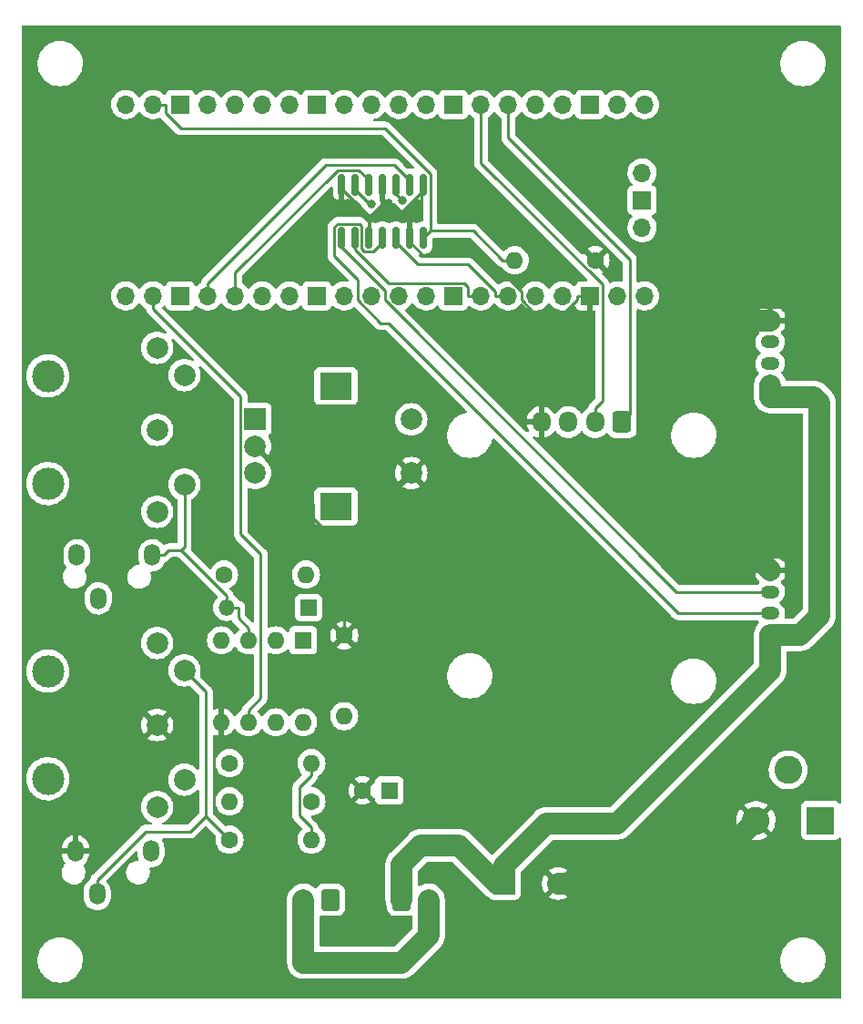
<source format=gbr>
%TF.GenerationSoftware,KiCad,Pcbnew,6.0.11+dfsg-1~bpo11+1*%
%TF.CreationDate,2025-04-08T23:08:16+02:00*%
%TF.ProjectId,v1,76312e6b-6963-4616-945f-706362585858,rev?*%
%TF.SameCoordinates,Original*%
%TF.FileFunction,Copper,L1,Top*%
%TF.FilePolarity,Positive*%
%FSLAX46Y46*%
G04 Gerber Fmt 4.6, Leading zero omitted, Abs format (unit mm)*
G04 Created by KiCad (PCBNEW 6.0.11+dfsg-1~bpo11+1) date 2025-04-08 23:08:16*
%MOMM*%
%LPD*%
G01*
G04 APERTURE LIST*
G04 Aperture macros list*
%AMRoundRect*
0 Rectangle with rounded corners*
0 $1 Rounding radius*
0 $2 $3 $4 $5 $6 $7 $8 $9 X,Y pos of 4 corners*
0 Add a 4 corners polygon primitive as box body*
4,1,4,$2,$3,$4,$5,$6,$7,$8,$9,$2,$3,0*
0 Add four circle primitives for the rounded corners*
1,1,$1+$1,$2,$3*
1,1,$1+$1,$4,$5*
1,1,$1+$1,$6,$7*
1,1,$1+$1,$8,$9*
0 Add four rect primitives between the rounded corners*
20,1,$1+$1,$2,$3,$4,$5,0*
20,1,$1+$1,$4,$5,$6,$7,0*
20,1,$1+$1,$6,$7,$8,$9,0*
20,1,$1+$1,$8,$9,$2,$3,0*%
G04 Aperture macros list end*
%TA.AperFunction,ComponentPad*%
%ADD10C,1.600000*%
%TD*%
%TA.AperFunction,ComponentPad*%
%ADD11O,1.600000X1.600000*%
%TD*%
%TA.AperFunction,ComponentPad*%
%ADD12R,1.500000X1.500000*%
%TD*%
%TA.AperFunction,ComponentPad*%
%ADD13O,1.500000X1.500000*%
%TD*%
%TA.AperFunction,ComponentPad*%
%ADD14R,1.600000X1.600000*%
%TD*%
%TA.AperFunction,ComponentPad*%
%ADD15R,2.000000X2.000000*%
%TD*%
%TA.AperFunction,ComponentPad*%
%ADD16C,2.000000*%
%TD*%
%TA.AperFunction,ComponentPad*%
%ADD17R,3.000000X2.500000*%
%TD*%
%TA.AperFunction,ComponentPad*%
%ADD18RoundRect,0.250000X-0.600000X-0.750000X0.600000X-0.750000X0.600000X0.750000X-0.600000X0.750000X0*%
%TD*%
%TA.AperFunction,ComponentPad*%
%ADD19O,1.700000X2.000000*%
%TD*%
%TA.AperFunction,ComponentPad*%
%ADD20RoundRect,0.250000X0.600000X0.725000X-0.600000X0.725000X-0.600000X-0.725000X0.600000X-0.725000X0*%
%TD*%
%TA.AperFunction,ComponentPad*%
%ADD21O,1.700000X1.950000*%
%TD*%
%TA.AperFunction,SMDPad,CuDef*%
%ADD22RoundRect,0.150000X-0.150000X0.825000X-0.150000X-0.825000X0.150000X-0.825000X0.150000X0.825000X0*%
%TD*%
%TA.AperFunction,ComponentPad*%
%ADD23O,1.700000X1.700000*%
%TD*%
%TA.AperFunction,ComponentPad*%
%ADD24R,1.700000X1.700000*%
%TD*%
%TA.AperFunction,ComponentPad*%
%ADD25RoundRect,0.250000X-0.625000X0.350000X-0.625000X-0.350000X0.625000X-0.350000X0.625000X0.350000X0*%
%TD*%
%TA.AperFunction,ComponentPad*%
%ADD26O,1.750000X1.200000*%
%TD*%
%TA.AperFunction,ComponentPad*%
%ADD27C,3.000000*%
%TD*%
%TA.AperFunction,ComponentPad*%
%ADD28O,1.500000X2.000000*%
%TD*%
%TA.AperFunction,ComponentPad*%
%ADD29R,2.600000X2.600000*%
%TD*%
%TA.AperFunction,ComponentPad*%
%ADD30C,2.600000*%
%TD*%
%TA.AperFunction,ComponentPad*%
%ADD31RoundRect,0.250000X0.600000X0.750000X-0.600000X0.750000X-0.600000X-0.750000X0.600000X-0.750000X0*%
%TD*%
%TA.AperFunction,ViaPad*%
%ADD32C,0.800000*%
%TD*%
%TA.AperFunction,Conductor*%
%ADD33C,0.250000*%
%TD*%
%TA.AperFunction,Conductor*%
%ADD34C,2.000000*%
%TD*%
G04 APERTURE END LIST*
D10*
%TO.P,R2,1*%
%TO.N,Net-(D1-Pad1)*%
X109220000Y-89662000D03*
D11*
%TO.P,R2,2*%
%TO.N,Net-(J1-PadR)*%
X116840000Y-89662000D03*
%TD*%
D10*
%TO.P,R1,1*%
%TO.N,Net-(U1-Pad2)*%
X109728000Y-107188000D03*
D11*
%TO.P,R1,2*%
%TO.N,+3.3V*%
X117348000Y-107188000D03*
%TD*%
D10*
%TO.P,C2,1*%
%TO.N,GND*%
X120396000Y-95310000D03*
D11*
%TO.P,C2,2*%
%TO.N,+3.3V*%
X120396000Y-102810000D03*
%TD*%
D10*
%TO.P,C4,1*%
%TO.N,GND*%
X143764000Y-60452000D03*
D11*
%TO.P,C4,2*%
%TO.N,+5V*%
X136264000Y-60452000D03*
%TD*%
D12*
%TO.P,D1,1,K*%
%TO.N,Net-(D1-Pad1)*%
X117094000Y-92710000D03*
D13*
%TO.P,D1,2,A*%
%TO.N,Net-(D1-Pad2)*%
X109474000Y-92710000D03*
%TD*%
D10*
%TO.P,R4,1*%
%TO.N,Net-(U1-Pad2)*%
X117348000Y-110744000D03*
D11*
%TO.P,R4,2*%
%TO.N,Net-(J3-Pad5)*%
X109728000Y-110744000D03*
%TD*%
D10*
%TO.P,R3,1*%
%TO.N,Net-(J3-Pad4)*%
X109728000Y-114300000D03*
D11*
%TO.P,R3,2*%
%TO.N,+3.3V*%
X117348000Y-114300000D03*
%TD*%
D14*
%TO.P,U2,1,NC*%
%TO.N,unconnected-(U2-Pad1)*%
X116576000Y-95768000D03*
D11*
%TO.P,U2,2,C1*%
%TO.N,Net-(D1-Pad1)*%
X114036000Y-95768000D03*
%TO.P,U2,3,C2*%
%TO.N,Net-(D1-Pad2)*%
X111496000Y-95768000D03*
%TO.P,U2,4,NC*%
%TO.N,unconnected-(U2-Pad4)*%
X108956000Y-95768000D03*
%TO.P,U2,5,GND*%
%TO.N,GND*%
X108956000Y-103388000D03*
%TO.P,U2,6,VO2*%
%TO.N,Net-(U1-Pad2)*%
X111496000Y-103388000D03*
%TO.P,U2,7,VO1*%
%TO.N,unconnected-(U2-Pad7)*%
X114036000Y-103388000D03*
%TO.P,U2,8,VCC*%
%TO.N,+3.3V*%
X116576000Y-103388000D03*
%TD*%
D15*
%TO.P,SW1,A,A*%
%TO.N,Net-(U1-Pad25)*%
X112130000Y-75224000D03*
D16*
%TO.P,SW1,B,B*%
%TO.N,Net-(U1-Pad24)*%
X112130000Y-80224000D03*
%TO.P,SW1,C,C*%
%TO.N,GND*%
X112130000Y-77724000D03*
D17*
%TO.P,SW1,MP*%
%TO.N,N/C*%
X119630000Y-83324000D03*
X119630000Y-72124000D03*
D16*
%TO.P,SW1,S1,S1*%
%TO.N,Net-(U1-Pad29)*%
X126630000Y-75224000D03*
%TO.P,SW1,S2,S2*%
%TO.N,GND*%
X126630000Y-80224000D03*
%TD*%
D15*
%TO.P,C3,1*%
%TO.N,+5V*%
X135300300Y-118364000D03*
D16*
%TO.P,C3,2*%
%TO.N,GND*%
X140300300Y-118364000D03*
%TD*%
D18*
%TO.P,J9,1,Pin_1*%
%TO.N,+5V*%
X125750000Y-119871000D03*
D19*
%TO.P,J9,2,Pin_2*%
%TO.N,Net-(J10-Pad2)*%
X128250000Y-119871000D03*
%TD*%
D14*
%TO.P,C1,1*%
%TO.N,+3.3V*%
X124605400Y-109728000D03*
D10*
%TO.P,C1,2*%
%TO.N,GND*%
X122105400Y-109728000D03*
%TD*%
D20*
%TO.P,J5,1,Pin_1*%
%TO.N,Net-(U1-Pad26)*%
X146244000Y-75484000D03*
D21*
%TO.P,J5,2,Pin_2*%
%TO.N,Net-(U1-Pad27)*%
X143744000Y-75484000D03*
%TO.P,J5,3,Pin_3*%
%TO.N,+3.3V*%
X141244000Y-75484000D03*
%TO.P,J5,4,Pin_4*%
%TO.N,GND*%
X138744000Y-75484000D03*
%TD*%
D22*
%TO.P,U3,1,1~{OE}*%
%TO.N,GND*%
X127762000Y-53405000D03*
%TO.P,U3,2,1A*%
%TO.N,Net-(U1-Pad4)*%
X126492000Y-53405000D03*
%TO.P,U3,3,1Y*%
%TO.N,Net-(J6-Pad2)*%
X125222000Y-53405000D03*
%TO.P,U3,4,2~{OE}*%
%TO.N,GND*%
X123952000Y-53405000D03*
%TO.P,U3,5,2A*%
%TO.N,Net-(U1-Pad5)*%
X122682000Y-53405000D03*
%TO.P,U3,6,2Y*%
%TO.N,Net-(J6-Pad3)*%
X121412000Y-53405000D03*
%TO.P,U3,7,GND*%
%TO.N,GND*%
X120142000Y-53405000D03*
%TO.P,U3,8,3Y*%
%TO.N,Net-(J7-Pad2)*%
X120142000Y-58355000D03*
%TO.P,U3,9,3A*%
%TO.N,Net-(U1-Pad14)*%
X121412000Y-58355000D03*
%TO.P,U3,10,3~{OE}*%
%TO.N,GND*%
X122682000Y-58355000D03*
%TO.P,U3,11,4Y*%
%TO.N,Net-(J7-Pad3)*%
X123952000Y-58355000D03*
%TO.P,U3,12,4A*%
%TO.N,Net-(U1-Pad15)*%
X125222000Y-58355000D03*
%TO.P,U3,13,4~{OE}*%
%TO.N,GND*%
X126492000Y-58355000D03*
%TO.P,U3,14,VCC*%
%TO.N,+5V*%
X127762000Y-58355000D03*
%TD*%
D23*
%TO.P,U1,1,GPIO0*%
%TO.N,unconnected-(U1-Pad1)*%
X100076000Y-63754000D03*
%TO.P,U1,2,GPIO1*%
%TO.N,Net-(U1-Pad2)*%
X102616000Y-63754000D03*
D24*
%TO.P,U1,3,GND*%
%TO.N,unconnected-(U1-Pad3)*%
X105156000Y-63754000D03*
D23*
%TO.P,U1,4,GPIO2*%
%TO.N,Net-(U1-Pad4)*%
X107696000Y-63754000D03*
%TO.P,U1,5,GPIO3*%
%TO.N,Net-(U1-Pad5)*%
X110236000Y-63754000D03*
%TO.P,U1,6,GPIO4*%
%TO.N,unconnected-(U1-Pad6)*%
X112776000Y-63754000D03*
%TO.P,U1,7,GPIO5*%
%TO.N,unconnected-(U1-Pad7)*%
X115316000Y-63754000D03*
D24*
%TO.P,U1,8,GND*%
%TO.N,unconnected-(U1-Pad8)*%
X117856000Y-63754000D03*
D23*
%TO.P,U1,9,GPIO6*%
%TO.N,unconnected-(U1-Pad9)*%
X120396000Y-63754000D03*
%TO.P,U1,10,GPIO7*%
%TO.N,unconnected-(U1-Pad10)*%
X122936000Y-63754000D03*
%TO.P,U1,11,GPIO8*%
%TO.N,unconnected-(U1-Pad11)*%
X125476000Y-63754000D03*
%TO.P,U1,12,GPIO9*%
%TO.N,unconnected-(U1-Pad12)*%
X128016000Y-63754000D03*
D24*
%TO.P,U1,13,GND*%
%TO.N,unconnected-(U1-Pad13)*%
X130556000Y-63754000D03*
D23*
%TO.P,U1,14,GPIO10*%
%TO.N,Net-(U1-Pad14)*%
X133096000Y-63754000D03*
%TO.P,U1,15,GPIO11*%
%TO.N,Net-(U1-Pad15)*%
X135636000Y-63754000D03*
%TO.P,U1,16,GPIO12*%
%TO.N,unconnected-(U1-Pad16)*%
X138176000Y-63754000D03*
%TO.P,U1,17,GPIO13*%
%TO.N,unconnected-(U1-Pad17)*%
X140716000Y-63754000D03*
D24*
%TO.P,U1,18,GND*%
%TO.N,GND*%
X143256000Y-63754000D03*
D23*
%TO.P,U1,19,GPIO14*%
%TO.N,unconnected-(U1-Pad19)*%
X145796000Y-63754000D03*
%TO.P,U1,20,GPIO15*%
%TO.N,unconnected-(U1-Pad20)*%
X148336000Y-63754000D03*
%TO.P,U1,21,GPIO16*%
%TO.N,unconnected-(U1-Pad21)*%
X148336000Y-45974000D03*
%TO.P,U1,22,GPIO17*%
%TO.N,unconnected-(U1-Pad22)*%
X145796000Y-45974000D03*
D24*
%TO.P,U1,23,GND*%
%TO.N,unconnected-(U1-Pad23)*%
X143256000Y-45974000D03*
D23*
%TO.P,U1,24,GPIO18*%
%TO.N,Net-(U1-Pad24)*%
X140716000Y-45974000D03*
%TO.P,U1,25,GPIO19*%
%TO.N,Net-(U1-Pad25)*%
X138176000Y-45974000D03*
%TO.P,U1,26,GPIO20*%
%TO.N,Net-(U1-Pad26)*%
X135636000Y-45974000D03*
%TO.P,U1,27,GPIO21*%
%TO.N,Net-(U1-Pad27)*%
X133096000Y-45974000D03*
D24*
%TO.P,U1,28,GND*%
%TO.N,unconnected-(U1-Pad28)*%
X130556000Y-45974000D03*
D23*
%TO.P,U1,29,GPIO22*%
%TO.N,Net-(U1-Pad29)*%
X128016000Y-45974000D03*
%TO.P,U1,30,RUN*%
%TO.N,unconnected-(U1-Pad30)*%
X125476000Y-45974000D03*
%TO.P,U1,31,GPIO26_ADC0*%
%TO.N,unconnected-(U1-Pad31)*%
X122936000Y-45974000D03*
%TO.P,U1,32,GPIO27_ADC1*%
%TO.N,unconnected-(U1-Pad32)*%
X120396000Y-45974000D03*
D24*
%TO.P,U1,33,AGND*%
%TO.N,unconnected-(U1-Pad33)*%
X117856000Y-45974000D03*
D23*
%TO.P,U1,34,GPIO28_ADC2*%
%TO.N,unconnected-(U1-Pad34)*%
X115316000Y-45974000D03*
%TO.P,U1,35,ADC_VREF*%
%TO.N,unconnected-(U1-Pad35)*%
X112776000Y-45974000D03*
%TO.P,U1,36,3V3*%
%TO.N,+3.3V*%
X110236000Y-45974000D03*
%TO.P,U1,37,3V3_EN*%
%TO.N,unconnected-(U1-Pad37)*%
X107696000Y-45974000D03*
D24*
%TO.P,U1,38,GND*%
%TO.N,unconnected-(U1-Pad38)*%
X105156000Y-45974000D03*
D23*
%TO.P,U1,39,VSYS*%
%TO.N,+5V*%
X102616000Y-45974000D03*
%TO.P,U1,40,VBUS*%
%TO.N,unconnected-(U1-Pad40)*%
X100076000Y-45974000D03*
%TO.P,U1,41,SWCLK*%
%TO.N,unconnected-(U1-Pad41)*%
X148106000Y-57404000D03*
D24*
%TO.P,U1,42,GND*%
%TO.N,unconnected-(U1-Pad42)*%
X148106000Y-54864000D03*
D23*
%TO.P,U1,43,SWDIO*%
%TO.N,unconnected-(U1-Pad43)*%
X148106000Y-52324000D03*
%TD*%
D25*
%TO.P,J6,1,Pin_1*%
%TO.N,GND*%
X160020000Y-66040000D03*
D26*
%TO.P,J6,2,Pin_2*%
%TO.N,Net-(J6-Pad2)*%
X160020000Y-68040000D03*
%TO.P,J6,3,Pin_3*%
%TO.N,Net-(J6-Pad3)*%
X160020000Y-70040000D03*
%TO.P,J6,4,Pin_4*%
%TO.N,+5V*%
X160020000Y-72040000D03*
%TD*%
D25*
%TO.P,J7,1,Pin_1*%
%TO.N,GND*%
X160020000Y-89250000D03*
D26*
%TO.P,J7,2,Pin_2*%
%TO.N,Net-(J7-Pad2)*%
X160020000Y-91250000D03*
%TO.P,J7,3,Pin_3*%
%TO.N,Net-(J7-Pad3)*%
X160020000Y-93250000D03*
%TO.P,J7,4,Pin_4*%
%TO.N,+5V*%
X160020000Y-95250000D03*
%TD*%
D16*
%TO.P,J2,1*%
%TO.N,unconnected-(J2-Pad1)*%
X102997000Y-68580000D03*
%TO.P,J2,2*%
%TO.N,unconnected-(J2-Pad2)*%
X102997000Y-76200000D03*
%TO.P,J2,3*%
%TO.N,unconnected-(J2-Pad3)*%
X102997000Y-83820000D03*
%TO.P,J2,4*%
%TO.N,Net-(J1-PadR)*%
X105537000Y-71120000D03*
%TO.P,J2,5*%
%TO.N,Net-(D1-Pad2)*%
X105537000Y-81280000D03*
D27*
%TO.P,J2,MP*%
%TO.N,N/C*%
X92837000Y-81200000D03*
X92837000Y-71200000D03*
%TD*%
D16*
%TO.P,J3,1*%
%TO.N,unconnected-(J3-Pad1)*%
X102997000Y-96012000D03*
%TO.P,J3,2*%
%TO.N,GND*%
X102997000Y-103632000D03*
%TO.P,J3,3*%
%TO.N,unconnected-(J3-Pad3)*%
X102997000Y-111252000D03*
%TO.P,J3,4*%
%TO.N,Net-(J3-Pad4)*%
X105537000Y-98552000D03*
%TO.P,J3,5*%
%TO.N,Net-(J3-Pad5)*%
X105537000Y-108712000D03*
D27*
%TO.P,J3,MP*%
%TO.N,N/C*%
X92837000Y-108632000D03*
X92837000Y-98632000D03*
%TD*%
D28*
%TO.P,J4,R*%
%TO.N,Net-(J3-Pad4)*%
X97420000Y-119348000D03*
%TO.P,J4,S*%
%TO.N,GND*%
X95420000Y-115348000D03*
%TO.P,J4,T*%
%TO.N,Net-(J3-Pad5)*%
X102420000Y-115348000D03*
%TD*%
D29*
%TO.P,J8,1*%
%TO.N,Net-(J10-Pad2)*%
X164696000Y-112510000D03*
D30*
%TO.P,J8,2*%
%TO.N,GND*%
X158696000Y-112510000D03*
%TO.P,J8,3*%
%TO.N,Net-(J10-Pad1)*%
X161696000Y-107810000D03*
%TD*%
D28*
%TO.P,J1,R*%
%TO.N,Net-(J1-PadR)*%
X97533000Y-91858500D03*
%TO.P,J1,S*%
%TO.N,unconnected-(J1-PadS)*%
X95533000Y-87858500D03*
%TO.P,J1,T*%
%TO.N,Net-(D1-Pad2)*%
X102533000Y-87858500D03*
%TD*%
D31*
%TO.P,J10,1,Pin_1*%
%TO.N,Net-(J10-Pad1)*%
X119106000Y-119871000D03*
D19*
%TO.P,J10,2,Pin_2*%
%TO.N,Net-(J10-Pad2)*%
X116606000Y-119871000D03*
%TD*%
D32*
%TO.N,Net-(J6-Pad2)*%
X125783600Y-54895700D03*
%TO.N,Net-(J6-Pad3)*%
X122894700Y-55228200D03*
%TD*%
D33*
%TO.N,+3.3V*%
X117348000Y-107188000D02*
X117348000Y-108313300D01*
X116222700Y-109438600D02*
X117348000Y-108313300D01*
X117348000Y-114300000D02*
X117348000Y-113174700D01*
X117348000Y-113174700D02*
X116222700Y-112049400D01*
X116222700Y-112049400D02*
X116222700Y-109438600D01*
%TO.N,GND*%
X126492000Y-58355000D02*
X126492000Y-56696700D01*
X126492000Y-56696700D02*
X125766300Y-55971000D01*
X138744000Y-75484000D02*
X138744000Y-67445600D01*
X122577200Y-56233700D02*
X122682000Y-56233700D01*
X127762000Y-53975300D02*
X127762000Y-53405000D01*
X138744000Y-67445600D02*
X139472200Y-66717400D01*
X136906000Y-64151200D02*
X136906000Y-63354500D01*
X125766300Y-55971000D02*
X124992000Y-55196700D01*
X120396000Y-86458000D02*
X126630000Y-80224000D01*
X124992000Y-55196700D02*
X123952000Y-55196700D01*
X142080700Y-63754000D02*
X142080700Y-64108900D01*
X122915000Y-56233700D02*
X123952000Y-55196700D01*
X133641200Y-60089700D02*
X127817700Y-60089700D01*
X122682000Y-56233700D02*
X122682000Y-58355000D01*
X117486000Y-83080000D02*
X112130000Y-77724000D01*
D34*
X160020000Y-66040000D02*
X157480000Y-66040000D01*
D33*
X136906000Y-63354500D02*
X133641200Y-60089700D01*
X119539600Y-86458000D02*
X117486000Y-84404400D01*
X120142000Y-53798500D02*
X122577200Y-56233700D01*
D34*
X152842000Y-118364000D02*
X158696000Y-112510000D01*
D33*
X123952000Y-55196700D02*
X123952000Y-53405000D01*
X139472200Y-66717400D02*
X136906000Y-64151200D01*
X127817700Y-60089700D02*
X126492000Y-58764000D01*
D34*
X140300300Y-118364000D02*
X152842000Y-118364000D01*
D33*
X122682000Y-56233700D02*
X122915000Y-56233700D01*
D34*
X140300000Y-118364000D02*
X140300300Y-118364000D01*
X157480000Y-66040000D02*
X156972000Y-66548000D01*
D33*
X143256000Y-63754000D02*
X142080700Y-63754000D01*
X102997000Y-103632000D02*
X95420000Y-111209000D01*
X120396000Y-86458000D02*
X119539600Y-86458000D01*
X126492000Y-58764000D02*
X126492000Y-58355000D01*
D34*
X156972000Y-86202000D02*
X160020000Y-89250000D01*
X156972000Y-66548000D02*
X156972000Y-86202000D01*
D33*
X120142000Y-53405000D02*
X120142000Y-53798500D01*
X125766300Y-55971000D02*
X127762000Y-53975300D01*
X117486000Y-84404400D02*
X117486000Y-83080000D01*
X142080700Y-64108900D02*
X139472200Y-66717400D01*
X95420000Y-111209000D02*
X95420000Y-115348000D01*
X120396000Y-86458000D02*
X120396000Y-95310000D01*
D34*
%TO.N,+5V*%
X164084000Y-73152000D02*
X164592000Y-73660000D01*
D33*
X128429900Y-52399300D02*
X128429900Y-57687100D01*
D34*
X160020000Y-72040000D02*
X160020000Y-73152000D01*
X139192000Y-112776000D02*
X135300000Y-116668000D01*
D33*
X128429900Y-57687100D02*
X127762000Y-58355000D01*
D34*
X162814000Y-95250000D02*
X160020000Y-95250000D01*
D33*
X102616000Y-45974000D02*
X103791300Y-45974000D01*
X105200600Y-48191400D02*
X124222000Y-48191400D01*
D34*
X131064000Y-114808000D02*
X127508000Y-114808000D01*
X160020000Y-73152000D02*
X164084000Y-73152000D01*
X160020000Y-95250000D02*
X160020000Y-98552000D01*
D33*
X135138700Y-60452000D02*
X132373800Y-57687100D01*
D34*
X134620000Y-118364000D02*
X131064000Y-114808000D01*
X160020000Y-98552000D02*
X145796000Y-112776000D01*
X164592000Y-73660000D02*
X164592000Y-93472000D01*
D33*
X135300000Y-117516000D02*
X135300300Y-117516300D01*
X135300300Y-117516300D02*
X135300300Y-118364000D01*
D34*
X135300000Y-116668000D02*
X135300000Y-117516000D01*
X135300000Y-117516000D02*
X135300000Y-118364000D01*
X145796000Y-112776000D02*
X139192000Y-112776000D01*
X135300000Y-118364000D02*
X134620000Y-118364000D01*
D33*
X136264000Y-60452000D02*
X135138700Y-60452000D01*
D34*
X125750000Y-116566000D02*
X125750000Y-119871000D01*
D33*
X103791300Y-46782100D02*
X105200600Y-48191400D01*
X124222000Y-48191400D02*
X128429900Y-52399300D01*
D34*
X164592000Y-93472000D02*
X162814000Y-95250000D01*
D33*
X103791300Y-45974000D02*
X103791300Y-46782100D01*
X132373800Y-57687100D02*
X128429900Y-57687100D01*
D34*
X127508000Y-114808000D02*
X125750000Y-116566000D01*
D33*
%TO.N,Net-(D1-Pad2)*%
X110549300Y-93696000D02*
X110549300Y-92710000D01*
X102533000Y-87858500D02*
X103608300Y-87858500D01*
X103608300Y-87858500D02*
X104072700Y-87394100D01*
X109474000Y-92710000D02*
X109474000Y-91634700D01*
X105537000Y-81280000D02*
X105537000Y-87090500D01*
X105537000Y-87090500D02*
X105233400Y-87394100D01*
X105233400Y-87394100D02*
X109474000Y-91634700D01*
X104072700Y-87394100D02*
X105233400Y-87394100D01*
X111496000Y-95768000D02*
X111496000Y-94642700D01*
X109474000Y-92710000D02*
X110549300Y-92710000D01*
X111496000Y-94642700D02*
X110549300Y-93696000D01*
%TO.N,Net-(J3-Pad4)*%
X105537000Y-98552000D02*
X107527300Y-100542300D01*
X107527300Y-112099300D02*
X109728000Y-114300000D01*
X101893800Y-113548900D02*
X106077700Y-113548900D01*
X106077700Y-113548900D02*
X107527300Y-112099300D01*
X97420000Y-119348000D02*
X97420000Y-118022700D01*
X97420000Y-118022700D02*
X101893800Y-113548900D01*
X107527300Y-100542300D02*
X107527300Y-112099300D01*
%TO.N,Net-(U1-Pad26)*%
X146972800Y-60389300D02*
X135636000Y-49052500D01*
X146972800Y-74755200D02*
X146972800Y-60389300D01*
X146244000Y-75484000D02*
X146972800Y-74755200D01*
X135636000Y-49052500D02*
X135636000Y-45974000D01*
%TO.N,Net-(U1-Pad27)*%
X133096000Y-45974000D02*
X133096000Y-51375400D01*
X133096000Y-51375400D02*
X144431300Y-62710700D01*
X143744000Y-75484000D02*
X143744000Y-74183700D01*
X144431300Y-73496400D02*
X143744000Y-74183700D01*
X144431300Y-62710700D02*
X144431300Y-73496400D01*
%TO.N,Net-(J6-Pad2)*%
X125783600Y-54895700D02*
X125222000Y-54334100D01*
X125222000Y-54334100D02*
X125222000Y-53405000D01*
%TO.N,Net-(J6-Pad3)*%
X122894700Y-55228200D02*
X122795800Y-55228200D01*
X122795800Y-55228200D02*
X121412000Y-53844400D01*
X121412000Y-53844400D02*
X121412000Y-53405000D01*
%TO.N,Net-(J7-Pad2)*%
X151306100Y-91250000D02*
X124206000Y-64149900D01*
X120142000Y-59200200D02*
X120142000Y-58355000D01*
X160020000Y-91250000D02*
X151306100Y-91250000D01*
X124206000Y-64149900D02*
X124206000Y-63264200D01*
X124206000Y-63264200D02*
X120142000Y-59200200D01*
%TO.N,Net-(J7-Pad3)*%
X121812700Y-57054000D02*
X122037900Y-57279200D01*
X124517700Y-66273500D02*
X123790700Y-66273500D01*
X122288500Y-59664100D02*
X123100700Y-59664100D01*
X122037900Y-57279200D02*
X122037900Y-59413500D01*
X119485000Y-60047800D02*
X119485000Y-57363700D01*
X122037900Y-59413500D02*
X122288500Y-59664100D01*
X121666000Y-64148800D02*
X121666000Y-62228800D01*
X123100700Y-59664100D02*
X123952000Y-58812800D01*
X119485000Y-57363700D02*
X119794700Y-57054000D01*
X123952000Y-58812800D02*
X123952000Y-58355000D01*
X119794700Y-57054000D02*
X121812700Y-57054000D01*
X160020000Y-93250000D02*
X151494200Y-93250000D01*
X121666000Y-62228800D02*
X119485000Y-60047800D01*
X151494200Y-93250000D02*
X124517700Y-66273500D01*
X123790700Y-66273500D02*
X121666000Y-64148800D01*
D34*
%TO.N,Net-(J10-Pad2)*%
X116606000Y-125710000D02*
X125750000Y-125710000D01*
X116606000Y-119871000D02*
X116606000Y-125710000D01*
X128250000Y-123210000D02*
X128250000Y-119871000D01*
X125750000Y-125710000D02*
X128250000Y-123210000D01*
D33*
%TO.N,Net-(U1-Pad2)*%
X112621300Y-87751600D02*
X112621300Y-101137400D01*
X111496000Y-103388000D02*
X111496000Y-102262700D01*
X110774400Y-73087700D02*
X110774400Y-85904700D01*
X102616000Y-64929300D02*
X110774400Y-73087700D01*
X112621300Y-101137400D02*
X111496000Y-102262700D01*
X110774400Y-85904700D02*
X112621300Y-87751600D01*
X102616000Y-63754000D02*
X102616000Y-64929300D01*
%TO.N,Net-(U1-Pad4)*%
X126492000Y-53025900D02*
X126492000Y-53405000D01*
X107696000Y-63754000D02*
X107696000Y-62578700D01*
X118687700Y-51587000D02*
X125053100Y-51587000D01*
X125053100Y-51587000D02*
X126492000Y-53025900D01*
X107696000Y-62578700D02*
X118687700Y-51587000D01*
%TO.N,Net-(U1-Pad5)*%
X110236000Y-63754000D02*
X110236000Y-62578700D01*
X122682000Y-52970800D02*
X121774900Y-52063700D01*
X119775400Y-52063700D02*
X110236000Y-61603100D01*
X121774900Y-52063700D02*
X119775400Y-52063700D01*
X110236000Y-61603100D02*
X110236000Y-62578700D01*
X122682000Y-53405000D02*
X122682000Y-52970800D01*
%TO.N,Net-(U1-Pad15)*%
X125222000Y-58809900D02*
X125222000Y-58355000D01*
X134460700Y-63386700D02*
X131892700Y-60818700D01*
X131892700Y-60818700D02*
X127230800Y-60818700D01*
X135636000Y-63754000D02*
X134460700Y-63754000D01*
X127230800Y-60818700D02*
X125222000Y-58809900D01*
X134460700Y-63754000D02*
X134460700Y-63386700D01*
%TO.N,Net-(U1-Pad14)*%
X121412000Y-58355000D02*
X121412000Y-59424500D01*
X131920700Y-62945900D02*
X131920700Y-63754000D01*
X121412000Y-59424500D02*
X124566200Y-62578700D01*
X124566200Y-62578700D02*
X131553500Y-62578700D01*
X131553500Y-62578700D02*
X131920700Y-62945900D01*
X133096000Y-63754000D02*
X131920700Y-63754000D01*
%TD*%
%TA.AperFunction,Conductor*%
%TO.N,GND*%
G36*
X166565621Y-38628502D02*
G01*
X166612114Y-38682158D01*
X166623500Y-38734500D01*
X166623500Y-110821094D01*
X166603498Y-110889215D01*
X166549842Y-110935708D01*
X166479568Y-110945812D01*
X166414988Y-110916318D01*
X166396674Y-110896659D01*
X166364642Y-110853919D01*
X166359261Y-110846739D01*
X166242705Y-110759385D01*
X166106316Y-110708255D01*
X166044134Y-110701500D01*
X163347866Y-110701500D01*
X163285684Y-110708255D01*
X163149295Y-110759385D01*
X163032739Y-110846739D01*
X162945385Y-110963295D01*
X162894255Y-111099684D01*
X162887500Y-111161866D01*
X162887500Y-113858134D01*
X162894255Y-113920316D01*
X162945385Y-114056705D01*
X163032739Y-114173261D01*
X163149295Y-114260615D01*
X163285684Y-114311745D01*
X163347866Y-114318500D01*
X166044134Y-114318500D01*
X166106316Y-114311745D01*
X166242705Y-114260615D01*
X166359261Y-114173261D01*
X166396674Y-114123341D01*
X166453533Y-114080826D01*
X166524352Y-114075800D01*
X166586645Y-114109860D01*
X166620635Y-114172191D01*
X166623500Y-114198906D01*
X166623500Y-128905500D01*
X166603498Y-128973621D01*
X166549842Y-129020114D01*
X166497500Y-129031500D01*
X90550500Y-129031500D01*
X90482379Y-129011498D01*
X90435886Y-128957842D01*
X90424500Y-128905500D01*
X90424500Y-125608703D01*
X91870743Y-125608703D01*
X91871302Y-125612947D01*
X91871302Y-125612951D01*
X91879853Y-125677904D01*
X91908268Y-125893734D01*
X91984129Y-126171036D01*
X91985813Y-126174984D01*
X92088376Y-126415437D01*
X92096923Y-126435476D01*
X92107380Y-126452948D01*
X92230285Y-126658307D01*
X92244561Y-126682161D01*
X92424313Y-126906528D01*
X92506490Y-126984511D01*
X92624851Y-127096831D01*
X92632851Y-127104423D01*
X92866317Y-127272186D01*
X92870112Y-127274195D01*
X92870113Y-127274196D01*
X92891869Y-127285715D01*
X93120392Y-127406712D01*
X93390373Y-127505511D01*
X93671264Y-127566755D01*
X93699841Y-127569004D01*
X93894282Y-127584307D01*
X93894291Y-127584307D01*
X93896739Y-127584500D01*
X94052271Y-127584500D01*
X94054407Y-127584354D01*
X94054418Y-127584354D01*
X94262548Y-127570165D01*
X94262554Y-127570164D01*
X94266825Y-127569873D01*
X94271020Y-127569004D01*
X94271022Y-127569004D01*
X94407583Y-127540724D01*
X94548342Y-127511574D01*
X94819343Y-127415607D01*
X95074812Y-127283750D01*
X95078313Y-127281289D01*
X95078317Y-127281287D01*
X95228321Y-127175862D01*
X95310023Y-127118441D01*
X95388403Y-127045606D01*
X95517479Y-126925661D01*
X95517481Y-126925658D01*
X95520622Y-126922740D01*
X95702713Y-126700268D01*
X95852927Y-126455142D01*
X95872236Y-126411156D01*
X95966757Y-126195830D01*
X95968483Y-126191898D01*
X96047244Y-125915406D01*
X96081452Y-125675041D01*
X96087146Y-125635036D01*
X96087146Y-125635034D01*
X96087751Y-125630784D01*
X96087845Y-125612951D01*
X96089235Y-125347583D01*
X96089235Y-125347576D01*
X96089257Y-125343297D01*
X96051732Y-125058266D01*
X95975871Y-124780964D01*
X95863077Y-124516524D01*
X95715439Y-124269839D01*
X95535687Y-124045472D01*
X95369369Y-123887642D01*
X95330258Y-123850527D01*
X95330255Y-123850525D01*
X95327149Y-123847577D01*
X95093683Y-123679814D01*
X95071843Y-123668250D01*
X95048654Y-123655972D01*
X94839608Y-123545288D01*
X94569627Y-123446489D01*
X94288736Y-123385245D01*
X94257685Y-123382801D01*
X94065718Y-123367693D01*
X94065709Y-123367693D01*
X94063261Y-123367500D01*
X93907729Y-123367500D01*
X93905593Y-123367646D01*
X93905582Y-123367646D01*
X93697452Y-123381835D01*
X93697446Y-123381836D01*
X93693175Y-123382127D01*
X93688980Y-123382996D01*
X93688978Y-123382996D01*
X93640323Y-123393072D01*
X93411658Y-123440426D01*
X93140657Y-123536393D01*
X92885188Y-123668250D01*
X92881687Y-123670711D01*
X92881683Y-123670713D01*
X92871594Y-123677804D01*
X92649977Y-123833559D01*
X92439378Y-124029260D01*
X92257287Y-124251732D01*
X92107073Y-124496858D01*
X91991517Y-124760102D01*
X91912756Y-125036594D01*
X91872249Y-125321216D01*
X91872227Y-125325505D01*
X91872226Y-125325512D01*
X91870765Y-125604417D01*
X91870743Y-125608703D01*
X90424500Y-125608703D01*
X90424500Y-119654999D01*
X96161500Y-119654999D01*
X96161749Y-119657786D01*
X96161749Y-119657792D01*
X96164652Y-119690321D01*
X96176383Y-119821762D01*
X96177864Y-119827176D01*
X96177865Y-119827181D01*
X96190428Y-119873101D01*
X96235663Y-120038451D01*
X96332378Y-120241218D01*
X96463471Y-120423654D01*
X96624799Y-120579992D01*
X96811262Y-120705290D01*
X97016967Y-120795588D01*
X97022418Y-120796897D01*
X97022422Y-120796898D01*
X97229954Y-120846722D01*
X97235411Y-120848032D01*
X97319475Y-120852879D01*
X97454083Y-120860640D01*
X97454086Y-120860640D01*
X97459690Y-120860963D01*
X97682715Y-120833975D01*
X97897435Y-120767918D01*
X97902415Y-120765348D01*
X97902419Y-120765346D01*
X98092081Y-120667454D01*
X98092082Y-120667454D01*
X98097064Y-120664882D01*
X98275292Y-120528123D01*
X98426485Y-120361964D01*
X98437885Y-120343792D01*
X98542885Y-120176405D01*
X98545864Y-120171656D01*
X98629656Y-119963217D01*
X98675213Y-119743233D01*
X98678500Y-119686225D01*
X98678500Y-119041001D01*
X98675551Y-119007952D01*
X98664116Y-118879833D01*
X98663617Y-118874238D01*
X98660368Y-118862359D01*
X98623492Y-118727569D01*
X98604337Y-118657549D01*
X98599140Y-118646652D01*
X98555471Y-118555099D01*
X98507622Y-118454782D01*
X98376529Y-118272346D01*
X98372501Y-118268442D01*
X98372497Y-118268438D01*
X98310872Y-118208719D01*
X98275873Y-118146949D01*
X98279826Y-118076062D01*
X98309463Y-118029141D01*
X100946405Y-115392199D01*
X101008717Y-115358173D01*
X101079532Y-115363238D01*
X101136368Y-115405785D01*
X101161179Y-115472305D01*
X101161500Y-115481294D01*
X101161500Y-115654999D01*
X101161749Y-115657786D01*
X101161749Y-115657792D01*
X101167334Y-115720374D01*
X101176383Y-115821762D01*
X101177864Y-115827176D01*
X101177865Y-115827181D01*
X101234133Y-116032860D01*
X101235663Y-116038451D01*
X101238078Y-116043514D01*
X101238079Y-116043517D01*
X101246862Y-116061931D01*
X101258134Y-116132027D01*
X101229720Y-116197090D01*
X101170641Y-116236463D01*
X101145102Y-116241604D01*
X101009434Y-116254548D01*
X100806466Y-116314092D01*
X100801139Y-116316836D01*
X100801138Y-116316836D01*
X100623751Y-116408196D01*
X100623748Y-116408198D01*
X100618420Y-116410942D01*
X100452080Y-116541604D01*
X100448148Y-116546135D01*
X100448145Y-116546138D01*
X100366591Y-116640121D01*
X100313448Y-116701363D01*
X100310448Y-116706549D01*
X100310445Y-116706553D01*
X100276790Y-116764728D01*
X100207527Y-116884454D01*
X100138139Y-117084271D01*
X100137278Y-117090206D01*
X100137278Y-117090208D01*
X100131235Y-117131890D01*
X100107787Y-117293604D01*
X100117567Y-117504899D01*
X100118971Y-117510724D01*
X100118971Y-117510725D01*
X100160165Y-117681653D01*
X100167125Y-117710534D01*
X100169607Y-117715992D01*
X100169608Y-117715996D01*
X100211105Y-117807262D01*
X100254674Y-117903087D01*
X100377054Y-118075611D01*
X100529850Y-118221881D01*
X100707548Y-118336620D01*
X100713114Y-118338863D01*
X100898168Y-118413442D01*
X100898171Y-118413443D01*
X100903737Y-118415686D01*
X101111337Y-118456228D01*
X101116899Y-118456500D01*
X101272846Y-118456500D01*
X101430566Y-118441452D01*
X101633534Y-118381908D01*
X101658022Y-118369296D01*
X101816249Y-118287804D01*
X101816252Y-118287802D01*
X101821580Y-118285058D01*
X101987920Y-118154396D01*
X101991852Y-118149865D01*
X101991855Y-118149862D01*
X102122621Y-117999167D01*
X102126552Y-117994637D01*
X102129552Y-117989451D01*
X102129555Y-117989447D01*
X102229467Y-117816742D01*
X102232473Y-117811546D01*
X102301861Y-117611729D01*
X102303137Y-117602930D01*
X102331352Y-117408336D01*
X102331352Y-117408333D01*
X102332213Y-117402396D01*
X102322433Y-117191101D01*
X102279600Y-117013371D01*
X102283085Y-116942461D01*
X102324354Y-116884691D01*
X102390305Y-116858404D01*
X102409341Y-116858060D01*
X102439015Y-116859771D01*
X102454084Y-116860640D01*
X102454086Y-116860640D01*
X102459690Y-116860963D01*
X102682715Y-116833975D01*
X102897435Y-116767918D01*
X102902415Y-116765348D01*
X102902419Y-116765346D01*
X103092081Y-116667454D01*
X103092082Y-116667454D01*
X103097064Y-116664882D01*
X103275292Y-116528123D01*
X103426485Y-116361964D01*
X103436993Y-116345214D01*
X103542885Y-116176405D01*
X103545864Y-116171656D01*
X103629656Y-115963217D01*
X103675213Y-115743233D01*
X103678500Y-115686225D01*
X103678500Y-115041001D01*
X103675880Y-115011637D01*
X103664116Y-114879833D01*
X103663617Y-114874238D01*
X103604337Y-114657549D01*
X103507622Y-114454782D01*
X103455270Y-114381926D01*
X103431763Y-114314934D01*
X103448205Y-114245868D01*
X103499378Y-114196655D01*
X103557593Y-114182400D01*
X105998933Y-114182400D01*
X106010116Y-114182927D01*
X106017609Y-114184602D01*
X106025535Y-114184353D01*
X106025536Y-114184353D01*
X106085686Y-114182462D01*
X106089645Y-114182400D01*
X106117556Y-114182400D01*
X106121491Y-114181903D01*
X106121556Y-114181895D01*
X106133393Y-114180962D01*
X106165651Y-114179948D01*
X106169670Y-114179822D01*
X106177589Y-114179573D01*
X106197043Y-114173921D01*
X106216400Y-114169913D01*
X106228630Y-114168368D01*
X106228631Y-114168368D01*
X106236497Y-114167374D01*
X106243868Y-114164455D01*
X106243870Y-114164455D01*
X106277612Y-114151096D01*
X106288842Y-114147251D01*
X106323683Y-114137129D01*
X106323684Y-114137129D01*
X106331293Y-114134918D01*
X106338112Y-114130885D01*
X106338117Y-114130883D01*
X106348728Y-114124607D01*
X106366476Y-114115912D01*
X106385317Y-114108452D01*
X106397390Y-114099681D01*
X106421087Y-114082464D01*
X106431007Y-114075948D01*
X106462235Y-114057480D01*
X106462238Y-114057478D01*
X106469062Y-114053442D01*
X106483383Y-114039121D01*
X106498417Y-114026280D01*
X106508394Y-114019031D01*
X106514807Y-114014372D01*
X106542998Y-113980295D01*
X106550988Y-113971516D01*
X107438205Y-113084299D01*
X107500517Y-113050273D01*
X107571332Y-113055338D01*
X107616395Y-113084299D01*
X108418848Y-113886752D01*
X108452874Y-113949064D01*
X108451459Y-114008459D01*
X108435882Y-114066591D01*
X108435881Y-114066598D01*
X108434457Y-114071913D01*
X108414502Y-114300000D01*
X108434457Y-114528087D01*
X108435881Y-114533400D01*
X108435881Y-114533402D01*
X108470645Y-114663140D01*
X108493716Y-114749243D01*
X108496039Y-114754224D01*
X108496039Y-114754225D01*
X108588151Y-114951762D01*
X108588154Y-114951767D01*
X108590477Y-114956749D01*
X108721802Y-115144300D01*
X108883700Y-115306198D01*
X108888208Y-115309355D01*
X108888211Y-115309357D01*
X108957928Y-115358173D01*
X109071251Y-115437523D01*
X109076233Y-115439846D01*
X109076238Y-115439849D01*
X109172592Y-115484779D01*
X109278757Y-115534284D01*
X109284065Y-115535706D01*
X109284067Y-115535707D01*
X109494598Y-115592119D01*
X109494600Y-115592119D01*
X109499913Y-115593543D01*
X109728000Y-115613498D01*
X109956087Y-115593543D01*
X109961400Y-115592119D01*
X109961402Y-115592119D01*
X110171933Y-115535707D01*
X110171935Y-115535706D01*
X110177243Y-115534284D01*
X110283408Y-115484779D01*
X110379762Y-115439849D01*
X110379767Y-115439846D01*
X110384749Y-115437523D01*
X110498072Y-115358173D01*
X110567789Y-115309357D01*
X110567792Y-115309355D01*
X110572300Y-115306198D01*
X110734198Y-115144300D01*
X110865523Y-114956749D01*
X110867846Y-114951767D01*
X110867849Y-114951762D01*
X110959961Y-114754225D01*
X110959961Y-114754224D01*
X110962284Y-114749243D01*
X110985356Y-114663140D01*
X111020119Y-114533402D01*
X111020119Y-114533400D01*
X111021543Y-114528087D01*
X111041498Y-114300000D01*
X111021543Y-114071913D01*
X111020117Y-114066591D01*
X110963707Y-113856067D01*
X110963706Y-113856065D01*
X110962284Y-113850757D01*
X110937734Y-113798108D01*
X110867849Y-113648238D01*
X110867846Y-113648233D01*
X110865523Y-113643251D01*
X110764350Y-113498761D01*
X110737357Y-113460211D01*
X110737355Y-113460208D01*
X110734198Y-113455700D01*
X110572300Y-113293802D01*
X110567792Y-113290645D01*
X110567789Y-113290643D01*
X110412589Y-113181971D01*
X110384749Y-113162477D01*
X110379767Y-113160154D01*
X110379762Y-113160151D01*
X110182225Y-113068039D01*
X110182224Y-113068039D01*
X110177243Y-113065716D01*
X110171935Y-113064294D01*
X110171933Y-113064293D01*
X109961402Y-113007881D01*
X109961400Y-113007881D01*
X109956087Y-113006457D01*
X109728000Y-112986502D01*
X109499913Y-113006457D01*
X109494602Y-113007880D01*
X109494591Y-113007882D01*
X109436459Y-113023459D01*
X109365483Y-113021770D01*
X109314752Y-112990848D01*
X108757840Y-112433935D01*
X108197705Y-111873800D01*
X108163679Y-111811488D01*
X108160800Y-111784705D01*
X108160800Y-110744000D01*
X108414502Y-110744000D01*
X108434457Y-110972087D01*
X108435881Y-110977400D01*
X108435881Y-110977402D01*
X108456042Y-111052641D01*
X108493716Y-111193243D01*
X108496039Y-111198224D01*
X108496039Y-111198225D01*
X108588151Y-111395762D01*
X108588154Y-111395767D01*
X108590477Y-111400749D01*
X108721802Y-111588300D01*
X108883700Y-111750198D01*
X108888208Y-111753355D01*
X108888211Y-111753357D01*
X108932981Y-111784705D01*
X109071251Y-111881523D01*
X109076233Y-111883846D01*
X109076238Y-111883849D01*
X109273775Y-111975961D01*
X109278757Y-111978284D01*
X109284065Y-111979706D01*
X109284067Y-111979707D01*
X109494598Y-112036119D01*
X109494600Y-112036119D01*
X109499913Y-112037543D01*
X109728000Y-112057498D01*
X109956087Y-112037543D01*
X109961400Y-112036119D01*
X109961402Y-112036119D01*
X110171933Y-111979707D01*
X110171935Y-111979706D01*
X110177243Y-111978284D01*
X110182225Y-111975961D01*
X110379762Y-111883849D01*
X110379767Y-111883846D01*
X110384749Y-111881523D01*
X110523019Y-111784705D01*
X110567789Y-111753357D01*
X110567792Y-111753355D01*
X110572300Y-111750198D01*
X110734198Y-111588300D01*
X110865523Y-111400749D01*
X110867846Y-111395767D01*
X110867849Y-111395762D01*
X110959961Y-111198225D01*
X110959961Y-111198224D01*
X110962284Y-111193243D01*
X110999959Y-111052641D01*
X111020119Y-110977402D01*
X111020119Y-110977400D01*
X111021543Y-110972087D01*
X111041498Y-110744000D01*
X111021543Y-110515913D01*
X110992628Y-110408000D01*
X110963707Y-110300067D01*
X110963706Y-110300065D01*
X110962284Y-110294757D01*
X110959961Y-110289775D01*
X110867849Y-110092238D01*
X110867846Y-110092233D01*
X110865523Y-110087251D01*
X110769782Y-109950519D01*
X110737357Y-109904211D01*
X110737355Y-109904208D01*
X110734198Y-109899700D01*
X110572300Y-109737802D01*
X110567792Y-109734645D01*
X110567789Y-109734643D01*
X110470505Y-109666524D01*
X110384749Y-109606477D01*
X110379767Y-109604154D01*
X110379762Y-109604151D01*
X110182225Y-109512039D01*
X110182224Y-109512039D01*
X110177243Y-109509716D01*
X110171935Y-109508294D01*
X110171933Y-109508293D01*
X109961402Y-109451881D01*
X109961400Y-109451881D01*
X109956087Y-109450457D01*
X109728000Y-109430502D01*
X109499913Y-109450457D01*
X109494600Y-109451881D01*
X109494598Y-109451881D01*
X109284067Y-109508293D01*
X109284065Y-109508294D01*
X109278757Y-109509716D01*
X109273776Y-109512039D01*
X109273775Y-109512039D01*
X109076238Y-109604151D01*
X109076233Y-109604154D01*
X109071251Y-109606477D01*
X108985495Y-109666524D01*
X108888211Y-109734643D01*
X108888208Y-109734645D01*
X108883700Y-109737802D01*
X108721802Y-109899700D01*
X108718645Y-109904208D01*
X108718643Y-109904211D01*
X108686218Y-109950519D01*
X108590477Y-110087251D01*
X108588154Y-110092233D01*
X108588151Y-110092238D01*
X108496039Y-110289775D01*
X108493716Y-110294757D01*
X108492294Y-110300065D01*
X108492293Y-110300067D01*
X108463372Y-110408000D01*
X108434457Y-110515913D01*
X108414502Y-110744000D01*
X108160800Y-110744000D01*
X108160800Y-109418543D01*
X115584480Y-109418543D01*
X115585226Y-109426435D01*
X115588641Y-109462561D01*
X115589200Y-109474419D01*
X115589200Y-111970633D01*
X115588673Y-111981816D01*
X115586998Y-111989309D01*
X115587247Y-111997235D01*
X115587247Y-111997236D01*
X115589138Y-112057386D01*
X115589200Y-112061345D01*
X115589200Y-112089256D01*
X115589697Y-112093190D01*
X115589697Y-112093191D01*
X115589705Y-112093256D01*
X115590638Y-112105093D01*
X115592027Y-112149289D01*
X115597678Y-112168739D01*
X115601687Y-112188100D01*
X115604226Y-112208197D01*
X115607145Y-112215568D01*
X115607145Y-112215570D01*
X115620504Y-112249312D01*
X115624349Y-112260542D01*
X115636682Y-112302993D01*
X115640715Y-112309812D01*
X115640717Y-112309817D01*
X115646993Y-112320428D01*
X115655688Y-112338176D01*
X115663148Y-112357017D01*
X115667810Y-112363433D01*
X115667810Y-112363434D01*
X115689136Y-112392787D01*
X115695652Y-112402707D01*
X115718158Y-112440762D01*
X115732479Y-112455083D01*
X115745319Y-112470116D01*
X115757228Y-112486507D01*
X115789210Y-112512965D01*
X115791305Y-112514698D01*
X115800084Y-112522688D01*
X116448354Y-113170958D01*
X116482380Y-113233270D01*
X116477315Y-113304085D01*
X116448354Y-113349148D01*
X116341802Y-113455700D01*
X116338645Y-113460208D01*
X116338643Y-113460211D01*
X116311650Y-113498761D01*
X116210477Y-113643251D01*
X116208154Y-113648233D01*
X116208151Y-113648238D01*
X116138266Y-113798108D01*
X116113716Y-113850757D01*
X116112294Y-113856065D01*
X116112293Y-113856067D01*
X116055883Y-114066591D01*
X116054457Y-114071913D01*
X116034502Y-114300000D01*
X116054457Y-114528087D01*
X116055881Y-114533400D01*
X116055881Y-114533402D01*
X116090645Y-114663140D01*
X116113716Y-114749243D01*
X116116039Y-114754224D01*
X116116039Y-114754225D01*
X116208151Y-114951762D01*
X116208154Y-114951767D01*
X116210477Y-114956749D01*
X116341802Y-115144300D01*
X116503700Y-115306198D01*
X116508208Y-115309355D01*
X116508211Y-115309357D01*
X116577928Y-115358173D01*
X116691251Y-115437523D01*
X116696233Y-115439846D01*
X116696238Y-115439849D01*
X116792592Y-115484779D01*
X116898757Y-115534284D01*
X116904065Y-115535706D01*
X116904067Y-115535707D01*
X117114598Y-115592119D01*
X117114600Y-115592119D01*
X117119913Y-115593543D01*
X117348000Y-115613498D01*
X117576087Y-115593543D01*
X117581400Y-115592119D01*
X117581402Y-115592119D01*
X117791933Y-115535707D01*
X117791935Y-115535706D01*
X117797243Y-115534284D01*
X117903408Y-115484779D01*
X117999762Y-115439849D01*
X117999767Y-115439846D01*
X118004749Y-115437523D01*
X118118072Y-115358173D01*
X118187789Y-115309357D01*
X118187792Y-115309355D01*
X118192300Y-115306198D01*
X118354198Y-115144300D01*
X118485523Y-114956749D01*
X118487846Y-114951767D01*
X118487849Y-114951762D01*
X118579961Y-114754225D01*
X118579961Y-114754224D01*
X118582284Y-114749243D01*
X118605356Y-114663140D01*
X118640119Y-114533402D01*
X118640119Y-114533400D01*
X118641543Y-114528087D01*
X118661498Y-114300000D01*
X118641543Y-114071913D01*
X118640117Y-114066591D01*
X118583707Y-113856067D01*
X118583706Y-113856065D01*
X118582284Y-113850757D01*
X118557734Y-113798108D01*
X118487849Y-113648238D01*
X118487846Y-113648233D01*
X118485523Y-113643251D01*
X118384350Y-113498761D01*
X118357357Y-113460211D01*
X118357355Y-113460208D01*
X118354198Y-113455700D01*
X118192300Y-113293802D01*
X118187792Y-113290645D01*
X118187789Y-113290643D01*
X118032590Y-113181971D01*
X117988262Y-113126514D01*
X117980581Y-113090498D01*
X117980163Y-113090564D01*
X117978923Y-113082737D01*
X117978674Y-113074811D01*
X117976025Y-113065693D01*
X117973021Y-113055352D01*
X117969012Y-113035993D01*
X117968846Y-113034683D01*
X117966474Y-113015903D01*
X117963558Y-113008537D01*
X117963556Y-113008531D01*
X117950200Y-112974798D01*
X117946355Y-112963568D01*
X117936230Y-112928717D01*
X117936230Y-112928716D01*
X117934019Y-112921107D01*
X117923705Y-112903666D01*
X117915008Y-112885913D01*
X117910472Y-112874458D01*
X117907552Y-112867083D01*
X117881563Y-112831312D01*
X117875047Y-112821392D01*
X117856578Y-112790163D01*
X117852542Y-112783338D01*
X117838221Y-112769017D01*
X117825380Y-112753983D01*
X117813472Y-112737593D01*
X117807368Y-112732543D01*
X117807363Y-112732538D01*
X117779402Y-112709407D01*
X117770621Y-112701417D01*
X117335572Y-112266367D01*
X117301547Y-112204055D01*
X117306612Y-112133239D01*
X117349159Y-112076404D01*
X117413687Y-112051751D01*
X117449368Y-112048629D01*
X117570606Y-112038023D01*
X117570611Y-112038022D01*
X117576087Y-112037543D01*
X117581400Y-112036119D01*
X117581402Y-112036119D01*
X117791933Y-111979707D01*
X117791935Y-111979706D01*
X117797243Y-111978284D01*
X117802225Y-111975961D01*
X117999762Y-111883849D01*
X117999767Y-111883846D01*
X118004749Y-111881523D01*
X118143019Y-111784705D01*
X118187789Y-111753357D01*
X118187792Y-111753355D01*
X118192300Y-111750198D01*
X118354198Y-111588300D01*
X118485523Y-111400749D01*
X118487846Y-111395767D01*
X118487849Y-111395762D01*
X118579961Y-111198225D01*
X118579961Y-111198224D01*
X118582284Y-111193243D01*
X118619959Y-111052641D01*
X118640119Y-110977402D01*
X118640119Y-110977400D01*
X118641543Y-110972087D01*
X118655368Y-110814062D01*
X121383893Y-110814062D01*
X121393189Y-110826077D01*
X121444394Y-110861931D01*
X121453889Y-110867414D01*
X121651347Y-110959490D01*
X121661639Y-110963236D01*
X121872088Y-111019625D01*
X121882881Y-111021528D01*
X122099925Y-111040517D01*
X122110875Y-111040517D01*
X122327919Y-111021528D01*
X122338712Y-111019625D01*
X122549161Y-110963236D01*
X122559453Y-110959490D01*
X122756911Y-110867414D01*
X122766406Y-110861931D01*
X122818448Y-110825491D01*
X122826824Y-110815012D01*
X122819756Y-110801566D01*
X122118212Y-110100022D01*
X122104268Y-110092408D01*
X122102435Y-110092539D01*
X122095820Y-110096790D01*
X121390323Y-110802287D01*
X121383893Y-110814062D01*
X118655368Y-110814062D01*
X118661498Y-110744000D01*
X118641543Y-110515913D01*
X118612628Y-110408000D01*
X118583707Y-110300067D01*
X118583706Y-110300065D01*
X118582284Y-110294757D01*
X118579961Y-110289775D01*
X118487849Y-110092238D01*
X118487846Y-110092233D01*
X118485523Y-110087251D01*
X118389782Y-109950519D01*
X118357357Y-109904211D01*
X118357355Y-109904208D01*
X118354198Y-109899700D01*
X118192300Y-109737802D01*
X118187792Y-109734645D01*
X118187789Y-109734643D01*
X118186121Y-109733475D01*
X120792883Y-109733475D01*
X120811872Y-109950519D01*
X120813775Y-109961312D01*
X120870164Y-110171761D01*
X120873910Y-110182053D01*
X120965986Y-110379511D01*
X120971469Y-110389006D01*
X121007909Y-110441048D01*
X121018388Y-110449424D01*
X121031834Y-110442356D01*
X121733378Y-109740812D01*
X121739756Y-109729132D01*
X122469808Y-109729132D01*
X122469939Y-109730965D01*
X122474190Y-109737580D01*
X123179687Y-110443077D01*
X123221429Y-110465871D01*
X123231429Y-110468047D01*
X123281627Y-110518253D01*
X123296851Y-110571814D01*
X123296900Y-110572717D01*
X123296900Y-110576134D01*
X123303655Y-110638316D01*
X123354785Y-110774705D01*
X123442139Y-110891261D01*
X123558695Y-110978615D01*
X123695084Y-111029745D01*
X123757266Y-111036500D01*
X125453534Y-111036500D01*
X125515716Y-111029745D01*
X125652105Y-110978615D01*
X125768661Y-110891261D01*
X125856015Y-110774705D01*
X125907145Y-110638316D01*
X125913900Y-110576134D01*
X125913900Y-108879866D01*
X125907145Y-108817684D01*
X125856015Y-108681295D01*
X125768661Y-108564739D01*
X125652105Y-108477385D01*
X125515716Y-108426255D01*
X125453534Y-108419500D01*
X123757266Y-108419500D01*
X123695084Y-108426255D01*
X123558695Y-108477385D01*
X123442139Y-108564739D01*
X123354785Y-108681295D01*
X123303655Y-108817684D01*
X123296900Y-108879866D01*
X123296900Y-108883185D01*
X123273247Y-108950110D01*
X123227244Y-108985804D01*
X123228259Y-108987734D01*
X123217400Y-108993442D01*
X123217155Y-108993632D01*
X123216997Y-108993653D01*
X123178966Y-109013644D01*
X122477422Y-109715188D01*
X122469808Y-109729132D01*
X121739756Y-109729132D01*
X121740992Y-109726868D01*
X121740861Y-109725035D01*
X121736610Y-109718420D01*
X121031113Y-109012923D01*
X121019338Y-109006493D01*
X121007323Y-109015789D01*
X120971469Y-109066994D01*
X120965986Y-109076489D01*
X120873910Y-109273947D01*
X120870164Y-109284239D01*
X120813775Y-109494688D01*
X120811872Y-109505481D01*
X120792883Y-109722525D01*
X120792883Y-109733475D01*
X118186121Y-109733475D01*
X118090505Y-109666524D01*
X118004749Y-109606477D01*
X117999767Y-109604154D01*
X117999762Y-109604151D01*
X117802225Y-109512039D01*
X117802224Y-109512039D01*
X117797243Y-109509716D01*
X117791935Y-109508294D01*
X117791933Y-109508293D01*
X117581402Y-109451881D01*
X117581400Y-109451881D01*
X117576087Y-109450457D01*
X117570611Y-109449978D01*
X117570606Y-109449977D01*
X117476215Y-109441719D01*
X117413684Y-109436249D01*
X117347566Y-109410386D01*
X117305927Y-109352882D01*
X117301986Y-109281995D01*
X117335571Y-109221633D01*
X117740247Y-108816957D01*
X117748537Y-108809413D01*
X117755018Y-108805300D01*
X117801659Y-108755632D01*
X117804413Y-108752791D01*
X117824135Y-108733069D01*
X117826612Y-108729876D01*
X117834317Y-108720855D01*
X117859159Y-108694400D01*
X117864586Y-108688621D01*
X117868407Y-108681671D01*
X117874346Y-108670868D01*
X117885202Y-108654341D01*
X117892757Y-108644602D01*
X117892758Y-108644600D01*
X117895560Y-108640988D01*
X121383976Y-108640988D01*
X121391044Y-108654434D01*
X122092588Y-109355978D01*
X122106532Y-109363592D01*
X122108365Y-109363461D01*
X122114980Y-109359210D01*
X122820477Y-108653713D01*
X122826907Y-108641938D01*
X122817611Y-108629923D01*
X122766406Y-108594069D01*
X122756911Y-108588586D01*
X122559453Y-108496510D01*
X122549161Y-108492764D01*
X122338712Y-108436375D01*
X122327919Y-108434472D01*
X122110875Y-108415483D01*
X122099925Y-108415483D01*
X121882881Y-108434472D01*
X121872088Y-108436375D01*
X121661639Y-108492764D01*
X121651347Y-108496510D01*
X121453889Y-108588586D01*
X121444394Y-108594069D01*
X121392352Y-108630509D01*
X121383976Y-108640988D01*
X117895560Y-108640988D01*
X117897614Y-108638340D01*
X117915174Y-108597760D01*
X117920391Y-108587112D01*
X117937875Y-108555309D01*
X117937876Y-108555307D01*
X117941695Y-108548360D01*
X117946733Y-108528737D01*
X117953137Y-108510034D01*
X117958033Y-108498720D01*
X117958033Y-108498719D01*
X117961181Y-108491445D01*
X117962420Y-108483622D01*
X117962423Y-108483612D01*
X117968099Y-108447776D01*
X117970505Y-108436156D01*
X117979528Y-108401011D01*
X117979528Y-108401010D01*
X117981500Y-108393330D01*
X117981500Y-108390777D01*
X118008925Y-108327892D01*
X118033280Y-108305545D01*
X118042555Y-108299051D01*
X118127127Y-108239833D01*
X118187789Y-108197357D01*
X118187792Y-108197355D01*
X118192300Y-108194198D01*
X118354198Y-108032300D01*
X118485523Y-107844749D01*
X118487846Y-107839767D01*
X118487849Y-107839762D01*
X118579961Y-107642225D01*
X118579961Y-107642224D01*
X118582284Y-107637243D01*
X118599998Y-107571136D01*
X118640119Y-107421402D01*
X118640119Y-107421400D01*
X118641543Y-107416087D01*
X118661498Y-107188000D01*
X118641543Y-106959913D01*
X118609530Y-106840439D01*
X118583707Y-106744067D01*
X118583706Y-106744065D01*
X118582284Y-106738757D01*
X118545400Y-106659658D01*
X118487849Y-106536238D01*
X118487846Y-106536233D01*
X118485523Y-106531251D01*
X118412098Y-106426389D01*
X118357357Y-106348211D01*
X118357355Y-106348208D01*
X118354198Y-106343700D01*
X118192300Y-106181802D01*
X118187792Y-106178645D01*
X118187789Y-106178643D01*
X118094382Y-106113239D01*
X118004749Y-106050477D01*
X117999767Y-106048154D01*
X117999762Y-106048151D01*
X117802225Y-105956039D01*
X117802224Y-105956039D01*
X117797243Y-105953716D01*
X117791935Y-105952294D01*
X117791933Y-105952293D01*
X117581402Y-105895881D01*
X117581400Y-105895881D01*
X117576087Y-105894457D01*
X117348000Y-105874502D01*
X117119913Y-105894457D01*
X117114600Y-105895881D01*
X117114598Y-105895881D01*
X116904067Y-105952293D01*
X116904065Y-105952294D01*
X116898757Y-105953716D01*
X116893776Y-105956039D01*
X116893775Y-105956039D01*
X116696238Y-106048151D01*
X116696233Y-106048154D01*
X116691251Y-106050477D01*
X116601618Y-106113239D01*
X116508211Y-106178643D01*
X116508208Y-106178645D01*
X116503700Y-106181802D01*
X116341802Y-106343700D01*
X116338645Y-106348208D01*
X116338643Y-106348211D01*
X116283902Y-106426389D01*
X116210477Y-106531251D01*
X116208154Y-106536233D01*
X116208151Y-106536238D01*
X116150600Y-106659658D01*
X116113716Y-106738757D01*
X116112294Y-106744065D01*
X116112293Y-106744067D01*
X116086470Y-106840439D01*
X116054457Y-106959913D01*
X116034502Y-107188000D01*
X116054457Y-107416087D01*
X116055881Y-107421400D01*
X116055881Y-107421402D01*
X116096003Y-107571136D01*
X116113716Y-107637243D01*
X116116039Y-107642224D01*
X116116039Y-107642225D01*
X116208151Y-107839762D01*
X116208154Y-107839767D01*
X116210477Y-107844749D01*
X116341802Y-108032300D01*
X116448353Y-108138851D01*
X116482379Y-108201163D01*
X116477314Y-108271978D01*
X116448353Y-108317041D01*
X115830442Y-108934952D01*
X115822162Y-108942487D01*
X115815682Y-108946600D01*
X115778867Y-108985804D01*
X115769057Y-108996251D01*
X115766302Y-108999093D01*
X115746565Y-109018830D01*
X115744085Y-109022027D01*
X115736382Y-109031047D01*
X115706114Y-109063279D01*
X115702295Y-109070225D01*
X115702293Y-109070228D01*
X115696352Y-109081034D01*
X115685501Y-109097553D01*
X115673086Y-109113559D01*
X115669941Y-109120828D01*
X115669938Y-109120832D01*
X115655526Y-109154137D01*
X115650309Y-109164787D01*
X115629005Y-109203540D01*
X115624360Y-109221633D01*
X115623967Y-109223162D01*
X115617563Y-109241866D01*
X115609519Y-109260455D01*
X115608280Y-109268278D01*
X115608277Y-109268288D01*
X115602601Y-109304124D01*
X115600195Y-109315744D01*
X115589200Y-109358570D01*
X115589200Y-109378824D01*
X115587649Y-109398534D01*
X115584480Y-109418543D01*
X108160800Y-109418543D01*
X108160800Y-107188000D01*
X108414502Y-107188000D01*
X108434457Y-107416087D01*
X108435881Y-107421400D01*
X108435881Y-107421402D01*
X108476003Y-107571136D01*
X108493716Y-107637243D01*
X108496039Y-107642224D01*
X108496039Y-107642225D01*
X108588151Y-107839762D01*
X108588154Y-107839767D01*
X108590477Y-107844749D01*
X108721802Y-108032300D01*
X108883700Y-108194198D01*
X108888208Y-108197355D01*
X108888211Y-108197357D01*
X108948873Y-108239833D01*
X109071251Y-108325523D01*
X109076233Y-108327846D01*
X109076238Y-108327849D01*
X109273578Y-108419869D01*
X109278757Y-108422284D01*
X109284065Y-108423706D01*
X109284067Y-108423707D01*
X109494598Y-108480119D01*
X109494600Y-108480119D01*
X109499913Y-108481543D01*
X109728000Y-108501498D01*
X109956087Y-108481543D01*
X109961400Y-108480119D01*
X109961402Y-108480119D01*
X110171933Y-108423707D01*
X110171935Y-108423706D01*
X110177243Y-108422284D01*
X110182422Y-108419869D01*
X110379762Y-108327849D01*
X110379767Y-108327846D01*
X110384749Y-108325523D01*
X110507127Y-108239833D01*
X110567789Y-108197357D01*
X110567792Y-108197355D01*
X110572300Y-108194198D01*
X110734198Y-108032300D01*
X110865523Y-107844749D01*
X110867846Y-107839767D01*
X110867849Y-107839762D01*
X110959961Y-107642225D01*
X110959961Y-107642224D01*
X110962284Y-107637243D01*
X110979998Y-107571136D01*
X111020119Y-107421402D01*
X111020119Y-107421400D01*
X111021543Y-107416087D01*
X111041498Y-107188000D01*
X111021543Y-106959913D01*
X110989530Y-106840439D01*
X110963707Y-106744067D01*
X110963706Y-106744065D01*
X110962284Y-106738757D01*
X110925400Y-106659658D01*
X110867849Y-106536238D01*
X110867846Y-106536233D01*
X110865523Y-106531251D01*
X110792098Y-106426389D01*
X110737357Y-106348211D01*
X110737355Y-106348208D01*
X110734198Y-106343700D01*
X110572300Y-106181802D01*
X110567792Y-106178645D01*
X110567789Y-106178643D01*
X110474382Y-106113239D01*
X110384749Y-106050477D01*
X110379767Y-106048154D01*
X110379762Y-106048151D01*
X110182225Y-105956039D01*
X110182224Y-105956039D01*
X110177243Y-105953716D01*
X110171935Y-105952294D01*
X110171933Y-105952293D01*
X109961402Y-105895881D01*
X109961400Y-105895881D01*
X109956087Y-105894457D01*
X109728000Y-105874502D01*
X109499913Y-105894457D01*
X109494600Y-105895881D01*
X109494598Y-105895881D01*
X109284067Y-105952293D01*
X109284065Y-105952294D01*
X109278757Y-105953716D01*
X109273776Y-105956039D01*
X109273775Y-105956039D01*
X109076238Y-106048151D01*
X109076233Y-106048154D01*
X109071251Y-106050477D01*
X108981618Y-106113239D01*
X108888211Y-106178643D01*
X108888208Y-106178645D01*
X108883700Y-106181802D01*
X108721802Y-106343700D01*
X108718645Y-106348208D01*
X108718643Y-106348211D01*
X108663902Y-106426389D01*
X108590477Y-106531251D01*
X108588154Y-106536233D01*
X108588151Y-106536238D01*
X108530600Y-106659658D01*
X108493716Y-106738757D01*
X108492294Y-106744065D01*
X108492293Y-106744067D01*
X108466470Y-106840439D01*
X108434457Y-106959913D01*
X108414502Y-107188000D01*
X108160800Y-107188000D01*
X108160800Y-104658191D01*
X108180802Y-104590070D01*
X108234458Y-104543577D01*
X108304732Y-104533473D01*
X108340050Y-104543996D01*
X108501947Y-104619490D01*
X108512239Y-104623236D01*
X108684503Y-104669394D01*
X108698599Y-104669058D01*
X108702000Y-104661116D01*
X108702000Y-102120033D01*
X108698027Y-102106502D01*
X108689478Y-102105273D01*
X108512239Y-102152764D01*
X108501947Y-102156510D01*
X108340050Y-102232004D01*
X108269858Y-102242665D01*
X108205046Y-102213685D01*
X108166189Y-102154265D01*
X108160800Y-102117809D01*
X108160800Y-100621067D01*
X108161327Y-100609884D01*
X108163002Y-100602391D01*
X108160862Y-100534314D01*
X108160800Y-100530355D01*
X108160800Y-100502444D01*
X108160295Y-100498444D01*
X108159362Y-100486601D01*
X108158222Y-100450329D01*
X108157973Y-100442410D01*
X108152322Y-100422958D01*
X108148314Y-100403606D01*
X108146767Y-100391363D01*
X108145774Y-100383503D01*
X108142856Y-100376132D01*
X108129500Y-100342397D01*
X108125655Y-100331170D01*
X108116377Y-100299237D01*
X108113318Y-100288707D01*
X108109284Y-100281885D01*
X108109281Y-100281879D01*
X108103006Y-100271268D01*
X108094310Y-100253518D01*
X108089772Y-100242056D01*
X108089769Y-100242051D01*
X108086852Y-100234683D01*
X108060873Y-100198925D01*
X108054357Y-100189007D01*
X108035875Y-100157757D01*
X108031842Y-100150937D01*
X108017518Y-100136613D01*
X108004676Y-100121578D01*
X107992772Y-100105193D01*
X107958706Y-100077011D01*
X107949927Y-100069022D01*
X107011364Y-99130459D01*
X106977338Y-99068147D01*
X106977940Y-99011950D01*
X106978585Y-99009266D01*
X107003565Y-98905216D01*
X107030380Y-98793524D01*
X107030381Y-98793518D01*
X107031535Y-98788711D01*
X107050165Y-98552000D01*
X107031535Y-98315289D01*
X106976105Y-98084406D01*
X106972010Y-98074520D01*
X106887135Y-97869611D01*
X106887133Y-97869607D01*
X106885240Y-97865037D01*
X106865280Y-97832465D01*
X106763759Y-97666798D01*
X106763755Y-97666792D01*
X106761176Y-97662584D01*
X106606969Y-97482031D01*
X106426416Y-97327824D01*
X106422208Y-97325245D01*
X106422202Y-97325241D01*
X106228183Y-97206346D01*
X106223963Y-97203760D01*
X106219393Y-97201867D01*
X106219389Y-97201865D01*
X106009167Y-97114789D01*
X106009165Y-97114788D01*
X106004594Y-97112895D01*
X105924391Y-97093640D01*
X105778524Y-97058620D01*
X105778518Y-97058619D01*
X105773711Y-97057465D01*
X105537000Y-97038835D01*
X105300289Y-97057465D01*
X105295482Y-97058619D01*
X105295476Y-97058620D01*
X105149609Y-97093640D01*
X105069406Y-97112895D01*
X105064835Y-97114788D01*
X105064833Y-97114789D01*
X104854611Y-97201865D01*
X104854607Y-97201867D01*
X104850037Y-97203760D01*
X104845817Y-97206346D01*
X104651798Y-97325241D01*
X104651792Y-97325245D01*
X104647584Y-97327824D01*
X104467031Y-97482031D01*
X104312824Y-97662584D01*
X104310245Y-97666792D01*
X104310241Y-97666798D01*
X104208720Y-97832465D01*
X104188760Y-97865037D01*
X104186867Y-97869607D01*
X104186865Y-97869611D01*
X104101990Y-98074520D01*
X104097895Y-98084406D01*
X104042465Y-98315289D01*
X104023835Y-98552000D01*
X104042465Y-98788711D01*
X104043619Y-98793518D01*
X104043620Y-98793524D01*
X104070435Y-98905216D01*
X104097895Y-99019594D01*
X104099788Y-99024165D01*
X104099789Y-99024167D01*
X104178745Y-99214784D01*
X104188760Y-99238963D01*
X104191346Y-99243183D01*
X104310241Y-99437202D01*
X104310245Y-99437208D01*
X104312824Y-99441416D01*
X104467031Y-99621969D01*
X104647584Y-99776176D01*
X104651792Y-99778755D01*
X104651798Y-99778759D01*
X104815300Y-99878953D01*
X104850037Y-99900240D01*
X104854607Y-99902133D01*
X104854611Y-99902135D01*
X105046164Y-99981478D01*
X105069406Y-99991105D01*
X105119615Y-100003159D01*
X105295476Y-100045380D01*
X105295482Y-100045381D01*
X105300289Y-100046535D01*
X105537000Y-100065165D01*
X105773711Y-100046535D01*
X105778518Y-100045381D01*
X105778524Y-100045380D01*
X105996951Y-99992940D01*
X106067859Y-99996487D01*
X106115460Y-100026364D01*
X106856895Y-100767799D01*
X106890921Y-100830111D01*
X106893800Y-100856894D01*
X106893800Y-107636329D01*
X106873798Y-107704450D01*
X106820142Y-107750943D01*
X106749868Y-107761047D01*
X106685288Y-107731553D01*
X106671989Y-107718159D01*
X106610182Y-107645792D01*
X106610177Y-107645787D01*
X106606969Y-107642031D01*
X106426416Y-107487824D01*
X106422208Y-107485245D01*
X106422202Y-107485241D01*
X106228183Y-107366346D01*
X106223963Y-107363760D01*
X106219393Y-107361867D01*
X106219389Y-107361865D01*
X106009167Y-107274789D01*
X106009165Y-107274788D01*
X106004594Y-107272895D01*
X105863732Y-107239077D01*
X105778524Y-107218620D01*
X105778518Y-107218619D01*
X105773711Y-107217465D01*
X105537000Y-107198835D01*
X105300289Y-107217465D01*
X105295482Y-107218619D01*
X105295476Y-107218620D01*
X105210268Y-107239077D01*
X105069406Y-107272895D01*
X105064835Y-107274788D01*
X105064833Y-107274789D01*
X104854611Y-107361865D01*
X104854607Y-107361867D01*
X104850037Y-107363760D01*
X104845817Y-107366346D01*
X104651798Y-107485241D01*
X104651792Y-107485245D01*
X104647584Y-107487824D01*
X104467031Y-107642031D01*
X104312824Y-107822584D01*
X104310245Y-107826792D01*
X104310241Y-107826798D01*
X104262371Y-107904915D01*
X104188760Y-108025037D01*
X104186867Y-108029607D01*
X104186865Y-108029611D01*
X104107177Y-108221996D01*
X104097895Y-108244406D01*
X104078640Y-108324609D01*
X104054442Y-108425402D01*
X104042465Y-108475289D01*
X104023835Y-108712000D01*
X104042465Y-108948711D01*
X104043619Y-108953518D01*
X104043620Y-108953524D01*
X104073142Y-109076489D01*
X104097895Y-109179594D01*
X104099788Y-109184165D01*
X104099789Y-109184167D01*
X104174055Y-109363461D01*
X104188760Y-109398963D01*
X104191346Y-109403183D01*
X104310241Y-109597202D01*
X104310245Y-109597208D01*
X104312824Y-109601416D01*
X104467031Y-109781969D01*
X104647584Y-109936176D01*
X104651792Y-109938755D01*
X104651798Y-109938759D01*
X104792924Y-110025241D01*
X104850037Y-110060240D01*
X104854607Y-110062133D01*
X104854611Y-110062135D01*
X105013852Y-110128094D01*
X105069406Y-110151105D01*
X105149609Y-110170360D01*
X105295476Y-110205380D01*
X105295482Y-110205381D01*
X105300289Y-110206535D01*
X105537000Y-110225165D01*
X105773711Y-110206535D01*
X105778518Y-110205381D01*
X105778524Y-110205380D01*
X105924391Y-110170360D01*
X106004594Y-110151105D01*
X106060148Y-110128094D01*
X106219389Y-110062135D01*
X106219393Y-110062133D01*
X106223963Y-110060240D01*
X106281076Y-110025241D01*
X106422202Y-109938759D01*
X106422208Y-109938755D01*
X106426416Y-109936176D01*
X106606969Y-109781969D01*
X106610177Y-109778213D01*
X106610182Y-109778208D01*
X106671989Y-109705841D01*
X106731439Y-109667032D01*
X106802434Y-109666524D01*
X106862433Y-109704481D01*
X106892386Y-109768849D01*
X106893800Y-109787671D01*
X106893800Y-111784706D01*
X106873798Y-111852827D01*
X106856895Y-111873801D01*
X105852200Y-112878495D01*
X105789888Y-112912521D01*
X105763105Y-112915400D01*
X103556543Y-112915400D01*
X103488422Y-112895398D01*
X103441929Y-112841742D01*
X103431825Y-112771468D01*
X103461319Y-112706888D01*
X103508325Y-112672991D01*
X103679389Y-112602135D01*
X103679393Y-112602133D01*
X103683963Y-112600240D01*
X103688183Y-112597654D01*
X103882202Y-112478759D01*
X103882208Y-112478755D01*
X103886416Y-112476176D01*
X104066969Y-112321969D01*
X104221176Y-112141416D01*
X104223755Y-112137208D01*
X104223759Y-112137202D01*
X104342654Y-111943183D01*
X104345240Y-111938963D01*
X104348792Y-111930389D01*
X104434211Y-111724167D01*
X104434212Y-111724165D01*
X104436105Y-111719594D01*
X104466690Y-111592197D01*
X104490380Y-111493524D01*
X104490381Y-111493518D01*
X104491535Y-111488711D01*
X104510165Y-111252000D01*
X104491535Y-111015289D01*
X104482731Y-110978615D01*
X104446109Y-110826077D01*
X104436105Y-110784406D01*
X104425741Y-110759385D01*
X104347135Y-110569611D01*
X104347133Y-110569607D01*
X104345240Y-110565037D01*
X104317733Y-110520150D01*
X104223759Y-110366798D01*
X104223755Y-110366792D01*
X104221176Y-110362584D01*
X104066969Y-110182031D01*
X103886416Y-110027824D01*
X103882208Y-110025245D01*
X103882202Y-110025241D01*
X103688183Y-109906346D01*
X103683963Y-109903760D01*
X103679393Y-109901867D01*
X103679389Y-109901865D01*
X103469167Y-109814789D01*
X103469165Y-109814788D01*
X103464594Y-109812895D01*
X103384391Y-109793640D01*
X103238524Y-109758620D01*
X103238518Y-109758619D01*
X103233711Y-109757465D01*
X102997000Y-109738835D01*
X102760289Y-109757465D01*
X102755482Y-109758619D01*
X102755476Y-109758620D01*
X102609609Y-109793640D01*
X102529406Y-109812895D01*
X102524835Y-109814788D01*
X102524833Y-109814789D01*
X102314611Y-109901865D01*
X102314607Y-109901867D01*
X102310037Y-109903760D01*
X102305817Y-109906346D01*
X102111798Y-110025241D01*
X102111792Y-110025245D01*
X102107584Y-110027824D01*
X101927031Y-110182031D01*
X101772824Y-110362584D01*
X101770245Y-110366792D01*
X101770241Y-110366798D01*
X101676267Y-110520150D01*
X101648760Y-110565037D01*
X101646867Y-110569607D01*
X101646865Y-110569611D01*
X101568259Y-110759385D01*
X101557895Y-110784406D01*
X101547891Y-110826077D01*
X101511270Y-110978615D01*
X101502465Y-111015289D01*
X101483835Y-111252000D01*
X101502465Y-111488711D01*
X101503619Y-111493518D01*
X101503620Y-111493524D01*
X101527310Y-111592197D01*
X101557895Y-111719594D01*
X101559788Y-111724165D01*
X101559789Y-111724167D01*
X101645209Y-111930389D01*
X101648760Y-111938963D01*
X101651346Y-111943183D01*
X101770241Y-112137202D01*
X101770245Y-112137208D01*
X101772824Y-112141416D01*
X101927031Y-112321969D01*
X102107584Y-112476176D01*
X102111792Y-112478755D01*
X102111798Y-112478759D01*
X102305817Y-112597654D01*
X102310037Y-112600240D01*
X102314607Y-112602133D01*
X102314611Y-112602135D01*
X102485675Y-112672991D01*
X102540956Y-112717539D01*
X102563377Y-112784902D01*
X102545819Y-112853694D01*
X102493857Y-112902072D01*
X102437457Y-112915400D01*
X101972568Y-112915400D01*
X101961385Y-112914873D01*
X101953892Y-112913198D01*
X101945966Y-112913447D01*
X101945965Y-112913447D01*
X101885802Y-112915338D01*
X101881844Y-112915400D01*
X101853944Y-112915400D01*
X101849954Y-112915904D01*
X101838120Y-112916836D01*
X101793911Y-112918226D01*
X101786295Y-112920439D01*
X101786293Y-112920439D01*
X101774452Y-112923879D01*
X101755093Y-112927888D01*
X101753783Y-112928054D01*
X101735003Y-112930426D01*
X101727637Y-112933342D01*
X101727631Y-112933344D01*
X101693898Y-112946700D01*
X101682668Y-112950545D01*
X101647817Y-112960670D01*
X101640207Y-112962881D01*
X101633384Y-112966916D01*
X101622766Y-112973195D01*
X101605013Y-112981892D01*
X101597368Y-112984919D01*
X101586183Y-112989348D01*
X101563294Y-113005978D01*
X101550412Y-113015337D01*
X101540495Y-113021851D01*
X101502438Y-113044358D01*
X101488117Y-113058679D01*
X101473084Y-113071519D01*
X101456693Y-113083428D01*
X101451642Y-113089534D01*
X101428502Y-113117505D01*
X101420512Y-113126284D01*
X97027747Y-117519048D01*
X97019461Y-117526588D01*
X97012982Y-117530700D01*
X97007557Y-117536477D01*
X96966357Y-117580351D01*
X96963602Y-117583193D01*
X96943865Y-117602930D01*
X96941385Y-117606127D01*
X96933682Y-117615147D01*
X96903414Y-117647379D01*
X96899595Y-117654325D01*
X96899593Y-117654328D01*
X96893652Y-117665134D01*
X96882801Y-117681653D01*
X96870386Y-117697659D01*
X96867241Y-117704928D01*
X96867238Y-117704932D01*
X96852826Y-117738237D01*
X96847609Y-117748887D01*
X96826305Y-117787640D01*
X96824334Y-117795315D01*
X96824334Y-117795316D01*
X96821267Y-117807262D01*
X96814863Y-117825966D01*
X96806819Y-117844555D01*
X96805580Y-117852378D01*
X96805577Y-117852388D01*
X96799901Y-117888224D01*
X96797495Y-117899844D01*
X96788470Y-117934995D01*
X96788469Y-117934999D01*
X96786500Y-117942670D01*
X96786500Y-117950584D01*
X96758119Y-118015658D01*
X96738199Y-118034751D01*
X96569159Y-118164460D01*
X96569148Y-118164470D01*
X96564708Y-118167877D01*
X96413515Y-118334036D01*
X96410537Y-118338783D01*
X96410535Y-118338786D01*
X96297115Y-118519595D01*
X96294136Y-118524344D01*
X96210344Y-118732783D01*
X96164787Y-118952767D01*
X96161500Y-119009775D01*
X96161500Y-119654999D01*
X90424500Y-119654999D01*
X90424500Y-117293604D01*
X94107787Y-117293604D01*
X94117567Y-117504899D01*
X94118971Y-117510724D01*
X94118971Y-117510725D01*
X94160165Y-117681653D01*
X94167125Y-117710534D01*
X94169607Y-117715992D01*
X94169608Y-117715996D01*
X94211105Y-117807262D01*
X94254674Y-117903087D01*
X94377054Y-118075611D01*
X94529850Y-118221881D01*
X94707548Y-118336620D01*
X94713114Y-118338863D01*
X94898168Y-118413442D01*
X94898171Y-118413443D01*
X94903737Y-118415686D01*
X95111337Y-118456228D01*
X95116899Y-118456500D01*
X95272846Y-118456500D01*
X95430566Y-118441452D01*
X95633534Y-118381908D01*
X95658022Y-118369296D01*
X95816249Y-118287804D01*
X95816252Y-118287802D01*
X95821580Y-118285058D01*
X95987920Y-118154396D01*
X95991852Y-118149865D01*
X95991855Y-118149862D01*
X96122621Y-117999167D01*
X96126552Y-117994637D01*
X96129552Y-117989451D01*
X96129555Y-117989447D01*
X96229467Y-117816742D01*
X96232473Y-117811546D01*
X96301861Y-117611729D01*
X96303137Y-117602930D01*
X96331352Y-117408336D01*
X96331352Y-117408333D01*
X96332213Y-117402396D01*
X96322433Y-117191101D01*
X96279827Y-117014313D01*
X96274281Y-116991299D01*
X96274280Y-116991297D01*
X96272875Y-116985466D01*
X96229525Y-116890122D01*
X96187806Y-116798368D01*
X96185326Y-116792913D01*
X96165333Y-116764728D01*
X96142235Y-116697594D01*
X96159099Y-116628629D01*
X96191399Y-116591866D01*
X96270501Y-116531169D01*
X96278724Y-116523607D01*
X96422312Y-116365806D01*
X96429067Y-116356906D01*
X96542434Y-116176185D01*
X96547511Y-116166219D01*
X96627080Y-115968286D01*
X96630315Y-115957571D01*
X96673777Y-115747699D01*
X96674980Y-115738562D01*
X96677895Y-115688010D01*
X96678000Y-115684363D01*
X96678000Y-115620115D01*
X96673525Y-115604876D01*
X96672135Y-115603671D01*
X96664452Y-115602000D01*
X94180115Y-115602000D01*
X94164876Y-115606475D01*
X94163671Y-115607865D01*
X94162000Y-115615548D01*
X94162000Y-115652175D01*
X94162249Y-115657770D01*
X94176378Y-115816078D01*
X94178360Y-115827092D01*
X94234651Y-116032860D01*
X94238549Y-116043341D01*
X94330397Y-116235903D01*
X94336082Y-116245516D01*
X94446892Y-116399725D01*
X94470399Y-116466717D01*
X94453957Y-116535783D01*
X94439738Y-116555827D01*
X94313448Y-116701363D01*
X94310448Y-116706549D01*
X94310445Y-116706553D01*
X94276790Y-116764728D01*
X94207527Y-116884454D01*
X94138139Y-117084271D01*
X94137278Y-117090206D01*
X94137278Y-117090208D01*
X94131235Y-117131890D01*
X94107787Y-117293604D01*
X90424500Y-117293604D01*
X90424500Y-115075885D01*
X94162000Y-115075885D01*
X94166475Y-115091124D01*
X94167865Y-115092329D01*
X94175548Y-115094000D01*
X95147885Y-115094000D01*
X95163124Y-115089525D01*
X95164329Y-115088135D01*
X95166000Y-115080452D01*
X95166000Y-115075885D01*
X95674000Y-115075885D01*
X95678475Y-115091124D01*
X95679865Y-115092329D01*
X95687548Y-115094000D01*
X96659885Y-115094000D01*
X96675124Y-115089525D01*
X96676329Y-115088135D01*
X96678000Y-115080452D01*
X96678000Y-115043825D01*
X96677751Y-115038230D01*
X96663622Y-114879922D01*
X96661640Y-114868908D01*
X96605349Y-114663140D01*
X96601451Y-114652659D01*
X96509603Y-114460097D01*
X96503918Y-114450484D01*
X96379425Y-114277233D01*
X96372117Y-114268767D01*
X96218918Y-114120308D01*
X96210221Y-114113265D01*
X96033156Y-113994281D01*
X96023358Y-113988895D01*
X95828010Y-113903143D01*
X95817418Y-113899578D01*
X95691616Y-113869376D01*
X95677530Y-113870081D01*
X95674000Y-113878960D01*
X95674000Y-115075885D01*
X95166000Y-115075885D01*
X95166000Y-113879589D01*
X95161895Y-113865607D01*
X95152272Y-113864114D01*
X95152027Y-113864166D01*
X94948117Y-113926898D01*
X94937771Y-113931119D01*
X94748186Y-114028971D01*
X94738755Y-114034957D01*
X94569499Y-114164832D01*
X94561276Y-114172393D01*
X94417688Y-114330194D01*
X94410933Y-114339094D01*
X94297566Y-114519815D01*
X94292489Y-114529781D01*
X94212920Y-114727714D01*
X94209685Y-114738429D01*
X94166223Y-114948301D01*
X94165020Y-114957438D01*
X94162105Y-115007990D01*
X94162000Y-115011637D01*
X94162000Y-115075885D01*
X90424500Y-115075885D01*
X90424500Y-108610918D01*
X90823917Y-108610918D01*
X90839682Y-108884320D01*
X90840507Y-108888525D01*
X90840508Y-108888533D01*
X90866072Y-109018830D01*
X90892405Y-109153053D01*
X90893792Y-109157103D01*
X90893793Y-109157108D01*
X90976599Y-109398963D01*
X90981112Y-109412144D01*
X91010238Y-109470054D01*
X91080439Y-109609634D01*
X91104160Y-109656799D01*
X91106586Y-109660328D01*
X91106589Y-109660334D01*
X91211442Y-109812895D01*
X91259274Y-109882490D01*
X91262161Y-109885663D01*
X91262162Y-109885664D01*
X91321175Y-109950519D01*
X91443582Y-110085043D01*
X91446877Y-110087798D01*
X91446878Y-110087799D01*
X91522592Y-110151105D01*
X91653675Y-110260707D01*
X91657316Y-110262991D01*
X91882024Y-110403951D01*
X91882028Y-110403953D01*
X91885664Y-110406234D01*
X91953544Y-110436883D01*
X92131345Y-110517164D01*
X92131349Y-110517166D01*
X92135257Y-110518930D01*
X92139377Y-110520150D01*
X92139376Y-110520150D01*
X92393723Y-110595491D01*
X92393727Y-110595492D01*
X92397836Y-110596709D01*
X92402070Y-110597357D01*
X92402075Y-110597358D01*
X92664298Y-110637483D01*
X92664300Y-110637483D01*
X92668540Y-110638132D01*
X92807912Y-110640322D01*
X92938071Y-110642367D01*
X92938077Y-110642367D01*
X92942362Y-110642434D01*
X93214235Y-110609534D01*
X93479127Y-110540041D01*
X93483087Y-110538401D01*
X93483092Y-110538399D01*
X93652935Y-110468047D01*
X93732136Y-110435241D01*
X93862906Y-110358825D01*
X93964879Y-110299237D01*
X93964880Y-110299236D01*
X93968582Y-110297073D01*
X94184089Y-110128094D01*
X94218545Y-110092539D01*
X94356171Y-109950519D01*
X94374669Y-109931431D01*
X94377202Y-109927983D01*
X94377206Y-109927978D01*
X94534257Y-109714178D01*
X94536795Y-109710723D01*
X94564154Y-109660334D01*
X94665418Y-109473830D01*
X94665419Y-109473828D01*
X94667468Y-109470054D01*
X94730168Y-109304124D01*
X94762751Y-109217895D01*
X94762752Y-109217891D01*
X94764269Y-109213877D01*
X94806142Y-109031049D01*
X94824449Y-108951117D01*
X94824450Y-108951113D01*
X94825407Y-108946933D01*
X94825920Y-108941193D01*
X94849531Y-108676627D01*
X94849531Y-108676625D01*
X94849751Y-108674161D01*
X94850193Y-108632000D01*
X94847488Y-108592314D01*
X94831859Y-108363055D01*
X94831858Y-108363049D01*
X94831567Y-108358778D01*
X94807882Y-108244406D01*
X94776901Y-108094809D01*
X94776032Y-108090612D01*
X94684617Y-107832465D01*
X94559013Y-107589112D01*
X94549040Y-107574921D01*
X94404008Y-107368562D01*
X94401545Y-107365057D01*
X94276257Y-107230231D01*
X94218046Y-107167588D01*
X94218043Y-107167585D01*
X94215125Y-107164445D01*
X94211810Y-107161731D01*
X94211806Y-107161728D01*
X94006523Y-106993706D01*
X94003205Y-106990990D01*
X93769704Y-106847901D01*
X93765768Y-106846173D01*
X93522873Y-106739549D01*
X93522869Y-106739548D01*
X93518945Y-106737825D01*
X93255566Y-106662800D01*
X93251324Y-106662196D01*
X93251318Y-106662195D01*
X93050834Y-106633662D01*
X92984443Y-106624213D01*
X92840589Y-106623460D01*
X92714877Y-106622802D01*
X92714871Y-106622802D01*
X92710591Y-106622780D01*
X92706347Y-106623339D01*
X92706343Y-106623339D01*
X92587302Y-106639011D01*
X92439078Y-106658525D01*
X92434938Y-106659658D01*
X92434936Y-106659658D01*
X92362008Y-106679609D01*
X92174928Y-106730788D01*
X92170980Y-106732472D01*
X91926982Y-106836546D01*
X91926978Y-106836548D01*
X91923030Y-106838232D01*
X91903125Y-106850145D01*
X91691725Y-106976664D01*
X91691721Y-106976667D01*
X91688043Y-106978868D01*
X91474318Y-107150094D01*
X91285808Y-107348742D01*
X91126002Y-107571136D01*
X90997857Y-107813161D01*
X90996385Y-107817184D01*
X90996383Y-107817188D01*
X90912758Y-108045703D01*
X90903743Y-108070337D01*
X90845404Y-108337907D01*
X90823917Y-108610918D01*
X90424500Y-108610918D01*
X90424500Y-104864670D01*
X102129160Y-104864670D01*
X102134887Y-104872320D01*
X102306042Y-104977205D01*
X102314837Y-104981687D01*
X102524988Y-105068734D01*
X102534373Y-105071783D01*
X102755554Y-105124885D01*
X102765301Y-105126428D01*
X102992070Y-105144275D01*
X103001930Y-105144275D01*
X103228699Y-105126428D01*
X103238446Y-105124885D01*
X103459627Y-105071783D01*
X103469012Y-105068734D01*
X103679163Y-104981687D01*
X103687958Y-104977205D01*
X103855445Y-104874568D01*
X103864907Y-104864110D01*
X103861124Y-104855334D01*
X103009812Y-104004022D01*
X102995868Y-103996408D01*
X102994035Y-103996539D01*
X102987420Y-104000790D01*
X102135920Y-104852290D01*
X102129160Y-104864670D01*
X90424500Y-104864670D01*
X90424500Y-103636930D01*
X101484725Y-103636930D01*
X101502572Y-103863699D01*
X101504115Y-103873446D01*
X101557217Y-104094627D01*
X101560266Y-104104012D01*
X101647313Y-104314163D01*
X101651795Y-104322958D01*
X101754432Y-104490445D01*
X101764890Y-104499907D01*
X101773666Y-104496124D01*
X102624978Y-103644812D01*
X102631356Y-103633132D01*
X103361408Y-103633132D01*
X103361539Y-103634965D01*
X103365790Y-103641580D01*
X104217290Y-104493080D01*
X104229670Y-104499840D01*
X104237320Y-104494113D01*
X104342205Y-104322958D01*
X104346687Y-104314163D01*
X104433734Y-104104012D01*
X104436783Y-104094627D01*
X104489885Y-103873446D01*
X104491428Y-103863699D01*
X104509275Y-103636930D01*
X104509275Y-103627069D01*
X104491428Y-103400301D01*
X104489885Y-103390554D01*
X104436783Y-103169373D01*
X104433734Y-103159988D01*
X104346687Y-102949837D01*
X104342205Y-102941042D01*
X104239568Y-102773555D01*
X104229110Y-102764093D01*
X104220334Y-102767876D01*
X103369022Y-103619188D01*
X103361408Y-103633132D01*
X102631356Y-103633132D01*
X102632592Y-103630868D01*
X102632461Y-103629035D01*
X102628210Y-103622420D01*
X101776710Y-102770920D01*
X101764330Y-102764160D01*
X101756680Y-102769887D01*
X101651795Y-102941042D01*
X101647313Y-102949837D01*
X101560266Y-103159988D01*
X101557217Y-103169373D01*
X101504115Y-103390554D01*
X101502572Y-103400301D01*
X101484725Y-103627069D01*
X101484725Y-103636930D01*
X90424500Y-103636930D01*
X90424500Y-102399890D01*
X102129093Y-102399890D01*
X102132876Y-102408666D01*
X102984188Y-103259978D01*
X102998132Y-103267592D01*
X102999965Y-103267461D01*
X103006580Y-103263210D01*
X103858080Y-102411710D01*
X103864840Y-102399330D01*
X103859113Y-102391680D01*
X103687958Y-102286795D01*
X103679163Y-102282313D01*
X103469012Y-102195266D01*
X103459627Y-102192217D01*
X103238446Y-102139115D01*
X103228699Y-102137572D01*
X103001930Y-102119725D01*
X102992070Y-102119725D01*
X102765301Y-102137572D01*
X102755554Y-102139115D01*
X102534373Y-102192217D01*
X102524988Y-102195266D01*
X102314837Y-102282313D01*
X102306042Y-102286795D01*
X102138555Y-102389432D01*
X102129093Y-102399890D01*
X90424500Y-102399890D01*
X90424500Y-98610918D01*
X90823917Y-98610918D01*
X90839682Y-98884320D01*
X90840507Y-98888525D01*
X90840508Y-98888533D01*
X90867119Y-99024167D01*
X90892405Y-99153053D01*
X90893792Y-99157103D01*
X90893793Y-99157108D01*
X90943606Y-99302599D01*
X90981112Y-99412144D01*
X90983039Y-99415975D01*
X91092897Y-99634404D01*
X91104160Y-99656799D01*
X91106586Y-99660328D01*
X91106589Y-99660334D01*
X91174390Y-99758984D01*
X91259274Y-99882490D01*
X91262161Y-99885663D01*
X91262162Y-99885664D01*
X91429004Y-100069022D01*
X91443582Y-100085043D01*
X91653675Y-100260707D01*
X91657316Y-100262991D01*
X91882024Y-100403951D01*
X91882028Y-100403953D01*
X91885664Y-100406234D01*
X91953544Y-100436883D01*
X92131345Y-100517164D01*
X92131349Y-100517166D01*
X92135257Y-100518930D01*
X92187193Y-100534314D01*
X92393723Y-100595491D01*
X92393727Y-100595492D01*
X92397836Y-100596709D01*
X92402070Y-100597357D01*
X92402075Y-100597358D01*
X92664298Y-100637483D01*
X92664300Y-100637483D01*
X92668540Y-100638132D01*
X92807912Y-100640322D01*
X92938071Y-100642367D01*
X92938077Y-100642367D01*
X92942362Y-100642434D01*
X93214235Y-100609534D01*
X93479127Y-100540041D01*
X93483087Y-100538401D01*
X93483092Y-100538399D01*
X93695710Y-100450329D01*
X93732136Y-100435241D01*
X93968582Y-100297073D01*
X94184089Y-100128094D01*
X94190404Y-100121578D01*
X94315063Y-99992940D01*
X94374669Y-99931431D01*
X94377202Y-99927983D01*
X94377206Y-99927978D01*
X94534257Y-99714178D01*
X94536795Y-99710723D01*
X94539929Y-99704951D01*
X94665418Y-99473830D01*
X94665419Y-99473828D01*
X94667468Y-99470054D01*
X94758312Y-99229642D01*
X94762751Y-99217895D01*
X94762752Y-99217891D01*
X94764269Y-99213877D01*
X94789107Y-99105427D01*
X94824449Y-98951117D01*
X94824450Y-98951113D01*
X94825407Y-98946933D01*
X94827160Y-98927297D01*
X94849531Y-98676627D01*
X94849531Y-98676625D01*
X94849751Y-98674161D01*
X94849914Y-98658661D01*
X94850167Y-98634484D01*
X94850167Y-98634483D01*
X94850193Y-98632000D01*
X94849705Y-98624841D01*
X94831859Y-98363055D01*
X94831858Y-98363049D01*
X94831567Y-98358778D01*
X94827714Y-98340170D01*
X94776901Y-98094809D01*
X94776032Y-98090612D01*
X94684617Y-97832465D01*
X94594995Y-97658825D01*
X94560978Y-97592919D01*
X94560978Y-97592918D01*
X94559013Y-97589112D01*
X94549040Y-97574921D01*
X94404008Y-97368562D01*
X94401545Y-97365057D01*
X94307464Y-97263814D01*
X94218046Y-97167588D01*
X94218043Y-97167585D01*
X94215125Y-97164445D01*
X94211810Y-97161731D01*
X94211806Y-97161728D01*
X94057061Y-97035071D01*
X94003205Y-96990990D01*
X93769704Y-96847901D01*
X93765768Y-96846173D01*
X93522873Y-96739549D01*
X93522869Y-96739548D01*
X93518945Y-96737825D01*
X93255566Y-96662800D01*
X93251324Y-96662196D01*
X93251318Y-96662195D01*
X93050834Y-96633662D01*
X92984443Y-96624213D01*
X92840589Y-96623460D01*
X92714877Y-96622802D01*
X92714871Y-96622802D01*
X92710591Y-96622780D01*
X92706347Y-96623339D01*
X92706343Y-96623339D01*
X92587302Y-96639011D01*
X92439078Y-96658525D01*
X92434938Y-96659658D01*
X92434936Y-96659658D01*
X92406165Y-96667529D01*
X92174928Y-96730788D01*
X92170980Y-96732472D01*
X91926982Y-96836546D01*
X91926978Y-96836548D01*
X91923030Y-96838232D01*
X91824498Y-96897202D01*
X91691725Y-96976664D01*
X91691721Y-96976667D01*
X91688043Y-96978868D01*
X91474318Y-97150094D01*
X91457717Y-97167588D01*
X91308110Y-97325241D01*
X91285808Y-97348742D01*
X91126002Y-97571136D01*
X90997857Y-97813161D01*
X90996385Y-97817184D01*
X90996383Y-97817188D01*
X90952511Y-97937074D01*
X90903743Y-98070337D01*
X90845404Y-98337907D01*
X90823917Y-98610918D01*
X90424500Y-98610918D01*
X90424500Y-96012000D01*
X101483835Y-96012000D01*
X101502465Y-96248711D01*
X101503619Y-96253518D01*
X101503620Y-96253524D01*
X101537361Y-96394062D01*
X101557895Y-96479594D01*
X101559788Y-96484165D01*
X101559789Y-96484167D01*
X101643906Y-96687244D01*
X101648760Y-96698963D01*
X101651346Y-96703183D01*
X101770241Y-96897202D01*
X101770245Y-96897208D01*
X101772824Y-96901416D01*
X101927031Y-97081969D01*
X102107584Y-97236176D01*
X102111792Y-97238755D01*
X102111798Y-97238759D01*
X102252924Y-97325241D01*
X102310037Y-97360240D01*
X102314607Y-97362133D01*
X102314611Y-97362135D01*
X102524833Y-97449211D01*
X102529406Y-97451105D01*
X102565178Y-97459693D01*
X102755476Y-97505380D01*
X102755482Y-97505381D01*
X102760289Y-97506535D01*
X102997000Y-97525165D01*
X103233711Y-97506535D01*
X103238518Y-97505381D01*
X103238524Y-97505380D01*
X103428822Y-97459693D01*
X103464594Y-97451105D01*
X103469167Y-97449211D01*
X103679389Y-97362135D01*
X103679393Y-97362133D01*
X103683963Y-97360240D01*
X103741076Y-97325241D01*
X103882202Y-97238759D01*
X103882208Y-97238755D01*
X103886416Y-97236176D01*
X104066969Y-97081969D01*
X104221176Y-96901416D01*
X104223755Y-96897208D01*
X104223759Y-96897202D01*
X104342654Y-96703183D01*
X104345240Y-96698963D01*
X104350095Y-96687244D01*
X104434211Y-96484167D01*
X104434212Y-96484165D01*
X104436105Y-96479594D01*
X104456639Y-96394062D01*
X104490380Y-96253524D01*
X104490381Y-96253518D01*
X104491535Y-96248711D01*
X104510165Y-96012000D01*
X104491535Y-95775289D01*
X104489786Y-95768000D01*
X104437260Y-95549218D01*
X104436105Y-95544406D01*
X104434211Y-95539833D01*
X104347135Y-95329611D01*
X104347133Y-95329607D01*
X104345240Y-95325037D01*
X104332670Y-95304525D01*
X104223759Y-95126798D01*
X104223755Y-95126792D01*
X104221176Y-95122584D01*
X104066969Y-94942031D01*
X103886416Y-94787824D01*
X103882208Y-94785245D01*
X103882202Y-94785241D01*
X103688183Y-94666346D01*
X103683963Y-94663760D01*
X103679393Y-94661867D01*
X103679389Y-94661865D01*
X103469167Y-94574789D01*
X103469165Y-94574788D01*
X103464594Y-94572895D01*
X103382646Y-94553221D01*
X103238524Y-94518620D01*
X103238518Y-94518619D01*
X103233711Y-94517465D01*
X102997000Y-94498835D01*
X102760289Y-94517465D01*
X102755482Y-94518619D01*
X102755476Y-94518620D01*
X102611354Y-94553221D01*
X102529406Y-94572895D01*
X102524835Y-94574788D01*
X102524833Y-94574789D01*
X102314611Y-94661865D01*
X102314607Y-94661867D01*
X102310037Y-94663760D01*
X102305817Y-94666346D01*
X102111798Y-94785241D01*
X102111792Y-94785245D01*
X102107584Y-94787824D01*
X101927031Y-94942031D01*
X101772824Y-95122584D01*
X101770245Y-95126792D01*
X101770241Y-95126798D01*
X101661330Y-95304525D01*
X101648760Y-95325037D01*
X101646867Y-95329607D01*
X101646865Y-95329611D01*
X101559789Y-95539833D01*
X101557895Y-95544406D01*
X101556740Y-95549218D01*
X101504215Y-95768000D01*
X101502465Y-95775289D01*
X101483835Y-96012000D01*
X90424500Y-96012000D01*
X90424500Y-92165499D01*
X96274500Y-92165499D01*
X96274749Y-92168286D01*
X96274749Y-92168292D01*
X96277476Y-92198842D01*
X96289383Y-92332262D01*
X96290864Y-92337676D01*
X96290865Y-92337681D01*
X96310661Y-92410042D01*
X96348663Y-92548951D01*
X96351075Y-92554009D01*
X96351077Y-92554013D01*
X96374616Y-92603363D01*
X96445378Y-92751718D01*
X96576471Y-92934154D01*
X96737799Y-93090492D01*
X96924262Y-93215790D01*
X97129967Y-93306088D01*
X97135418Y-93307397D01*
X97135422Y-93307398D01*
X97296886Y-93346162D01*
X97348411Y-93358532D01*
X97432475Y-93363379D01*
X97567083Y-93371140D01*
X97567086Y-93371140D01*
X97572690Y-93371463D01*
X97795715Y-93344475D01*
X98010435Y-93278418D01*
X98015415Y-93275848D01*
X98015419Y-93275846D01*
X98205081Y-93177954D01*
X98205082Y-93177954D01*
X98210064Y-93175382D01*
X98388292Y-93038623D01*
X98539485Y-92872464D01*
X98545366Y-92863090D01*
X98655885Y-92686905D01*
X98658864Y-92682156D01*
X98742656Y-92473717D01*
X98788213Y-92253733D01*
X98791500Y-92196725D01*
X98791500Y-91551501D01*
X98790011Y-91534811D01*
X98780591Y-91429269D01*
X98776617Y-91384738D01*
X98760845Y-91327083D01*
X98725419Y-91197593D01*
X98717337Y-91168049D01*
X98714172Y-91161412D01*
X98656285Y-91040051D01*
X98620622Y-90965282D01*
X98489529Y-90782846D01*
X98422447Y-90717839D01*
X98332229Y-90630411D01*
X98332226Y-90630409D01*
X98328201Y-90626508D01*
X98141738Y-90501210D01*
X97936033Y-90410912D01*
X97930582Y-90409603D01*
X97930578Y-90409602D01*
X97723046Y-90359778D01*
X97723045Y-90359778D01*
X97717589Y-90358468D01*
X97632966Y-90353589D01*
X97498917Y-90345860D01*
X97498914Y-90345860D01*
X97493310Y-90345537D01*
X97270285Y-90372525D01*
X97055565Y-90438582D01*
X97050585Y-90441152D01*
X97050581Y-90441154D01*
X96883725Y-90527275D01*
X96855936Y-90541618D01*
X96677708Y-90678377D01*
X96526515Y-90844536D01*
X96523537Y-90849283D01*
X96523535Y-90849286D01*
X96449694Y-90967000D01*
X96407136Y-91034844D01*
X96323344Y-91243283D01*
X96277787Y-91463267D01*
X96277521Y-91467878D01*
X96277521Y-91467879D01*
X96277484Y-91468530D01*
X96274500Y-91520275D01*
X96274500Y-92165499D01*
X90424500Y-92165499D01*
X90424500Y-89804104D01*
X94220787Y-89804104D01*
X94230567Y-90015399D01*
X94231971Y-90021224D01*
X94231971Y-90021225D01*
X94275523Y-90201937D01*
X94280125Y-90221034D01*
X94282607Y-90226492D01*
X94282608Y-90226496D01*
X94326053Y-90322046D01*
X94367674Y-90413587D01*
X94490054Y-90586111D01*
X94642850Y-90732381D01*
X94820548Y-90847120D01*
X94826114Y-90849363D01*
X95011168Y-90923942D01*
X95011171Y-90923943D01*
X95016737Y-90926186D01*
X95224337Y-90966728D01*
X95229899Y-90967000D01*
X95385846Y-90967000D01*
X95543566Y-90951952D01*
X95746534Y-90892408D01*
X95751862Y-90889664D01*
X95929249Y-90798304D01*
X95929252Y-90798302D01*
X95934580Y-90795558D01*
X96100920Y-90664896D01*
X96104852Y-90660365D01*
X96104855Y-90660362D01*
X96235621Y-90509667D01*
X96239552Y-90505137D01*
X96242552Y-90499951D01*
X96242555Y-90499947D01*
X96342467Y-90327242D01*
X96345473Y-90322046D01*
X96414861Y-90122229D01*
X96442739Y-89929962D01*
X96444352Y-89918836D01*
X96444352Y-89918833D01*
X96445213Y-89912896D01*
X96435433Y-89701601D01*
X96403819Y-89570423D01*
X96387281Y-89501799D01*
X96387280Y-89501797D01*
X96385875Y-89495966D01*
X96355245Y-89428598D01*
X96300806Y-89308868D01*
X96298326Y-89303413D01*
X96278623Y-89275637D01*
X96255525Y-89208503D01*
X96272389Y-89139538D01*
X96304689Y-89102775D01*
X96383841Y-89042040D01*
X96383852Y-89042030D01*
X96388292Y-89038623D01*
X96539485Y-88872464D01*
X96551755Y-88852905D01*
X96655885Y-88686905D01*
X96658864Y-88682156D01*
X96742656Y-88473717D01*
X96788213Y-88253733D01*
X96791500Y-88196725D01*
X96791500Y-87551501D01*
X96790515Y-87540458D01*
X96778283Y-87403408D01*
X96776617Y-87384738D01*
X96772799Y-87370779D01*
X96718817Y-87173460D01*
X96717337Y-87168049D01*
X96714739Y-87162601D01*
X96623036Y-86970344D01*
X96620622Y-86965282D01*
X96489529Y-86782846D01*
X96378207Y-86674967D01*
X96332229Y-86630411D01*
X96332226Y-86630409D01*
X96328201Y-86626508D01*
X96141738Y-86501210D01*
X95936033Y-86410912D01*
X95930582Y-86409603D01*
X95930578Y-86409602D01*
X95723046Y-86359778D01*
X95723045Y-86359778D01*
X95717589Y-86358468D01*
X95633525Y-86353621D01*
X95498917Y-86345860D01*
X95498914Y-86345860D01*
X95493310Y-86345537D01*
X95270285Y-86372525D01*
X95055565Y-86438582D01*
X95050585Y-86441152D01*
X95050581Y-86441154D01*
X94860919Y-86539046D01*
X94855936Y-86541618D01*
X94677708Y-86678377D01*
X94526515Y-86844536D01*
X94523537Y-86849283D01*
X94523535Y-86849286D01*
X94457001Y-86955351D01*
X94407136Y-87034844D01*
X94323344Y-87243283D01*
X94277787Y-87463267D01*
X94274500Y-87520275D01*
X94274500Y-88165499D01*
X94274749Y-88168286D01*
X94274749Y-88168292D01*
X94278118Y-88206037D01*
X94289383Y-88332262D01*
X94290864Y-88337676D01*
X94290865Y-88337681D01*
X94315891Y-88429159D01*
X94348663Y-88548951D01*
X94351075Y-88554009D01*
X94351077Y-88554013D01*
X94397020Y-88650334D01*
X94445378Y-88751718D01*
X94492791Y-88817700D01*
X94559555Y-88910613D01*
X94583062Y-88977605D01*
X94566620Y-89046671D01*
X94552399Y-89066717D01*
X94426448Y-89211863D01*
X94423448Y-89217049D01*
X94423445Y-89217053D01*
X94389433Y-89275846D01*
X94320527Y-89394954D01*
X94251139Y-89594771D01*
X94250278Y-89600706D01*
X94250278Y-89600708D01*
X94242615Y-89653562D01*
X94220787Y-89804104D01*
X90424500Y-89804104D01*
X90424500Y-83820000D01*
X101483835Y-83820000D01*
X101502465Y-84056711D01*
X101557895Y-84287594D01*
X101648760Y-84506963D01*
X101651346Y-84511183D01*
X101770241Y-84705202D01*
X101770245Y-84705208D01*
X101772824Y-84709416D01*
X101927031Y-84889969D01*
X102107584Y-85044176D01*
X102111792Y-85046755D01*
X102111798Y-85046759D01*
X102305817Y-85165654D01*
X102310037Y-85168240D01*
X102314607Y-85170133D01*
X102314611Y-85170135D01*
X102524833Y-85257211D01*
X102529406Y-85259105D01*
X102609609Y-85278360D01*
X102755476Y-85313380D01*
X102755482Y-85313381D01*
X102760289Y-85314535D01*
X102997000Y-85333165D01*
X103233711Y-85314535D01*
X103238518Y-85313381D01*
X103238524Y-85313380D01*
X103384391Y-85278360D01*
X103464594Y-85259105D01*
X103469167Y-85257211D01*
X103679389Y-85170135D01*
X103679393Y-85170133D01*
X103683963Y-85168240D01*
X103688183Y-85165654D01*
X103882202Y-85046759D01*
X103882208Y-85046755D01*
X103886416Y-85044176D01*
X104066969Y-84889969D01*
X104221176Y-84709416D01*
X104223755Y-84705208D01*
X104223759Y-84705202D01*
X104342654Y-84511183D01*
X104345240Y-84506963D01*
X104436105Y-84287594D01*
X104491535Y-84056711D01*
X104510165Y-83820000D01*
X104491535Y-83583289D01*
X104436105Y-83352406D01*
X104377085Y-83209918D01*
X104347135Y-83137611D01*
X104347133Y-83137607D01*
X104345240Y-83133037D01*
X104317733Y-83088150D01*
X104223759Y-82934798D01*
X104223755Y-82934792D01*
X104221176Y-82930584D01*
X104066969Y-82750031D01*
X103886416Y-82595824D01*
X103882208Y-82593245D01*
X103882202Y-82593241D01*
X103688183Y-82474346D01*
X103683963Y-82471760D01*
X103679393Y-82469867D01*
X103679389Y-82469865D01*
X103469167Y-82382789D01*
X103469165Y-82382788D01*
X103464594Y-82380895D01*
X103384391Y-82361640D01*
X103238524Y-82326620D01*
X103238518Y-82326619D01*
X103233711Y-82325465D01*
X102997000Y-82306835D01*
X102760289Y-82325465D01*
X102755482Y-82326619D01*
X102755476Y-82326620D01*
X102609609Y-82361640D01*
X102529406Y-82380895D01*
X102524835Y-82382788D01*
X102524833Y-82382789D01*
X102314611Y-82469865D01*
X102314607Y-82469867D01*
X102310037Y-82471760D01*
X102305817Y-82474346D01*
X102111798Y-82593241D01*
X102111792Y-82593245D01*
X102107584Y-82595824D01*
X101927031Y-82750031D01*
X101772824Y-82930584D01*
X101770245Y-82934792D01*
X101770241Y-82934798D01*
X101676267Y-83088150D01*
X101648760Y-83133037D01*
X101646867Y-83137607D01*
X101646865Y-83137611D01*
X101616915Y-83209918D01*
X101557895Y-83352406D01*
X101502465Y-83583289D01*
X101483835Y-83820000D01*
X90424500Y-83820000D01*
X90424500Y-81178918D01*
X90823917Y-81178918D01*
X90839682Y-81452320D01*
X90840507Y-81456525D01*
X90840508Y-81456533D01*
X90840535Y-81456670D01*
X90892405Y-81721053D01*
X90893792Y-81725103D01*
X90893793Y-81725108D01*
X90972943Y-81956285D01*
X90981112Y-81980144D01*
X91104160Y-82224799D01*
X91106586Y-82228328D01*
X91106589Y-82228334D01*
X91211442Y-82380895D01*
X91259274Y-82450490D01*
X91262161Y-82453663D01*
X91262162Y-82453664D01*
X91389167Y-82593241D01*
X91443582Y-82653043D01*
X91653675Y-82828707D01*
X91657316Y-82830991D01*
X91882024Y-82971951D01*
X91882028Y-82971953D01*
X91885664Y-82974234D01*
X91953544Y-83004883D01*
X92131345Y-83085164D01*
X92131349Y-83085166D01*
X92135257Y-83086930D01*
X92139377Y-83088150D01*
X92139376Y-83088150D01*
X92393723Y-83163491D01*
X92393727Y-83163492D01*
X92397836Y-83164709D01*
X92402070Y-83165357D01*
X92402075Y-83165358D01*
X92664298Y-83205483D01*
X92664300Y-83205483D01*
X92668540Y-83206132D01*
X92807912Y-83208322D01*
X92938071Y-83210367D01*
X92938077Y-83210367D01*
X92942362Y-83210434D01*
X93214235Y-83177534D01*
X93479127Y-83108041D01*
X93483087Y-83106401D01*
X93483092Y-83106399D01*
X93605632Y-83055641D01*
X93732136Y-83003241D01*
X93968582Y-82865073D01*
X94184089Y-82696094D01*
X94225809Y-82653043D01*
X94308059Y-82568167D01*
X94374669Y-82499431D01*
X94377202Y-82495983D01*
X94377206Y-82495978D01*
X94534257Y-82282178D01*
X94536795Y-82278723D01*
X94564154Y-82228334D01*
X94665418Y-82041830D01*
X94665419Y-82041828D01*
X94667468Y-82038054D01*
X94747107Y-81827295D01*
X94762751Y-81785895D01*
X94762752Y-81785891D01*
X94764269Y-81781877D01*
X94813826Y-81565500D01*
X94824449Y-81519117D01*
X94824450Y-81519113D01*
X94825407Y-81514933D01*
X94829724Y-81466568D01*
X94849531Y-81244627D01*
X94849531Y-81244625D01*
X94849751Y-81242161D01*
X94850193Y-81200000D01*
X94844547Y-81117175D01*
X94831859Y-80931055D01*
X94831858Y-80931049D01*
X94831567Y-80926778D01*
X94807882Y-80812406D01*
X94776901Y-80662809D01*
X94776032Y-80658612D01*
X94684617Y-80400465D01*
X94559013Y-80157112D01*
X94549040Y-80142921D01*
X94404008Y-79936562D01*
X94401545Y-79933057D01*
X94314830Y-79839740D01*
X94218046Y-79735588D01*
X94218043Y-79735585D01*
X94215125Y-79732445D01*
X94211810Y-79729731D01*
X94211806Y-79729728D01*
X94006523Y-79561706D01*
X94003205Y-79558990D01*
X93769704Y-79415901D01*
X93765768Y-79414173D01*
X93522873Y-79307549D01*
X93522869Y-79307548D01*
X93518945Y-79305825D01*
X93255566Y-79230800D01*
X93251324Y-79230196D01*
X93251318Y-79230195D01*
X93050834Y-79201662D01*
X92984443Y-79192213D01*
X92840589Y-79191460D01*
X92714877Y-79190802D01*
X92714871Y-79190802D01*
X92710591Y-79190780D01*
X92706347Y-79191339D01*
X92706343Y-79191339D01*
X92587302Y-79207011D01*
X92439078Y-79226525D01*
X92434938Y-79227658D01*
X92434936Y-79227658D01*
X92362008Y-79247609D01*
X92174928Y-79298788D01*
X92170980Y-79300472D01*
X91926982Y-79404546D01*
X91926978Y-79404548D01*
X91923030Y-79406232D01*
X91903125Y-79418145D01*
X91691725Y-79544664D01*
X91691721Y-79544667D01*
X91688043Y-79546868D01*
X91474318Y-79718094D01*
X91285808Y-79916742D01*
X91126002Y-80139136D01*
X90997857Y-80381161D01*
X90996385Y-80385184D01*
X90996383Y-80385188D01*
X90919228Y-80596022D01*
X90903743Y-80638337D01*
X90845404Y-80905907D01*
X90823917Y-81178918D01*
X90424500Y-81178918D01*
X90424500Y-76200000D01*
X101483835Y-76200000D01*
X101502465Y-76436711D01*
X101503619Y-76441518D01*
X101503620Y-76441524D01*
X101535736Y-76575297D01*
X101557895Y-76667594D01*
X101559788Y-76672165D01*
X101559789Y-76672167D01*
X101642662Y-76872240D01*
X101648760Y-76886963D01*
X101651346Y-76891183D01*
X101770241Y-77085202D01*
X101770245Y-77085208D01*
X101772824Y-77089416D01*
X101927031Y-77269969D01*
X102107584Y-77424176D01*
X102111792Y-77426755D01*
X102111798Y-77426759D01*
X102218753Y-77492301D01*
X102310037Y-77548240D01*
X102314607Y-77550133D01*
X102314611Y-77550135D01*
X102519266Y-77634905D01*
X102529406Y-77639105D01*
X102609609Y-77658360D01*
X102755476Y-77693380D01*
X102755482Y-77693381D01*
X102760289Y-77694535D01*
X102997000Y-77713165D01*
X103233711Y-77694535D01*
X103238518Y-77693381D01*
X103238524Y-77693380D01*
X103384391Y-77658360D01*
X103464594Y-77639105D01*
X103474734Y-77634905D01*
X103679389Y-77550135D01*
X103679393Y-77550133D01*
X103683963Y-77548240D01*
X103775247Y-77492301D01*
X103882202Y-77426759D01*
X103882208Y-77426755D01*
X103886416Y-77424176D01*
X104066969Y-77269969D01*
X104221176Y-77089416D01*
X104223755Y-77085208D01*
X104223759Y-77085202D01*
X104342654Y-76891183D01*
X104345240Y-76886963D01*
X104351339Y-76872240D01*
X104434211Y-76672167D01*
X104434212Y-76672165D01*
X104436105Y-76667594D01*
X104458264Y-76575297D01*
X104490380Y-76441524D01*
X104490381Y-76441518D01*
X104491535Y-76436711D01*
X104510165Y-76200000D01*
X104491535Y-75963289D01*
X104460334Y-75833325D01*
X104441797Y-75756115D01*
X104436105Y-75732406D01*
X104433121Y-75725201D01*
X104347135Y-75517611D01*
X104347133Y-75517607D01*
X104345240Y-75513037D01*
X104327282Y-75483732D01*
X104223759Y-75314798D01*
X104223755Y-75314792D01*
X104221176Y-75310584D01*
X104066969Y-75130031D01*
X103886416Y-74975824D01*
X103882208Y-74973245D01*
X103882202Y-74973241D01*
X103688183Y-74854346D01*
X103683963Y-74851760D01*
X103679393Y-74849867D01*
X103679389Y-74849865D01*
X103469167Y-74762789D01*
X103469165Y-74762788D01*
X103464594Y-74760895D01*
X103384391Y-74741640D01*
X103238524Y-74706620D01*
X103238518Y-74706619D01*
X103233711Y-74705465D01*
X102997000Y-74686835D01*
X102760289Y-74705465D01*
X102755482Y-74706619D01*
X102755476Y-74706620D01*
X102609609Y-74741640D01*
X102529406Y-74760895D01*
X102524835Y-74762788D01*
X102524833Y-74762789D01*
X102314611Y-74849865D01*
X102314607Y-74849867D01*
X102310037Y-74851760D01*
X102305817Y-74854346D01*
X102111798Y-74973241D01*
X102111792Y-74973245D01*
X102107584Y-74975824D01*
X101927031Y-75130031D01*
X101772824Y-75310584D01*
X101770245Y-75314792D01*
X101770241Y-75314798D01*
X101666718Y-75483732D01*
X101648760Y-75513037D01*
X101646867Y-75517607D01*
X101646865Y-75517611D01*
X101560879Y-75725201D01*
X101557895Y-75732406D01*
X101552203Y-75756115D01*
X101533667Y-75833325D01*
X101502465Y-75963289D01*
X101483835Y-76200000D01*
X90424500Y-76200000D01*
X90424500Y-71178918D01*
X90823917Y-71178918D01*
X90839682Y-71452320D01*
X90840507Y-71456525D01*
X90840508Y-71456533D01*
X90867119Y-71592167D01*
X90892405Y-71721053D01*
X90893792Y-71725103D01*
X90893793Y-71725108D01*
X90964117Y-71930506D01*
X90981112Y-71980144D01*
X91104160Y-72224799D01*
X91106586Y-72228328D01*
X91106589Y-72228334D01*
X91183999Y-72340965D01*
X91259274Y-72450490D01*
X91262161Y-72453663D01*
X91262162Y-72453664D01*
X91436757Y-72645542D01*
X91443582Y-72653043D01*
X91446877Y-72655798D01*
X91446878Y-72655799D01*
X91498241Y-72698745D01*
X91653675Y-72828707D01*
X91657316Y-72830991D01*
X91882024Y-72971951D01*
X91882028Y-72971953D01*
X91885664Y-72974234D01*
X91953544Y-73004883D01*
X92131345Y-73085164D01*
X92131349Y-73085166D01*
X92135257Y-73086930D01*
X92139377Y-73088150D01*
X92139376Y-73088150D01*
X92393723Y-73163491D01*
X92393727Y-73163492D01*
X92397836Y-73164709D01*
X92402070Y-73165357D01*
X92402075Y-73165358D01*
X92664298Y-73205483D01*
X92664300Y-73205483D01*
X92668540Y-73206132D01*
X92807912Y-73208322D01*
X92938071Y-73210367D01*
X92938077Y-73210367D01*
X92942362Y-73210434D01*
X93214235Y-73177534D01*
X93479127Y-73108041D01*
X93483087Y-73106401D01*
X93483092Y-73106399D01*
X93664685Y-73031180D01*
X93732136Y-73003241D01*
X93933670Y-72885474D01*
X93964879Y-72867237D01*
X93964880Y-72867236D01*
X93968582Y-72865073D01*
X94184089Y-72696094D01*
X94188781Y-72691253D01*
X94308091Y-72568134D01*
X94374669Y-72499431D01*
X94377202Y-72495983D01*
X94377206Y-72495978D01*
X94534257Y-72282178D01*
X94536795Y-72278723D01*
X94564154Y-72228334D01*
X94665418Y-72041830D01*
X94665419Y-72041828D01*
X94667468Y-72038054D01*
X94756893Y-71801398D01*
X94762751Y-71785895D01*
X94762752Y-71785891D01*
X94764269Y-71781877D01*
X94794378Y-71650413D01*
X94824449Y-71519117D01*
X94824450Y-71519113D01*
X94825407Y-71514933D01*
X94832194Y-71438894D01*
X94849531Y-71244627D01*
X94849531Y-71244625D01*
X94849751Y-71242161D01*
X94850193Y-71200000D01*
X94845655Y-71133433D01*
X94831859Y-70931055D01*
X94831858Y-70931049D01*
X94831567Y-70926778D01*
X94776032Y-70658612D01*
X94684617Y-70400465D01*
X94559013Y-70157112D01*
X94549040Y-70142921D01*
X94442690Y-69991601D01*
X94401545Y-69933057D01*
X94284182Y-69806759D01*
X94218046Y-69735588D01*
X94218043Y-69735585D01*
X94215125Y-69732445D01*
X94211810Y-69729731D01*
X94211806Y-69729728D01*
X94024542Y-69576454D01*
X94003205Y-69558990D01*
X93769704Y-69415901D01*
X93765768Y-69414173D01*
X93522873Y-69307549D01*
X93522869Y-69307548D01*
X93518945Y-69305825D01*
X93255566Y-69230800D01*
X93251324Y-69230196D01*
X93251318Y-69230195D01*
X93050834Y-69201662D01*
X92984443Y-69192213D01*
X92840589Y-69191460D01*
X92714877Y-69190802D01*
X92714871Y-69190802D01*
X92710591Y-69190780D01*
X92706347Y-69191339D01*
X92706343Y-69191339D01*
X92587302Y-69207011D01*
X92439078Y-69226525D01*
X92434938Y-69227658D01*
X92434936Y-69227658D01*
X92413201Y-69233604D01*
X92174928Y-69298788D01*
X92170980Y-69300472D01*
X91926982Y-69404546D01*
X91926978Y-69404548D01*
X91923030Y-69406232D01*
X91903125Y-69418145D01*
X91691725Y-69544664D01*
X91691721Y-69544667D01*
X91688043Y-69546868D01*
X91474318Y-69718094D01*
X91413476Y-69782208D01*
X91308110Y-69893241D01*
X91285808Y-69916742D01*
X91126002Y-70139136D01*
X90997857Y-70381161D01*
X90996385Y-70385184D01*
X90996383Y-70385188D01*
X90907784Y-70627295D01*
X90903743Y-70638337D01*
X90845404Y-70905907D01*
X90823917Y-71178918D01*
X90424500Y-71178918D01*
X90424500Y-63720695D01*
X98713251Y-63720695D01*
X98713548Y-63725848D01*
X98713548Y-63725851D01*
X98719011Y-63820590D01*
X98726110Y-63943715D01*
X98727247Y-63948761D01*
X98727248Y-63948767D01*
X98747119Y-64036939D01*
X98775222Y-64161639D01*
X98859266Y-64368616D01*
X98896685Y-64429678D01*
X98973291Y-64554688D01*
X98975987Y-64559088D01*
X99122250Y-64727938D01*
X99294126Y-64870632D01*
X99487000Y-64983338D01*
X99491825Y-64985180D01*
X99491826Y-64985181D01*
X99537864Y-65002761D01*
X99695692Y-65063030D01*
X99700760Y-65064061D01*
X99700763Y-65064062D01*
X99780232Y-65080230D01*
X99914597Y-65107567D01*
X99919772Y-65107757D01*
X99919774Y-65107757D01*
X100132673Y-65115564D01*
X100132677Y-65115564D01*
X100137837Y-65115753D01*
X100142957Y-65115097D01*
X100142959Y-65115097D01*
X100354288Y-65088025D01*
X100354289Y-65088025D01*
X100359416Y-65087368D01*
X100364369Y-65085882D01*
X100568429Y-65024661D01*
X100568434Y-65024659D01*
X100573384Y-65023174D01*
X100773994Y-64924896D01*
X100955860Y-64795173D01*
X101114096Y-64637489D01*
X101173594Y-64554689D01*
X101244453Y-64456077D01*
X101245776Y-64457028D01*
X101292645Y-64413857D01*
X101362580Y-64401625D01*
X101428026Y-64429144D01*
X101455875Y-64460994D01*
X101515987Y-64559088D01*
X101662250Y-64727938D01*
X101834126Y-64870632D01*
X101838589Y-64873240D01*
X101838592Y-64873242D01*
X101851954Y-64881050D01*
X101922902Y-64922508D01*
X101971625Y-64974145D01*
X101981783Y-65013760D01*
X101983837Y-65013435D01*
X101985078Y-65021269D01*
X101985327Y-65029189D01*
X101989769Y-65044478D01*
X101990978Y-65048639D01*
X101994987Y-65068000D01*
X101997526Y-65088097D01*
X102000445Y-65095468D01*
X102000445Y-65095470D01*
X102013804Y-65129212D01*
X102017649Y-65140442D01*
X102029982Y-65182893D01*
X102034015Y-65189712D01*
X102034017Y-65189717D01*
X102040293Y-65200328D01*
X102048988Y-65218076D01*
X102056448Y-65236917D01*
X102061110Y-65243333D01*
X102061110Y-65243334D01*
X102082436Y-65272687D01*
X102088952Y-65282607D01*
X102111458Y-65320662D01*
X102125779Y-65334983D01*
X102138619Y-65350016D01*
X102150528Y-65366407D01*
X102156634Y-65371458D01*
X102184605Y-65394598D01*
X102193384Y-65402588D01*
X103814065Y-67023269D01*
X103848091Y-67085581D01*
X103843026Y-67156396D01*
X103800479Y-67213232D01*
X103733959Y-67238043D01*
X103676752Y-67228773D01*
X103469167Y-67142789D01*
X103469165Y-67142788D01*
X103464594Y-67140895D01*
X103384391Y-67121640D01*
X103238524Y-67086620D01*
X103238518Y-67086619D01*
X103233711Y-67085465D01*
X102997000Y-67066835D01*
X102760289Y-67085465D01*
X102755482Y-67086619D01*
X102755476Y-67086620D01*
X102609609Y-67121640D01*
X102529406Y-67140895D01*
X102524835Y-67142788D01*
X102524833Y-67142789D01*
X102314611Y-67229865D01*
X102314607Y-67229867D01*
X102310037Y-67231760D01*
X102305817Y-67234346D01*
X102111798Y-67353241D01*
X102111792Y-67353245D01*
X102107584Y-67355824D01*
X101927031Y-67510031D01*
X101772824Y-67690584D01*
X101770245Y-67694792D01*
X101770241Y-67694798D01*
X101716676Y-67782208D01*
X101648760Y-67893037D01*
X101646867Y-67897607D01*
X101646865Y-67897611D01*
X101559789Y-68107833D01*
X101557895Y-68112406D01*
X101556740Y-68117218D01*
X101510603Y-68309393D01*
X101502465Y-68343289D01*
X101483835Y-68580000D01*
X101502465Y-68816711D01*
X101503619Y-68821518D01*
X101503620Y-68821524D01*
X101510481Y-68850102D01*
X101557895Y-69047594D01*
X101559788Y-69052165D01*
X101559789Y-69052167D01*
X101617798Y-69192213D01*
X101648760Y-69266963D01*
X101651346Y-69271183D01*
X101770241Y-69465202D01*
X101770245Y-69465208D01*
X101772824Y-69469416D01*
X101927031Y-69649969D01*
X102107584Y-69804176D01*
X102111792Y-69806755D01*
X102111798Y-69806759D01*
X102236377Y-69883101D01*
X102310037Y-69928240D01*
X102314607Y-69930133D01*
X102314611Y-69930135D01*
X102524833Y-70017211D01*
X102529406Y-70019105D01*
X102609609Y-70038360D01*
X102755476Y-70073380D01*
X102755482Y-70073381D01*
X102760289Y-70074535D01*
X102997000Y-70093165D01*
X103233711Y-70074535D01*
X103238518Y-70073381D01*
X103238524Y-70073380D01*
X103384391Y-70038360D01*
X103464594Y-70019105D01*
X103469167Y-70017211D01*
X103679389Y-69930135D01*
X103679393Y-69930133D01*
X103683963Y-69928240D01*
X103757623Y-69883101D01*
X103882202Y-69806759D01*
X103882208Y-69806755D01*
X103886416Y-69804176D01*
X104066969Y-69649969D01*
X104221176Y-69469416D01*
X104223755Y-69465208D01*
X104223759Y-69465202D01*
X104342654Y-69271183D01*
X104345240Y-69266963D01*
X104376203Y-69192213D01*
X104434211Y-69052167D01*
X104434212Y-69052165D01*
X104436105Y-69047594D01*
X104483519Y-68850102D01*
X104490380Y-68821524D01*
X104490381Y-68821518D01*
X104491535Y-68816711D01*
X104510165Y-68580000D01*
X104491535Y-68343289D01*
X104483398Y-68309393D01*
X104437260Y-68117218D01*
X104436105Y-68112406D01*
X104431106Y-68100336D01*
X104348227Y-67900248D01*
X104340638Y-67829658D01*
X104372418Y-67766171D01*
X104433476Y-67729944D01*
X104504427Y-67732478D01*
X104553731Y-67762935D01*
X106354064Y-69563269D01*
X106388090Y-69625581D01*
X106383025Y-69696397D01*
X106340478Y-69753232D01*
X106273958Y-69778043D01*
X106216752Y-69768773D01*
X106087938Y-69715417D01*
X106009167Y-69682789D01*
X106009165Y-69682788D01*
X106004594Y-69680895D01*
X105924391Y-69661640D01*
X105778524Y-69626620D01*
X105778518Y-69626619D01*
X105773711Y-69625465D01*
X105537000Y-69606835D01*
X105300289Y-69625465D01*
X105295482Y-69626619D01*
X105295476Y-69626620D01*
X105149609Y-69661640D01*
X105069406Y-69680895D01*
X105064835Y-69682788D01*
X105064833Y-69682789D01*
X104854611Y-69769865D01*
X104854607Y-69769867D01*
X104850037Y-69771760D01*
X104845817Y-69774346D01*
X104651798Y-69893241D01*
X104651792Y-69893245D01*
X104647584Y-69895824D01*
X104467031Y-70050031D01*
X104312824Y-70230584D01*
X104310245Y-70234792D01*
X104310241Y-70234798D01*
X104222872Y-70377371D01*
X104188760Y-70433037D01*
X104186867Y-70437607D01*
X104186865Y-70437611D01*
X104101990Y-70642520D01*
X104097895Y-70652406D01*
X104090923Y-70681447D01*
X104052263Y-70842478D01*
X104042465Y-70883289D01*
X104023835Y-71120000D01*
X104042465Y-71356711D01*
X104043619Y-71361518D01*
X104043620Y-71361524D01*
X104066430Y-71456533D01*
X104097895Y-71587594D01*
X104099788Y-71592165D01*
X104099789Y-71592167D01*
X104180273Y-71786473D01*
X104188760Y-71806963D01*
X104191346Y-71811183D01*
X104310241Y-72005202D01*
X104310245Y-72005208D01*
X104312824Y-72009416D01*
X104467031Y-72189969D01*
X104647584Y-72344176D01*
X104651792Y-72346755D01*
X104651798Y-72346759D01*
X104815300Y-72446953D01*
X104850037Y-72468240D01*
X104854607Y-72470133D01*
X104854611Y-72470135D01*
X105034921Y-72544821D01*
X105069406Y-72559105D01*
X105136205Y-72575142D01*
X105295476Y-72613380D01*
X105295482Y-72613381D01*
X105300289Y-72614535D01*
X105537000Y-72633165D01*
X105773711Y-72614535D01*
X105778518Y-72613381D01*
X105778524Y-72613380D01*
X105937795Y-72575142D01*
X106004594Y-72559105D01*
X106039079Y-72544821D01*
X106219389Y-72470135D01*
X106219393Y-72470133D01*
X106223963Y-72468240D01*
X106258700Y-72446953D01*
X106422202Y-72346759D01*
X106422208Y-72346755D01*
X106426416Y-72344176D01*
X106606969Y-72189969D01*
X106761176Y-72009416D01*
X106763755Y-72005208D01*
X106763759Y-72005202D01*
X106882654Y-71811183D01*
X106885240Y-71806963D01*
X106893728Y-71786473D01*
X106974211Y-71592167D01*
X106974212Y-71592165D01*
X106976105Y-71587594D01*
X107007570Y-71456533D01*
X107030380Y-71361524D01*
X107030381Y-71361518D01*
X107031535Y-71356711D01*
X107050165Y-71120000D01*
X107031535Y-70883289D01*
X107021738Y-70842478D01*
X106983077Y-70681447D01*
X106976105Y-70652406D01*
X106970278Y-70638337D01*
X106915196Y-70505358D01*
X106888227Y-70440248D01*
X106880638Y-70369659D01*
X106912417Y-70306172D01*
X106973476Y-70269945D01*
X107044427Y-70272479D01*
X107093731Y-70302936D01*
X110103995Y-73313200D01*
X110138021Y-73375512D01*
X110140900Y-73402295D01*
X110140900Y-85825933D01*
X110140373Y-85837116D01*
X110138698Y-85844609D01*
X110138947Y-85852535D01*
X110138947Y-85852536D01*
X110140838Y-85912686D01*
X110140900Y-85916645D01*
X110140900Y-85944556D01*
X110141397Y-85948490D01*
X110141397Y-85948491D01*
X110141405Y-85948556D01*
X110142338Y-85960393D01*
X110143727Y-86004589D01*
X110149378Y-86024039D01*
X110153387Y-86043400D01*
X110155926Y-86063497D01*
X110158845Y-86070868D01*
X110158845Y-86070870D01*
X110172204Y-86104612D01*
X110176049Y-86115842D01*
X110188382Y-86158293D01*
X110192415Y-86165112D01*
X110192417Y-86165117D01*
X110198693Y-86175728D01*
X110207388Y-86193476D01*
X110214848Y-86212317D01*
X110219510Y-86218733D01*
X110219510Y-86218734D01*
X110240836Y-86248087D01*
X110247352Y-86258007D01*
X110269858Y-86296062D01*
X110284179Y-86310383D01*
X110297019Y-86325416D01*
X110308928Y-86341807D01*
X110315034Y-86346858D01*
X110343005Y-86369998D01*
X110351784Y-86377988D01*
X111950895Y-87977100D01*
X111984921Y-88039412D01*
X111987800Y-88066195D01*
X111987800Y-93934405D01*
X111967798Y-94002526D01*
X111914142Y-94049019D01*
X111843868Y-94059123D01*
X111779288Y-94029629D01*
X111772705Y-94023500D01*
X111219705Y-93470500D01*
X111185679Y-93408188D01*
X111182800Y-93381405D01*
X111182800Y-92781793D01*
X111185032Y-92758184D01*
X111185090Y-92757881D01*
X111185090Y-92757877D01*
X111186575Y-92750094D01*
X111183049Y-92694049D01*
X111182800Y-92686138D01*
X111182800Y-92670144D01*
X111180794Y-92654270D01*
X111180051Y-92646402D01*
X111177023Y-92598263D01*
X111177023Y-92598262D01*
X111176525Y-92590350D01*
X111173979Y-92582513D01*
X111168806Y-92559369D01*
X111168768Y-92559065D01*
X111168767Y-92559060D01*
X111167774Y-92551203D01*
X111164858Y-92543838D01*
X111164857Y-92543834D01*
X111147101Y-92498989D01*
X111144429Y-92491570D01*
X111127064Y-92438125D01*
X111122814Y-92431428D01*
X111122650Y-92431169D01*
X111111885Y-92410042D01*
X111111771Y-92409754D01*
X111111768Y-92409749D01*
X111108852Y-92402383D01*
X111104196Y-92395975D01*
X111104193Y-92395969D01*
X111075842Y-92356948D01*
X111071392Y-92350401D01*
X111041300Y-92302982D01*
X111035293Y-92297341D01*
X111019612Y-92279554D01*
X111019434Y-92279309D01*
X111019432Y-92279307D01*
X111014772Y-92272893D01*
X111008662Y-92267838D01*
X110971504Y-92237097D01*
X110965570Y-92231866D01*
X110930402Y-92198842D01*
X110930399Y-92198840D01*
X110924621Y-92193414D01*
X110917397Y-92189442D01*
X110897794Y-92176119D01*
X110897554Y-92175920D01*
X110897547Y-92175916D01*
X110891444Y-92170867D01*
X110840624Y-92146953D01*
X110833592Y-92143371D01*
X110784360Y-92116305D01*
X110776685Y-92114335D01*
X110776679Y-92114332D01*
X110776381Y-92114256D01*
X110754072Y-92106224D01*
X110753797Y-92106094D01*
X110753789Y-92106091D01*
X110746618Y-92102717D01*
X110691451Y-92092194D01*
X110683742Y-92090471D01*
X110649749Y-92081743D01*
X110637007Y-92078471D01*
X110637006Y-92078471D01*
X110629330Y-92076500D01*
X110621405Y-92076500D01*
X110616854Y-92075925D01*
X110551778Y-92047542D01*
X110529435Y-92023190D01*
X110444908Y-91902473D01*
X110444906Y-91902470D01*
X110441749Y-91897962D01*
X110286038Y-91742251D01*
X110281530Y-91739094D01*
X110281527Y-91739092D01*
X110158943Y-91653258D01*
X110114615Y-91597801D01*
X110105276Y-91554002D01*
X110105198Y-91551501D01*
X110104673Y-91534811D01*
X110099021Y-91515357D01*
X110095013Y-91496000D01*
X110093468Y-91483770D01*
X110093468Y-91483769D01*
X110092474Y-91475903D01*
X110085149Y-91457402D01*
X110076196Y-91434788D01*
X110072351Y-91423558D01*
X110062229Y-91388717D01*
X110062229Y-91388716D01*
X110060018Y-91381107D01*
X110055985Y-91374288D01*
X110055983Y-91374283D01*
X110049707Y-91363672D01*
X110041012Y-91345924D01*
X110033552Y-91327083D01*
X110007564Y-91291313D01*
X110001048Y-91281393D01*
X109982580Y-91250165D01*
X109982578Y-91250162D01*
X109978542Y-91243338D01*
X109964221Y-91229017D01*
X109951380Y-91213983D01*
X109944131Y-91204006D01*
X109939472Y-91197593D01*
X109905395Y-91169402D01*
X109896616Y-91161412D01*
X109770736Y-91035532D01*
X109736710Y-90973220D01*
X109741775Y-90902405D01*
X109784322Y-90845569D01*
X109806582Y-90832242D01*
X109871758Y-90801851D01*
X109871764Y-90801847D01*
X109876749Y-90799523D01*
X110026147Y-90694913D01*
X110059789Y-90671357D01*
X110059792Y-90671355D01*
X110064300Y-90668198D01*
X110226198Y-90506300D01*
X110230647Y-90499947D01*
X110287695Y-90418474D01*
X110357523Y-90318749D01*
X110359846Y-90313767D01*
X110359849Y-90313762D01*
X110451961Y-90116225D01*
X110451961Y-90116224D01*
X110454284Y-90111243D01*
X110478405Y-90021225D01*
X110512119Y-89895402D01*
X110512119Y-89895400D01*
X110513543Y-89890087D01*
X110533498Y-89662000D01*
X110513543Y-89433913D01*
X110504623Y-89400622D01*
X110455707Y-89218067D01*
X110455706Y-89218065D01*
X110454284Y-89212757D01*
X110438055Y-89177954D01*
X110359849Y-89010238D01*
X110359846Y-89010233D01*
X110357523Y-89005251D01*
X110246284Y-88846386D01*
X110229357Y-88822211D01*
X110229355Y-88822208D01*
X110226198Y-88817700D01*
X110064300Y-88655802D01*
X110059792Y-88652645D01*
X110059789Y-88652643D01*
X109945234Y-88572431D01*
X109876749Y-88524477D01*
X109871767Y-88522154D01*
X109871762Y-88522151D01*
X109674225Y-88430039D01*
X109674224Y-88430039D01*
X109669243Y-88427716D01*
X109663935Y-88426294D01*
X109663933Y-88426293D01*
X109453402Y-88369881D01*
X109453400Y-88369881D01*
X109448087Y-88368457D01*
X109220000Y-88348502D01*
X108991913Y-88368457D01*
X108986600Y-88369881D01*
X108986598Y-88369881D01*
X108776067Y-88426293D01*
X108776065Y-88426294D01*
X108770757Y-88427716D01*
X108765776Y-88430039D01*
X108765775Y-88430039D01*
X108568238Y-88522151D01*
X108568233Y-88522154D01*
X108563251Y-88524477D01*
X108494766Y-88572431D01*
X108380211Y-88652643D01*
X108380208Y-88652645D01*
X108375700Y-88655802D01*
X108213802Y-88817700D01*
X108210645Y-88822208D01*
X108210643Y-88822211D01*
X108193716Y-88846386D01*
X108082477Y-89005251D01*
X108080153Y-89010236D01*
X108080149Y-89010242D01*
X108049758Y-89075418D01*
X108002842Y-89128703D01*
X107934565Y-89148165D01*
X107866605Y-89127624D01*
X107846468Y-89111264D01*
X107041466Y-88306261D01*
X106167228Y-87432023D01*
X106133202Y-87369711D01*
X106134278Y-87311607D01*
X106135729Y-87305953D01*
X106142138Y-87287230D01*
X106145998Y-87278312D01*
X106150181Y-87268645D01*
X106151421Y-87260817D01*
X106151423Y-87260810D01*
X106157099Y-87224976D01*
X106159505Y-87213356D01*
X106168528Y-87178211D01*
X106168528Y-87178210D01*
X106170500Y-87170530D01*
X106170500Y-87150276D01*
X106172051Y-87130565D01*
X106173980Y-87118386D01*
X106175220Y-87110557D01*
X106171059Y-87066538D01*
X106170500Y-87054681D01*
X106170500Y-82731566D01*
X106190502Y-82663445D01*
X106230665Y-82624133D01*
X106422202Y-82506759D01*
X106422208Y-82506755D01*
X106426416Y-82504176D01*
X106606969Y-82349969D01*
X106761176Y-82169416D01*
X106763755Y-82165208D01*
X106763759Y-82165202D01*
X106882654Y-81971183D01*
X106885240Y-81966963D01*
X106939610Y-81835703D01*
X106974211Y-81752167D01*
X106974212Y-81752165D01*
X106976105Y-81747594D01*
X107017749Y-81574135D01*
X107030380Y-81521524D01*
X107030381Y-81521518D01*
X107031535Y-81516711D01*
X107050165Y-81280000D01*
X107031535Y-81043289D01*
X106976105Y-80812406D01*
X106927958Y-80696167D01*
X106887135Y-80597611D01*
X106887133Y-80597607D01*
X106885240Y-80593037D01*
X106807052Y-80465446D01*
X106763759Y-80394798D01*
X106763755Y-80394792D01*
X106761176Y-80390584D01*
X106621432Y-80226965D01*
X106610177Y-80213787D01*
X106606969Y-80210031D01*
X106426416Y-80055824D01*
X106422208Y-80053245D01*
X106422202Y-80053241D01*
X106228183Y-79934346D01*
X106223963Y-79931760D01*
X106219393Y-79929867D01*
X106219389Y-79929865D01*
X106009167Y-79842789D01*
X106009165Y-79842788D01*
X106004594Y-79840895D01*
X105924391Y-79821640D01*
X105778524Y-79786620D01*
X105778518Y-79786619D01*
X105773711Y-79785465D01*
X105537000Y-79766835D01*
X105300289Y-79785465D01*
X105295482Y-79786619D01*
X105295476Y-79786620D01*
X105149609Y-79821640D01*
X105069406Y-79840895D01*
X105064835Y-79842788D01*
X105064833Y-79842789D01*
X104854611Y-79929865D01*
X104854607Y-79929867D01*
X104850037Y-79931760D01*
X104845817Y-79934346D01*
X104651798Y-80053241D01*
X104651792Y-80053245D01*
X104647584Y-80055824D01*
X104467031Y-80210031D01*
X104463823Y-80213787D01*
X104452568Y-80226965D01*
X104312824Y-80390584D01*
X104310245Y-80394792D01*
X104310241Y-80394798D01*
X104266948Y-80465446D01*
X104188760Y-80593037D01*
X104186867Y-80597607D01*
X104186865Y-80597611D01*
X104146042Y-80696167D01*
X104097895Y-80812406D01*
X104042465Y-81043289D01*
X104023835Y-81280000D01*
X104042465Y-81516711D01*
X104043619Y-81521518D01*
X104043620Y-81521524D01*
X104056251Y-81574135D01*
X104097895Y-81747594D01*
X104099788Y-81752165D01*
X104099789Y-81752167D01*
X104134391Y-81835703D01*
X104188760Y-81966963D01*
X104191346Y-81971183D01*
X104310241Y-82165202D01*
X104310245Y-82165208D01*
X104312824Y-82169416D01*
X104467031Y-82349969D01*
X104647584Y-82504176D01*
X104651792Y-82506755D01*
X104651798Y-82506759D01*
X104843335Y-82624133D01*
X104890966Y-82676781D01*
X104903500Y-82731566D01*
X104903500Y-86634600D01*
X104883498Y-86702721D01*
X104829842Y-86749214D01*
X104777500Y-86760600D01*
X104151468Y-86760600D01*
X104140285Y-86760073D01*
X104132792Y-86758398D01*
X104124866Y-86758647D01*
X104124865Y-86758647D01*
X104064702Y-86760538D01*
X104060744Y-86760600D01*
X104032844Y-86760600D01*
X104028854Y-86761104D01*
X104017020Y-86762036D01*
X103972811Y-86763426D01*
X103965197Y-86765638D01*
X103965192Y-86765639D01*
X103953359Y-86769077D01*
X103933996Y-86773088D01*
X103913903Y-86775626D01*
X103906536Y-86778543D01*
X103906531Y-86778544D01*
X103872792Y-86791902D01*
X103861565Y-86795746D01*
X103819107Y-86808082D01*
X103812281Y-86812119D01*
X103801672Y-86818393D01*
X103783924Y-86827088D01*
X103765083Y-86834548D01*
X103758667Y-86839210D01*
X103758666Y-86839210D01*
X103729313Y-86860536D01*
X103719393Y-86867052D01*
X103699750Y-86878669D01*
X103630934Y-86896129D01*
X103563602Y-86873613D01*
X103533287Y-86843742D01*
X103530031Y-86839210D01*
X103489529Y-86782846D01*
X103378207Y-86674967D01*
X103332229Y-86630411D01*
X103332226Y-86630409D01*
X103328201Y-86626508D01*
X103141738Y-86501210D01*
X102936033Y-86410912D01*
X102930582Y-86409603D01*
X102930578Y-86409602D01*
X102723046Y-86359778D01*
X102723045Y-86359778D01*
X102717589Y-86358468D01*
X102633525Y-86353621D01*
X102498917Y-86345860D01*
X102498914Y-86345860D01*
X102493310Y-86345537D01*
X102270285Y-86372525D01*
X102055565Y-86438582D01*
X102050585Y-86441152D01*
X102050581Y-86441154D01*
X101860919Y-86539046D01*
X101855936Y-86541618D01*
X101677708Y-86678377D01*
X101526515Y-86844536D01*
X101523537Y-86849283D01*
X101523535Y-86849286D01*
X101457001Y-86955351D01*
X101407136Y-87034844D01*
X101323344Y-87243283D01*
X101277787Y-87463267D01*
X101274500Y-87520275D01*
X101274500Y-88165499D01*
X101274749Y-88168286D01*
X101274749Y-88168292D01*
X101278118Y-88206037D01*
X101289383Y-88332262D01*
X101290864Y-88337676D01*
X101290865Y-88337681D01*
X101330780Y-88483582D01*
X101348663Y-88548951D01*
X101351078Y-88554014D01*
X101351079Y-88554017D01*
X101359862Y-88572431D01*
X101371134Y-88642527D01*
X101342720Y-88707590D01*
X101283641Y-88746963D01*
X101258102Y-88752104D01*
X101122434Y-88765048D01*
X100919466Y-88824592D01*
X100914139Y-88827336D01*
X100914138Y-88827336D01*
X100736751Y-88918696D01*
X100736748Y-88918698D01*
X100731420Y-88921442D01*
X100565080Y-89052104D01*
X100561148Y-89056635D01*
X100561145Y-89056638D01*
X100481722Y-89148165D01*
X100426448Y-89211863D01*
X100423448Y-89217049D01*
X100423445Y-89217053D01*
X100389433Y-89275846D01*
X100320527Y-89394954D01*
X100251139Y-89594771D01*
X100250278Y-89600706D01*
X100250278Y-89600708D01*
X100242615Y-89653562D01*
X100220787Y-89804104D01*
X100230567Y-90015399D01*
X100231971Y-90021224D01*
X100231971Y-90021225D01*
X100275523Y-90201937D01*
X100280125Y-90221034D01*
X100282607Y-90226492D01*
X100282608Y-90226496D01*
X100326053Y-90322046D01*
X100367674Y-90413587D01*
X100490054Y-90586111D01*
X100642850Y-90732381D01*
X100820548Y-90847120D01*
X100826114Y-90849363D01*
X101011168Y-90923942D01*
X101011171Y-90923943D01*
X101016737Y-90926186D01*
X101224337Y-90966728D01*
X101229899Y-90967000D01*
X101385846Y-90967000D01*
X101543566Y-90951952D01*
X101746534Y-90892408D01*
X101751862Y-90889664D01*
X101929249Y-90798304D01*
X101929252Y-90798302D01*
X101934580Y-90795558D01*
X102100920Y-90664896D01*
X102104852Y-90660365D01*
X102104855Y-90660362D01*
X102235621Y-90509667D01*
X102239552Y-90505137D01*
X102242552Y-90499951D01*
X102242555Y-90499947D01*
X102342467Y-90327242D01*
X102345473Y-90322046D01*
X102414861Y-90122229D01*
X102442739Y-89929962D01*
X102444352Y-89918836D01*
X102444352Y-89918833D01*
X102445213Y-89912896D01*
X102435433Y-89701601D01*
X102392600Y-89523871D01*
X102396085Y-89452961D01*
X102437354Y-89395191D01*
X102503305Y-89368904D01*
X102522341Y-89368560D01*
X102552015Y-89370271D01*
X102567084Y-89371140D01*
X102567086Y-89371140D01*
X102572690Y-89371463D01*
X102795715Y-89344475D01*
X103010435Y-89278418D01*
X103015415Y-89275848D01*
X103015419Y-89275846D01*
X103205081Y-89177954D01*
X103205082Y-89177954D01*
X103210064Y-89175382D01*
X103388292Y-89038623D01*
X103539485Y-88872464D01*
X103551755Y-88852905D01*
X103655885Y-88686905D01*
X103658864Y-88682156D01*
X103716282Y-88539325D01*
X103760248Y-88483582D01*
X103786807Y-88469170D01*
X103808214Y-88460695D01*
X103819442Y-88456851D01*
X103854283Y-88446729D01*
X103854284Y-88446729D01*
X103861893Y-88444518D01*
X103868712Y-88440485D01*
X103868717Y-88440483D01*
X103879328Y-88434207D01*
X103897076Y-88425512D01*
X103915917Y-88418052D01*
X103951687Y-88392064D01*
X103961607Y-88385548D01*
X103992835Y-88367080D01*
X103992838Y-88367078D01*
X103999662Y-88363042D01*
X104013983Y-88348721D01*
X104029017Y-88335880D01*
X104038993Y-88328632D01*
X104045407Y-88323972D01*
X104073588Y-88289907D01*
X104081578Y-88281126D01*
X104298201Y-88064504D01*
X104360513Y-88030479D01*
X104387296Y-88027600D01*
X104918806Y-88027600D01*
X104986927Y-88047602D01*
X105007901Y-88064505D01*
X108584709Y-91641314D01*
X108618735Y-91703626D01*
X108613670Y-91774442D01*
X108584709Y-91819504D01*
X108506251Y-91897962D01*
X108503094Y-91902470D01*
X108503092Y-91902473D01*
X108383101Y-92073838D01*
X108379944Y-92078347D01*
X108377621Y-92083329D01*
X108377618Y-92083334D01*
X108346384Y-92150317D01*
X108286880Y-92277924D01*
X108229885Y-92490629D01*
X108210693Y-92710000D01*
X108229885Y-92929371D01*
X108286880Y-93142076D01*
X108302411Y-93175382D01*
X108377618Y-93336666D01*
X108377621Y-93336671D01*
X108379944Y-93341653D01*
X108383100Y-93346160D01*
X108383101Y-93346162D01*
X108496276Y-93507792D01*
X108506251Y-93522038D01*
X108661962Y-93677749D01*
X108666471Y-93680906D01*
X108666473Y-93680908D01*
X108734521Y-93728556D01*
X108842346Y-93804056D01*
X109041924Y-93897120D01*
X109254629Y-93954115D01*
X109474000Y-93973307D01*
X109693371Y-93954115D01*
X109803629Y-93924571D01*
X109835165Y-93916121D01*
X109906142Y-93917811D01*
X109964938Y-93957605D01*
X109984928Y-93991443D01*
X109989748Y-94003617D01*
X109994410Y-94010033D01*
X109994410Y-94010034D01*
X110015736Y-94039387D01*
X110022252Y-94049307D01*
X110039523Y-94078510D01*
X110044758Y-94087362D01*
X110059079Y-94101683D01*
X110071919Y-94116716D01*
X110083828Y-94133107D01*
X110089933Y-94138158D01*
X110089938Y-94138163D01*
X110117904Y-94161299D01*
X110126682Y-94169287D01*
X110596354Y-94638959D01*
X110630380Y-94701271D01*
X110625315Y-94772086D01*
X110596358Y-94817144D01*
X110489802Y-94923700D01*
X110486645Y-94928208D01*
X110486643Y-94928211D01*
X110459273Y-94967300D01*
X110358477Y-95111251D01*
X110356154Y-95116233D01*
X110356151Y-95116238D01*
X110340195Y-95150457D01*
X110293278Y-95203742D01*
X110225001Y-95223203D01*
X110157041Y-95202661D01*
X110111805Y-95150457D01*
X110095849Y-95116238D01*
X110095846Y-95116233D01*
X110093523Y-95111251D01*
X109992727Y-94967300D01*
X109965357Y-94928211D01*
X109965355Y-94928208D01*
X109962198Y-94923700D01*
X109800300Y-94761802D01*
X109795792Y-94758645D01*
X109795789Y-94758643D01*
X109660282Y-94663760D01*
X109612749Y-94630477D01*
X109607767Y-94628154D01*
X109607762Y-94628151D01*
X109410225Y-94536039D01*
X109410224Y-94536039D01*
X109405243Y-94533716D01*
X109399935Y-94532294D01*
X109399933Y-94532293D01*
X109189402Y-94475881D01*
X109189400Y-94475881D01*
X109184087Y-94474457D01*
X108956000Y-94454502D01*
X108727913Y-94474457D01*
X108722600Y-94475881D01*
X108722598Y-94475881D01*
X108512067Y-94532293D01*
X108512065Y-94532294D01*
X108506757Y-94533716D01*
X108501776Y-94536039D01*
X108501775Y-94536039D01*
X108304238Y-94628151D01*
X108304233Y-94628154D01*
X108299251Y-94630477D01*
X108251718Y-94663760D01*
X108116211Y-94758643D01*
X108116208Y-94758645D01*
X108111700Y-94761802D01*
X107949802Y-94923700D01*
X107946645Y-94928208D01*
X107946643Y-94928211D01*
X107919273Y-94967300D01*
X107818477Y-95111251D01*
X107816154Y-95116233D01*
X107816151Y-95116238D01*
X107724500Y-95312787D01*
X107721716Y-95318757D01*
X107720294Y-95324065D01*
X107720293Y-95324067D01*
X107686000Y-95452050D01*
X107662457Y-95539913D01*
X107642502Y-95768000D01*
X107662457Y-95996087D01*
X107663881Y-96001400D01*
X107663881Y-96001402D01*
X107671926Y-96031424D01*
X107721716Y-96217243D01*
X107724039Y-96222224D01*
X107724039Y-96222225D01*
X107816151Y-96419762D01*
X107816154Y-96419767D01*
X107818477Y-96424749D01*
X107853511Y-96474782D01*
X107943660Y-96603528D01*
X107949802Y-96612300D01*
X108111700Y-96774198D01*
X108116208Y-96777355D01*
X108116211Y-96777357D01*
X108174800Y-96818381D01*
X108299251Y-96905523D01*
X108304233Y-96907846D01*
X108304238Y-96907849D01*
X108488361Y-96993706D01*
X108506757Y-97002284D01*
X108512065Y-97003706D01*
X108512067Y-97003707D01*
X108722598Y-97060119D01*
X108722600Y-97060119D01*
X108727913Y-97061543D01*
X108956000Y-97081498D01*
X109184087Y-97061543D01*
X109189400Y-97060119D01*
X109189402Y-97060119D01*
X109399933Y-97003707D01*
X109399935Y-97003706D01*
X109405243Y-97002284D01*
X109423639Y-96993706D01*
X109607762Y-96907849D01*
X109607767Y-96907846D01*
X109612749Y-96905523D01*
X109737200Y-96818381D01*
X109795789Y-96777357D01*
X109795792Y-96777355D01*
X109800300Y-96774198D01*
X109962198Y-96612300D01*
X109968341Y-96603528D01*
X110058489Y-96474782D01*
X110093523Y-96424749D01*
X110095846Y-96419767D01*
X110095849Y-96419762D01*
X110111805Y-96385543D01*
X110158722Y-96332258D01*
X110226999Y-96312797D01*
X110294959Y-96333339D01*
X110340195Y-96385543D01*
X110356151Y-96419762D01*
X110356154Y-96419767D01*
X110358477Y-96424749D01*
X110393511Y-96474782D01*
X110483660Y-96603528D01*
X110489802Y-96612300D01*
X110651700Y-96774198D01*
X110656208Y-96777355D01*
X110656211Y-96777357D01*
X110714800Y-96818381D01*
X110839251Y-96905523D01*
X110844233Y-96907846D01*
X110844238Y-96907849D01*
X111028361Y-96993706D01*
X111046757Y-97002284D01*
X111052065Y-97003706D01*
X111052067Y-97003707D01*
X111262598Y-97060119D01*
X111262600Y-97060119D01*
X111267913Y-97061543D01*
X111496000Y-97081498D01*
X111724087Y-97061543D01*
X111729400Y-97060119D01*
X111729402Y-97060119D01*
X111829189Y-97033381D01*
X111900165Y-97035071D01*
X111958961Y-97074865D01*
X111986909Y-97140129D01*
X111987800Y-97155088D01*
X111987800Y-100822805D01*
X111967798Y-100890926D01*
X111950895Y-100911901D01*
X111519561Y-101343234D01*
X111103742Y-101759053D01*
X111095463Y-101766587D01*
X111088982Y-101770700D01*
X111054238Y-101807699D01*
X111042357Y-101820351D01*
X111039602Y-101823193D01*
X111019865Y-101842930D01*
X111017385Y-101846127D01*
X111009682Y-101855147D01*
X110979414Y-101887379D01*
X110975595Y-101894325D01*
X110975593Y-101894328D01*
X110969652Y-101905134D01*
X110958801Y-101921653D01*
X110946386Y-101937659D01*
X110943241Y-101944928D01*
X110943238Y-101944932D01*
X110928826Y-101978237D01*
X110923609Y-101988887D01*
X110902305Y-102027640D01*
X110900334Y-102035315D01*
X110900334Y-102035316D01*
X110897267Y-102047262D01*
X110890863Y-102065966D01*
X110882819Y-102084555D01*
X110881580Y-102092378D01*
X110881577Y-102092388D01*
X110875901Y-102128224D01*
X110873495Y-102139844D01*
X110870299Y-102152293D01*
X110862500Y-102182670D01*
X110862500Y-102185223D01*
X110835075Y-102248108D01*
X110810721Y-102270454D01*
X110737261Y-102321892D01*
X110656211Y-102378643D01*
X110656208Y-102378645D01*
X110651700Y-102381802D01*
X110489802Y-102543700D01*
X110486645Y-102548208D01*
X110486643Y-102548211D01*
X110463045Y-102581913D01*
X110358477Y-102731251D01*
X110356154Y-102736233D01*
X110356151Y-102736238D01*
X110339919Y-102771049D01*
X110293002Y-102824334D01*
X110224725Y-102843795D01*
X110156765Y-102823253D01*
X110111529Y-102771049D01*
X110095414Y-102736489D01*
X110089931Y-102726993D01*
X109964972Y-102548533D01*
X109957916Y-102540125D01*
X109803875Y-102386084D01*
X109795467Y-102379028D01*
X109617007Y-102254069D01*
X109607511Y-102248586D01*
X109410053Y-102156510D01*
X109399761Y-102152764D01*
X109227497Y-102106606D01*
X109213401Y-102106942D01*
X109210000Y-102114884D01*
X109210000Y-104655967D01*
X109213973Y-104669498D01*
X109222522Y-104670727D01*
X109399761Y-104623236D01*
X109410053Y-104619490D01*
X109607511Y-104527414D01*
X109617007Y-104521931D01*
X109795467Y-104396972D01*
X109803875Y-104389916D01*
X109957916Y-104235875D01*
X109964972Y-104227467D01*
X110089931Y-104049007D01*
X110095414Y-104039511D01*
X110111529Y-104004951D01*
X110158446Y-103951666D01*
X110226723Y-103932205D01*
X110294683Y-103952747D01*
X110339919Y-104004951D01*
X110356151Y-104039762D01*
X110356154Y-104039767D01*
X110358477Y-104044749D01*
X110489802Y-104232300D01*
X110651700Y-104394198D01*
X110656208Y-104397355D01*
X110656211Y-104397357D01*
X110734389Y-104452098D01*
X110839251Y-104525523D01*
X110844233Y-104527846D01*
X110844238Y-104527849D01*
X110977673Y-104590070D01*
X111046757Y-104622284D01*
X111052065Y-104623706D01*
X111052067Y-104623707D01*
X111262598Y-104680119D01*
X111262600Y-104680119D01*
X111267913Y-104681543D01*
X111496000Y-104701498D01*
X111724087Y-104681543D01*
X111729400Y-104680119D01*
X111729402Y-104680119D01*
X111939933Y-104623707D01*
X111939935Y-104623706D01*
X111945243Y-104622284D01*
X112014327Y-104590070D01*
X112147762Y-104527849D01*
X112147767Y-104527846D01*
X112152749Y-104525523D01*
X112257611Y-104452098D01*
X112335789Y-104397357D01*
X112335792Y-104397355D01*
X112340300Y-104394198D01*
X112502198Y-104232300D01*
X112633523Y-104044749D01*
X112635846Y-104039767D01*
X112635849Y-104039762D01*
X112651805Y-104005543D01*
X112698722Y-103952258D01*
X112766999Y-103932797D01*
X112834959Y-103953339D01*
X112880195Y-104005543D01*
X112896151Y-104039762D01*
X112896154Y-104039767D01*
X112898477Y-104044749D01*
X113029802Y-104232300D01*
X113191700Y-104394198D01*
X113196208Y-104397355D01*
X113196211Y-104397357D01*
X113274389Y-104452098D01*
X113379251Y-104525523D01*
X113384233Y-104527846D01*
X113384238Y-104527849D01*
X113517673Y-104590070D01*
X113586757Y-104622284D01*
X113592065Y-104623706D01*
X113592067Y-104623707D01*
X113802598Y-104680119D01*
X113802600Y-104680119D01*
X113807913Y-104681543D01*
X114036000Y-104701498D01*
X114264087Y-104681543D01*
X114269400Y-104680119D01*
X114269402Y-104680119D01*
X114479933Y-104623707D01*
X114479935Y-104623706D01*
X114485243Y-104622284D01*
X114554327Y-104590070D01*
X114687762Y-104527849D01*
X114687767Y-104527846D01*
X114692749Y-104525523D01*
X114797611Y-104452098D01*
X114875789Y-104397357D01*
X114875792Y-104397355D01*
X114880300Y-104394198D01*
X115042198Y-104232300D01*
X115173523Y-104044749D01*
X115175846Y-104039767D01*
X115175849Y-104039762D01*
X115191805Y-104005543D01*
X115238722Y-103952258D01*
X115306999Y-103932797D01*
X115374959Y-103953339D01*
X115420195Y-104005543D01*
X115436151Y-104039762D01*
X115436154Y-104039767D01*
X115438477Y-104044749D01*
X115569802Y-104232300D01*
X115731700Y-104394198D01*
X115736208Y-104397355D01*
X115736211Y-104397357D01*
X115814389Y-104452098D01*
X115919251Y-104525523D01*
X115924233Y-104527846D01*
X115924238Y-104527849D01*
X116057673Y-104590070D01*
X116126757Y-104622284D01*
X116132065Y-104623706D01*
X116132067Y-104623707D01*
X116342598Y-104680119D01*
X116342600Y-104680119D01*
X116347913Y-104681543D01*
X116576000Y-104701498D01*
X116804087Y-104681543D01*
X116809400Y-104680119D01*
X116809402Y-104680119D01*
X117019933Y-104623707D01*
X117019935Y-104623706D01*
X117025243Y-104622284D01*
X117094327Y-104590070D01*
X117227762Y-104527849D01*
X117227767Y-104527846D01*
X117232749Y-104525523D01*
X117337611Y-104452098D01*
X117415789Y-104397357D01*
X117415792Y-104397355D01*
X117420300Y-104394198D01*
X117582198Y-104232300D01*
X117713523Y-104044749D01*
X117715846Y-104039767D01*
X117715849Y-104039762D01*
X117807961Y-103842225D01*
X117807961Y-103842224D01*
X117810284Y-103837243D01*
X117865583Y-103630868D01*
X117868119Y-103621402D01*
X117868119Y-103621400D01*
X117869543Y-103616087D01*
X117889498Y-103388000D01*
X117869543Y-103159913D01*
X117810284Y-102938757D01*
X117750244Y-102810000D01*
X119082502Y-102810000D01*
X119102457Y-103038087D01*
X119103881Y-103043400D01*
X119103881Y-103043402D01*
X119135121Y-103159988D01*
X119161716Y-103259243D01*
X119164039Y-103264224D01*
X119164039Y-103264225D01*
X119256151Y-103461762D01*
X119256154Y-103461767D01*
X119258477Y-103466749D01*
X119261634Y-103471257D01*
X119373395Y-103630868D01*
X119389802Y-103654300D01*
X119551700Y-103816198D01*
X119556208Y-103819355D01*
X119556211Y-103819357D01*
X119581755Y-103837243D01*
X119739251Y-103947523D01*
X119744233Y-103949846D01*
X119744238Y-103949849D01*
X119936521Y-104039511D01*
X119946757Y-104044284D01*
X119952065Y-104045706D01*
X119952067Y-104045707D01*
X120162598Y-104102119D01*
X120162600Y-104102119D01*
X120167913Y-104103543D01*
X120396000Y-104123498D01*
X120624087Y-104103543D01*
X120629400Y-104102119D01*
X120629402Y-104102119D01*
X120839933Y-104045707D01*
X120839935Y-104045706D01*
X120845243Y-104044284D01*
X120855479Y-104039511D01*
X121047762Y-103949849D01*
X121047767Y-103949846D01*
X121052749Y-103947523D01*
X121210245Y-103837243D01*
X121235789Y-103819357D01*
X121235792Y-103819355D01*
X121240300Y-103816198D01*
X121402198Y-103654300D01*
X121418606Y-103630868D01*
X121530366Y-103471257D01*
X121533523Y-103466749D01*
X121535846Y-103461767D01*
X121535849Y-103461762D01*
X121627961Y-103264225D01*
X121627961Y-103264224D01*
X121630284Y-103259243D01*
X121656880Y-103159988D01*
X121688119Y-103043402D01*
X121688119Y-103043400D01*
X121689543Y-103038087D01*
X121709498Y-102810000D01*
X121689543Y-102581913D01*
X121638570Y-102391680D01*
X121631707Y-102366067D01*
X121631706Y-102366065D01*
X121630284Y-102360757D01*
X121577978Y-102248586D01*
X121535849Y-102158238D01*
X121535846Y-102158233D01*
X121533523Y-102153251D01*
X121440709Y-102020699D01*
X121405357Y-101970211D01*
X121405355Y-101970208D01*
X121402198Y-101965700D01*
X121240300Y-101803802D01*
X121235792Y-101800645D01*
X121235789Y-101800643D01*
X121058494Y-101676500D01*
X121052749Y-101672477D01*
X121047767Y-101670154D01*
X121047762Y-101670151D01*
X120850225Y-101578039D01*
X120850224Y-101578039D01*
X120845243Y-101575716D01*
X120839935Y-101574294D01*
X120839933Y-101574293D01*
X120629402Y-101517881D01*
X120629400Y-101517881D01*
X120624087Y-101516457D01*
X120396000Y-101496502D01*
X120167913Y-101516457D01*
X120162600Y-101517881D01*
X120162598Y-101517881D01*
X119952067Y-101574293D01*
X119952065Y-101574294D01*
X119946757Y-101575716D01*
X119941776Y-101578039D01*
X119941775Y-101578039D01*
X119744238Y-101670151D01*
X119744233Y-101670154D01*
X119739251Y-101672477D01*
X119733506Y-101676500D01*
X119556211Y-101800643D01*
X119556208Y-101800645D01*
X119551700Y-101803802D01*
X119389802Y-101965700D01*
X119386645Y-101970208D01*
X119386643Y-101970211D01*
X119351291Y-102020699D01*
X119258477Y-102153251D01*
X119256154Y-102158233D01*
X119256151Y-102158238D01*
X119214022Y-102248586D01*
X119161716Y-102360757D01*
X119160294Y-102366065D01*
X119160293Y-102366067D01*
X119153430Y-102391680D01*
X119102457Y-102581913D01*
X119082502Y-102810000D01*
X117750244Y-102810000D01*
X117731805Y-102770457D01*
X117715849Y-102736238D01*
X117715846Y-102736233D01*
X117713523Y-102731251D01*
X117608955Y-102581913D01*
X117585357Y-102548211D01*
X117585355Y-102548208D01*
X117582198Y-102543700D01*
X117420300Y-102381802D01*
X117415792Y-102378645D01*
X117415789Y-102378643D01*
X117337611Y-102323902D01*
X117232749Y-102250477D01*
X117227767Y-102248154D01*
X117227762Y-102248151D01*
X117030225Y-102156039D01*
X117030224Y-102156039D01*
X117025243Y-102153716D01*
X117019935Y-102152294D01*
X117019933Y-102152293D01*
X116809402Y-102095881D01*
X116809400Y-102095881D01*
X116804087Y-102094457D01*
X116576000Y-102074502D01*
X116347913Y-102094457D01*
X116342600Y-102095881D01*
X116342598Y-102095881D01*
X116132067Y-102152293D01*
X116132065Y-102152294D01*
X116126757Y-102153716D01*
X116121776Y-102156039D01*
X116121775Y-102156039D01*
X115924238Y-102248151D01*
X115924233Y-102248154D01*
X115919251Y-102250477D01*
X115814389Y-102323902D01*
X115736211Y-102378643D01*
X115736208Y-102378645D01*
X115731700Y-102381802D01*
X115569802Y-102543700D01*
X115566645Y-102548208D01*
X115566643Y-102548211D01*
X115543045Y-102581913D01*
X115438477Y-102731251D01*
X115436154Y-102736233D01*
X115436151Y-102736238D01*
X115420195Y-102770457D01*
X115373278Y-102823742D01*
X115305001Y-102843203D01*
X115237041Y-102822661D01*
X115191805Y-102770457D01*
X115175849Y-102736238D01*
X115175846Y-102736233D01*
X115173523Y-102731251D01*
X115068955Y-102581913D01*
X115045357Y-102548211D01*
X115045355Y-102548208D01*
X115042198Y-102543700D01*
X114880300Y-102381802D01*
X114875792Y-102378645D01*
X114875789Y-102378643D01*
X114797611Y-102323902D01*
X114692749Y-102250477D01*
X114687767Y-102248154D01*
X114687762Y-102248151D01*
X114490225Y-102156039D01*
X114490224Y-102156039D01*
X114485243Y-102153716D01*
X114479935Y-102152294D01*
X114479933Y-102152293D01*
X114269402Y-102095881D01*
X114269400Y-102095881D01*
X114264087Y-102094457D01*
X114036000Y-102074502D01*
X113807913Y-102094457D01*
X113802600Y-102095881D01*
X113802598Y-102095881D01*
X113592067Y-102152293D01*
X113592065Y-102152294D01*
X113586757Y-102153716D01*
X113581776Y-102156039D01*
X113581775Y-102156039D01*
X113384238Y-102248151D01*
X113384233Y-102248154D01*
X113379251Y-102250477D01*
X113274389Y-102323902D01*
X113196211Y-102378643D01*
X113196208Y-102378645D01*
X113191700Y-102381802D01*
X113029802Y-102543700D01*
X113026645Y-102548208D01*
X113026643Y-102548211D01*
X113003045Y-102581913D01*
X112898477Y-102731251D01*
X112896154Y-102736233D01*
X112896151Y-102736238D01*
X112880195Y-102770457D01*
X112833278Y-102823742D01*
X112765001Y-102843203D01*
X112697041Y-102822661D01*
X112651805Y-102770457D01*
X112635849Y-102736238D01*
X112635846Y-102736233D01*
X112633523Y-102731251D01*
X112528955Y-102581913D01*
X112505357Y-102548211D01*
X112505355Y-102548208D01*
X112502198Y-102543700D01*
X112395646Y-102437148D01*
X112361620Y-102374836D01*
X112366685Y-102304021D01*
X112395646Y-102258958D01*
X113013547Y-101641057D01*
X113021837Y-101633513D01*
X113028318Y-101629400D01*
X113074959Y-101579732D01*
X113077713Y-101576891D01*
X113097435Y-101557169D01*
X113099912Y-101553976D01*
X113107617Y-101544955D01*
X113132459Y-101518500D01*
X113137886Y-101512721D01*
X113141778Y-101505641D01*
X113147646Y-101494968D01*
X113158502Y-101478441D01*
X113166057Y-101468702D01*
X113166058Y-101468700D01*
X113170914Y-101462440D01*
X113188474Y-101421860D01*
X113193691Y-101411212D01*
X113211175Y-101379409D01*
X113211176Y-101379407D01*
X113214995Y-101372460D01*
X113217120Y-101364186D01*
X113220033Y-101352838D01*
X113226437Y-101334134D01*
X113231333Y-101322820D01*
X113231333Y-101322819D01*
X113234481Y-101315545D01*
X113235720Y-101307722D01*
X113235723Y-101307712D01*
X113241399Y-101271876D01*
X113243805Y-101260256D01*
X113252828Y-101225111D01*
X113252828Y-101225110D01*
X113254800Y-101217430D01*
X113254800Y-101197176D01*
X113256351Y-101177465D01*
X113258280Y-101165286D01*
X113259520Y-101157457D01*
X113255359Y-101113438D01*
X113254800Y-101101581D01*
X113254800Y-99192703D01*
X129970743Y-99192703D01*
X129971302Y-99196947D01*
X129971302Y-99196951D01*
X129975606Y-99229642D01*
X130008268Y-99477734D01*
X130084129Y-99755036D01*
X130085813Y-99758984D01*
X130191775Y-100007406D01*
X130196923Y-100019476D01*
X130248224Y-100105193D01*
X130341297Y-100260707D01*
X130344561Y-100266161D01*
X130524313Y-100490528D01*
X130633839Y-100594464D01*
X130661873Y-100621067D01*
X130732851Y-100688423D01*
X130966317Y-100856186D01*
X130970112Y-100858195D01*
X130970113Y-100858196D01*
X130991869Y-100869715D01*
X131220392Y-100990712D01*
X131490373Y-101089511D01*
X131771264Y-101150755D01*
X131799841Y-101153004D01*
X131994282Y-101168307D01*
X131994291Y-101168307D01*
X131996739Y-101168500D01*
X132152271Y-101168500D01*
X132154407Y-101168354D01*
X132154418Y-101168354D01*
X132362548Y-101154165D01*
X132362554Y-101154164D01*
X132366825Y-101153873D01*
X132371020Y-101153004D01*
X132371022Y-101153004D01*
X132507583Y-101124724D01*
X132648342Y-101095574D01*
X132919343Y-100999607D01*
X133174812Y-100867750D01*
X133178313Y-100865289D01*
X133178317Y-100865287D01*
X133317028Y-100767799D01*
X133410023Y-100702441D01*
X133511175Y-100608445D01*
X133617479Y-100509661D01*
X133617481Y-100509658D01*
X133620622Y-100506740D01*
X133802713Y-100284268D01*
X133952927Y-100039142D01*
X133968723Y-100003159D01*
X134066757Y-99779830D01*
X134068483Y-99775898D01*
X134086065Y-99714178D01*
X134089903Y-99700703D01*
X150798743Y-99700703D01*
X150799302Y-99704947D01*
X150799302Y-99704951D01*
X150808679Y-99776176D01*
X150836268Y-99985734D01*
X150837401Y-99989874D01*
X150837401Y-99989876D01*
X150850879Y-100039142D01*
X150912129Y-100263036D01*
X150913813Y-100266984D01*
X151021278Y-100518930D01*
X151024923Y-100527476D01*
X151080936Y-100621067D01*
X151131112Y-100704904D01*
X151172561Y-100774161D01*
X151352313Y-100998528D01*
X151369397Y-101014740D01*
X151516013Y-101153873D01*
X151560851Y-101196423D01*
X151794317Y-101364186D01*
X151798112Y-101366195D01*
X151798113Y-101366196D01*
X151819869Y-101377715D01*
X152048392Y-101498712D01*
X152318373Y-101597511D01*
X152599264Y-101658755D01*
X152627841Y-101661004D01*
X152822282Y-101676307D01*
X152822291Y-101676307D01*
X152824739Y-101676500D01*
X152980271Y-101676500D01*
X152982407Y-101676354D01*
X152982418Y-101676354D01*
X153190548Y-101662165D01*
X153190554Y-101662164D01*
X153194825Y-101661873D01*
X153199020Y-101661004D01*
X153199022Y-101661004D01*
X153379528Y-101623623D01*
X153476342Y-101603574D01*
X153747343Y-101507607D01*
X153924027Y-101416414D01*
X153999005Y-101377715D01*
X153999006Y-101377715D01*
X154002812Y-101375750D01*
X154006313Y-101373289D01*
X154006317Y-101373287D01*
X154167143Y-101260256D01*
X154238023Y-101210441D01*
X154360699Y-101096443D01*
X154445479Y-101017661D01*
X154445481Y-101017658D01*
X154448622Y-101014740D01*
X154630713Y-100792268D01*
X154780927Y-100547142D01*
X154794087Y-100517164D01*
X154894757Y-100287830D01*
X154896483Y-100283898D01*
X154923514Y-100189007D01*
X154971806Y-100019476D01*
X154975244Y-100007406D01*
X155015751Y-99722784D01*
X155015797Y-99714178D01*
X155017235Y-99439583D01*
X155017235Y-99439576D01*
X155017257Y-99435297D01*
X155013051Y-99403345D01*
X154988786Y-99219036D01*
X154979732Y-99150266D01*
X154974314Y-99130459D01*
X154925251Y-98951117D01*
X154903871Y-98872964D01*
X154859038Y-98767855D01*
X154792763Y-98612476D01*
X154792761Y-98612472D01*
X154791077Y-98608524D01*
X154709196Y-98471711D01*
X154645643Y-98365521D01*
X154645640Y-98365517D01*
X154643439Y-98361839D01*
X154463687Y-98137472D01*
X154255149Y-97939577D01*
X154021683Y-97771814D01*
X153999843Y-97760250D01*
X153976654Y-97747972D01*
X153767608Y-97637288D01*
X153497627Y-97538489D01*
X153216736Y-97477245D01*
X153185685Y-97474801D01*
X152993718Y-97459693D01*
X152993709Y-97459693D01*
X152991261Y-97459500D01*
X152835729Y-97459500D01*
X152833593Y-97459646D01*
X152833582Y-97459646D01*
X152625452Y-97473835D01*
X152625446Y-97473836D01*
X152621175Y-97474127D01*
X152616980Y-97474996D01*
X152616978Y-97474996D01*
X152480417Y-97503276D01*
X152339658Y-97532426D01*
X152068657Y-97628393D01*
X151813188Y-97760250D01*
X151809687Y-97762711D01*
X151809683Y-97762713D01*
X151799594Y-97769804D01*
X151577977Y-97925559D01*
X151536541Y-97964064D01*
X151385440Y-98104476D01*
X151367378Y-98121260D01*
X151185287Y-98343732D01*
X151035073Y-98588858D01*
X151033347Y-98592791D01*
X151033346Y-98592792D01*
X151009760Y-98646522D01*
X150919517Y-98852102D01*
X150840756Y-99128594D01*
X150800249Y-99413216D01*
X150800227Y-99417505D01*
X150800226Y-99417512D01*
X150798993Y-99652968D01*
X150798743Y-99700703D01*
X134089903Y-99700703D01*
X134146068Y-99503534D01*
X134147244Y-99499406D01*
X134185021Y-99233966D01*
X134187146Y-99219036D01*
X134187146Y-99219034D01*
X134187751Y-99214784D01*
X134187845Y-99196951D01*
X134189235Y-98931583D01*
X134189235Y-98931576D01*
X134189257Y-98927297D01*
X134183035Y-98880032D01*
X134157385Y-98685204D01*
X134151732Y-98642266D01*
X134138198Y-98592792D01*
X134106760Y-98477877D01*
X134075871Y-98364964D01*
X134052630Y-98310476D01*
X133964763Y-98104476D01*
X133964761Y-98104472D01*
X133963077Y-98100524D01*
X133858363Y-97925559D01*
X133817643Y-97857521D01*
X133817640Y-97857517D01*
X133815439Y-97853839D01*
X133635687Y-97629472D01*
X133504921Y-97505380D01*
X133430258Y-97434527D01*
X133430255Y-97434525D01*
X133427149Y-97431577D01*
X133193683Y-97263814D01*
X133171843Y-97252250D01*
X133080261Y-97203760D01*
X132939608Y-97129288D01*
X132746499Y-97058620D01*
X132673658Y-97031964D01*
X132673656Y-97031963D01*
X132669627Y-97030489D01*
X132388736Y-96969245D01*
X132357685Y-96966801D01*
X132165718Y-96951693D01*
X132165709Y-96951693D01*
X132163261Y-96951500D01*
X132007729Y-96951500D01*
X132005593Y-96951646D01*
X132005582Y-96951646D01*
X131797452Y-96965835D01*
X131797446Y-96965836D01*
X131793175Y-96966127D01*
X131788980Y-96966996D01*
X131788978Y-96966996D01*
X131714407Y-96982439D01*
X131511658Y-97024426D01*
X131240657Y-97120393D01*
X130985188Y-97252250D01*
X130981687Y-97254711D01*
X130981683Y-97254713D01*
X130971594Y-97261804D01*
X130749977Y-97417559D01*
X130689417Y-97473835D01*
X130580636Y-97574921D01*
X130539378Y-97613260D01*
X130357287Y-97835732D01*
X130207073Y-98080858D01*
X130091517Y-98344102D01*
X130012756Y-98620594D01*
X129972249Y-98905216D01*
X129972227Y-98909505D01*
X129972226Y-98909512D01*
X129970765Y-99188417D01*
X129970743Y-99192703D01*
X113254800Y-99192703D01*
X113254800Y-97045271D01*
X113274802Y-96977150D01*
X113328458Y-96930657D01*
X113398732Y-96920553D01*
X113434050Y-96931076D01*
X113542293Y-96981550D01*
X113586757Y-97002284D01*
X113592065Y-97003706D01*
X113592067Y-97003707D01*
X113802598Y-97060119D01*
X113802600Y-97060119D01*
X113807913Y-97061543D01*
X114036000Y-97081498D01*
X114264087Y-97061543D01*
X114269400Y-97060119D01*
X114269402Y-97060119D01*
X114479933Y-97003707D01*
X114479935Y-97003706D01*
X114485243Y-97002284D01*
X114503639Y-96993706D01*
X114687762Y-96907849D01*
X114687767Y-96907846D01*
X114692749Y-96905523D01*
X114817200Y-96818381D01*
X114875789Y-96777357D01*
X114875792Y-96777355D01*
X114880300Y-96774198D01*
X115042198Y-96612300D01*
X115045357Y-96607789D01*
X115048892Y-96603576D01*
X115050026Y-96604527D01*
X115100071Y-96564529D01*
X115170690Y-96557224D01*
X115234049Y-96589258D01*
X115270030Y-96650462D01*
X115273082Y-96667517D01*
X115274255Y-96678316D01*
X115325385Y-96814705D01*
X115412739Y-96931261D01*
X115529295Y-97018615D01*
X115665684Y-97069745D01*
X115727866Y-97076500D01*
X117424134Y-97076500D01*
X117486316Y-97069745D01*
X117622705Y-97018615D01*
X117739261Y-96931261D01*
X117826615Y-96814705D01*
X117877745Y-96678316D01*
X117884500Y-96616134D01*
X117884500Y-96396062D01*
X119674493Y-96396062D01*
X119683789Y-96408077D01*
X119734994Y-96443931D01*
X119744489Y-96449414D01*
X119941947Y-96541490D01*
X119952239Y-96545236D01*
X120162688Y-96601625D01*
X120173481Y-96603528D01*
X120390525Y-96622517D01*
X120401475Y-96622517D01*
X120618519Y-96603528D01*
X120629312Y-96601625D01*
X120839761Y-96545236D01*
X120850053Y-96541490D01*
X121047511Y-96449414D01*
X121057006Y-96443931D01*
X121109048Y-96407491D01*
X121117424Y-96397012D01*
X121110356Y-96383566D01*
X120408812Y-95682022D01*
X120394868Y-95674408D01*
X120393035Y-95674539D01*
X120386420Y-95678790D01*
X119680923Y-96384287D01*
X119674493Y-96396062D01*
X117884500Y-96396062D01*
X117884500Y-95315475D01*
X119083483Y-95315475D01*
X119102472Y-95532519D01*
X119104375Y-95543312D01*
X119160764Y-95753761D01*
X119164510Y-95764053D01*
X119256586Y-95961511D01*
X119262069Y-95971006D01*
X119298509Y-96023048D01*
X119308988Y-96031424D01*
X119322434Y-96024356D01*
X120023978Y-95322812D01*
X120030356Y-95311132D01*
X120760408Y-95311132D01*
X120760539Y-95312965D01*
X120764790Y-95319580D01*
X121470287Y-96025077D01*
X121482062Y-96031507D01*
X121494077Y-96022211D01*
X121529931Y-95971006D01*
X121535414Y-95961511D01*
X121627490Y-95764053D01*
X121631236Y-95753761D01*
X121687625Y-95543312D01*
X121689528Y-95532519D01*
X121708517Y-95315475D01*
X121708517Y-95304525D01*
X121689528Y-95087481D01*
X121687625Y-95076688D01*
X121631236Y-94866239D01*
X121627490Y-94855947D01*
X121535414Y-94658489D01*
X121529931Y-94648994D01*
X121493491Y-94596952D01*
X121483012Y-94588576D01*
X121469566Y-94595644D01*
X120768022Y-95297188D01*
X120760408Y-95311132D01*
X120030356Y-95311132D01*
X120031592Y-95308868D01*
X120031461Y-95307035D01*
X120027210Y-95300420D01*
X119321713Y-94594923D01*
X119309938Y-94588493D01*
X119297923Y-94597789D01*
X119262069Y-94648994D01*
X119256586Y-94658489D01*
X119164510Y-94855947D01*
X119160764Y-94866239D01*
X119104375Y-95076688D01*
X119102472Y-95087481D01*
X119083483Y-95304525D01*
X119083483Y-95315475D01*
X117884500Y-95315475D01*
X117884500Y-94919866D01*
X117877745Y-94857684D01*
X117826615Y-94721295D01*
X117739261Y-94604739D01*
X117622705Y-94517385D01*
X117486316Y-94466255D01*
X117424134Y-94459500D01*
X115727866Y-94459500D01*
X115665684Y-94466255D01*
X115529295Y-94517385D01*
X115412739Y-94604739D01*
X115325385Y-94721295D01*
X115274255Y-94857684D01*
X115273083Y-94868474D01*
X115272197Y-94870606D01*
X115271575Y-94873222D01*
X115271152Y-94873121D01*
X115245845Y-94934035D01*
X115187483Y-94974463D01*
X115116529Y-94976922D01*
X115055510Y-94940629D01*
X115048511Y-94931969D01*
X115045354Y-94928207D01*
X115042198Y-94923700D01*
X114880300Y-94761802D01*
X114875792Y-94758645D01*
X114875789Y-94758643D01*
X114740282Y-94663760D01*
X114692749Y-94630477D01*
X114687767Y-94628154D01*
X114687762Y-94628151D01*
X114490225Y-94536039D01*
X114490224Y-94536039D01*
X114485243Y-94533716D01*
X114479935Y-94532294D01*
X114479933Y-94532293D01*
X114269402Y-94475881D01*
X114269400Y-94475881D01*
X114264087Y-94474457D01*
X114036000Y-94454502D01*
X113807913Y-94474457D01*
X113802600Y-94475881D01*
X113802598Y-94475881D01*
X113592067Y-94532293D01*
X113592065Y-94532294D01*
X113586757Y-94533716D01*
X113581776Y-94536039D01*
X113581775Y-94536039D01*
X113434050Y-94604924D01*
X113363858Y-94615585D01*
X113299045Y-94586605D01*
X113260189Y-94527185D01*
X113254800Y-94490729D01*
X113254800Y-94222988D01*
X119674576Y-94222988D01*
X119681644Y-94236434D01*
X120383188Y-94937978D01*
X120397132Y-94945592D01*
X120398965Y-94945461D01*
X120405580Y-94941210D01*
X121111077Y-94235713D01*
X121117507Y-94223938D01*
X121108211Y-94211923D01*
X121057006Y-94176069D01*
X121047511Y-94170586D01*
X120850053Y-94078510D01*
X120839761Y-94074764D01*
X120629312Y-94018375D01*
X120618519Y-94016472D01*
X120401475Y-93997483D01*
X120390525Y-93997483D01*
X120173481Y-94016472D01*
X120162688Y-94018375D01*
X119952239Y-94074764D01*
X119941947Y-94078510D01*
X119744489Y-94170586D01*
X119734994Y-94176069D01*
X119682952Y-94212509D01*
X119674576Y-94222988D01*
X113254800Y-94222988D01*
X113254800Y-93508134D01*
X115835500Y-93508134D01*
X115842255Y-93570316D01*
X115893385Y-93706705D01*
X115980739Y-93823261D01*
X116097295Y-93910615D01*
X116233684Y-93961745D01*
X116295866Y-93968500D01*
X117892134Y-93968500D01*
X117954316Y-93961745D01*
X118090705Y-93910615D01*
X118207261Y-93823261D01*
X118294615Y-93706705D01*
X118345745Y-93570316D01*
X118352500Y-93508134D01*
X118352500Y-91911866D01*
X118345745Y-91849684D01*
X118294615Y-91713295D01*
X118207261Y-91596739D01*
X118090705Y-91509385D01*
X117954316Y-91458255D01*
X117892134Y-91451500D01*
X116295866Y-91451500D01*
X116233684Y-91458255D01*
X116097295Y-91509385D01*
X115980739Y-91596739D01*
X115893385Y-91713295D01*
X115842255Y-91849684D01*
X115835500Y-91911866D01*
X115835500Y-93508134D01*
X113254800Y-93508134D01*
X113254800Y-89662000D01*
X115526502Y-89662000D01*
X115546457Y-89890087D01*
X115547881Y-89895400D01*
X115547881Y-89895402D01*
X115581596Y-90021225D01*
X115605716Y-90111243D01*
X115608039Y-90116224D01*
X115608039Y-90116225D01*
X115700151Y-90313762D01*
X115700154Y-90313767D01*
X115702477Y-90318749D01*
X115772305Y-90418474D01*
X115829354Y-90499947D01*
X115833802Y-90506300D01*
X115995700Y-90668198D01*
X116000208Y-90671355D01*
X116000211Y-90671357D01*
X116033853Y-90694913D01*
X116183251Y-90799523D01*
X116188233Y-90801846D01*
X116188238Y-90801849D01*
X116385775Y-90893961D01*
X116390757Y-90896284D01*
X116396065Y-90897706D01*
X116396067Y-90897707D01*
X116606598Y-90954119D01*
X116606600Y-90954119D01*
X116611913Y-90955543D01*
X116840000Y-90975498D01*
X117068087Y-90955543D01*
X117073400Y-90954119D01*
X117073402Y-90954119D01*
X117283933Y-90897707D01*
X117283935Y-90897706D01*
X117289243Y-90896284D01*
X117294225Y-90893961D01*
X117491762Y-90801849D01*
X117491767Y-90801846D01*
X117496749Y-90799523D01*
X117646147Y-90694913D01*
X117679789Y-90671357D01*
X117679792Y-90671355D01*
X117684300Y-90668198D01*
X117846198Y-90506300D01*
X117850647Y-90499947D01*
X117907695Y-90418474D01*
X117977523Y-90318749D01*
X117979846Y-90313767D01*
X117979849Y-90313762D01*
X118071961Y-90116225D01*
X118071961Y-90116224D01*
X118074284Y-90111243D01*
X118098405Y-90021225D01*
X118132119Y-89895402D01*
X118132119Y-89895400D01*
X118133543Y-89890087D01*
X118153498Y-89662000D01*
X118133543Y-89433913D01*
X118124623Y-89400622D01*
X118075707Y-89218067D01*
X118075706Y-89218065D01*
X118074284Y-89212757D01*
X118058055Y-89177954D01*
X117979849Y-89010238D01*
X117979846Y-89010233D01*
X117977523Y-89005251D01*
X117866284Y-88846386D01*
X117849357Y-88822211D01*
X117849355Y-88822208D01*
X117846198Y-88817700D01*
X117684300Y-88655802D01*
X117679792Y-88652645D01*
X117679789Y-88652643D01*
X117565234Y-88572431D01*
X117496749Y-88524477D01*
X117491767Y-88522154D01*
X117491762Y-88522151D01*
X117294225Y-88430039D01*
X117294224Y-88430039D01*
X117289243Y-88427716D01*
X117283935Y-88426294D01*
X117283933Y-88426293D01*
X117073402Y-88369881D01*
X117073400Y-88369881D01*
X117068087Y-88368457D01*
X116840000Y-88348502D01*
X116611913Y-88368457D01*
X116606600Y-88369881D01*
X116606598Y-88369881D01*
X116396067Y-88426293D01*
X116396065Y-88426294D01*
X116390757Y-88427716D01*
X116385776Y-88430039D01*
X116385775Y-88430039D01*
X116188238Y-88522151D01*
X116188233Y-88522154D01*
X116183251Y-88524477D01*
X116114766Y-88572431D01*
X116000211Y-88652643D01*
X116000208Y-88652645D01*
X115995700Y-88655802D01*
X115833802Y-88817700D01*
X115830645Y-88822208D01*
X115830643Y-88822211D01*
X115813716Y-88846386D01*
X115702477Y-89005251D01*
X115700154Y-89010233D01*
X115700151Y-89010238D01*
X115621945Y-89177954D01*
X115605716Y-89212757D01*
X115604294Y-89218065D01*
X115604293Y-89218067D01*
X115555377Y-89400622D01*
X115546457Y-89433913D01*
X115526502Y-89662000D01*
X113254800Y-89662000D01*
X113254800Y-87830367D01*
X113255327Y-87819184D01*
X113257002Y-87811691D01*
X113254862Y-87743614D01*
X113254800Y-87739655D01*
X113254800Y-87711744D01*
X113254295Y-87707744D01*
X113253362Y-87695901D01*
X113252222Y-87659630D01*
X113251973Y-87651711D01*
X113246321Y-87632257D01*
X113242313Y-87612900D01*
X113240768Y-87600670D01*
X113240768Y-87600669D01*
X113239774Y-87592803D01*
X113224531Y-87554303D01*
X113223496Y-87551688D01*
X113219651Y-87540458D01*
X113209529Y-87505617D01*
X113209529Y-87505616D01*
X113207318Y-87498007D01*
X113203285Y-87491188D01*
X113203283Y-87491183D01*
X113197007Y-87480572D01*
X113188312Y-87462824D01*
X113180852Y-87443983D01*
X113154864Y-87408213D01*
X113148348Y-87398293D01*
X113129880Y-87367065D01*
X113129878Y-87367062D01*
X113125842Y-87360238D01*
X113111521Y-87345917D01*
X113098680Y-87330883D01*
X113086772Y-87314493D01*
X113052695Y-87286302D01*
X113043916Y-87278312D01*
X111444805Y-85679200D01*
X111410779Y-85616888D01*
X111407900Y-85590105D01*
X111407900Y-84622134D01*
X117621500Y-84622134D01*
X117628255Y-84684316D01*
X117679385Y-84820705D01*
X117766739Y-84937261D01*
X117883295Y-85024615D01*
X118019684Y-85075745D01*
X118081866Y-85082500D01*
X121178134Y-85082500D01*
X121240316Y-85075745D01*
X121376705Y-85024615D01*
X121493261Y-84937261D01*
X121580615Y-84820705D01*
X121631745Y-84684316D01*
X121638500Y-84622134D01*
X121638500Y-82025866D01*
X121631745Y-81963684D01*
X121580615Y-81827295D01*
X121493261Y-81710739D01*
X121376705Y-81623385D01*
X121240316Y-81572255D01*
X121178134Y-81565500D01*
X118081866Y-81565500D01*
X118019684Y-81572255D01*
X117883295Y-81623385D01*
X117766739Y-81710739D01*
X117679385Y-81827295D01*
X117628255Y-81963684D01*
X117621500Y-82025866D01*
X117621500Y-84622134D01*
X111407900Y-84622134D01*
X111407900Y-81746258D01*
X111427902Y-81678137D01*
X111481558Y-81631644D01*
X111551832Y-81621540D01*
X111582118Y-81629849D01*
X111657832Y-81661211D01*
X111657839Y-81661213D01*
X111662406Y-81663105D01*
X111725019Y-81678137D01*
X111888476Y-81717380D01*
X111888482Y-81717381D01*
X111893289Y-81718535D01*
X112130000Y-81737165D01*
X112366711Y-81718535D01*
X112371518Y-81717381D01*
X112371524Y-81717380D01*
X112534981Y-81678137D01*
X112597594Y-81663105D01*
X112602167Y-81661211D01*
X112812389Y-81574135D01*
X112812393Y-81574133D01*
X112816963Y-81572240D01*
X112821916Y-81569205D01*
X113005556Y-81456670D01*
X125762160Y-81456670D01*
X125767887Y-81464320D01*
X125939042Y-81569205D01*
X125947837Y-81573687D01*
X126157988Y-81660734D01*
X126167373Y-81663783D01*
X126388554Y-81716885D01*
X126398301Y-81718428D01*
X126625070Y-81736275D01*
X126634930Y-81736275D01*
X126861699Y-81718428D01*
X126871446Y-81716885D01*
X127092627Y-81663783D01*
X127102012Y-81660734D01*
X127312163Y-81573687D01*
X127320958Y-81569205D01*
X127488445Y-81466568D01*
X127497907Y-81456110D01*
X127494124Y-81447334D01*
X126642812Y-80596022D01*
X126628868Y-80588408D01*
X126627035Y-80588539D01*
X126620420Y-80592790D01*
X125768920Y-81444290D01*
X125762160Y-81456670D01*
X113005556Y-81456670D01*
X113015202Y-81450759D01*
X113015208Y-81450755D01*
X113019416Y-81448176D01*
X113199969Y-81293969D01*
X113354176Y-81113416D01*
X113356755Y-81109208D01*
X113356759Y-81109202D01*
X113475654Y-80915183D01*
X113478240Y-80910963D01*
X113480229Y-80906163D01*
X113567211Y-80696167D01*
X113567212Y-80696165D01*
X113569105Y-80691594D01*
X113624535Y-80460711D01*
X113642777Y-80228930D01*
X125117725Y-80228930D01*
X125135572Y-80455699D01*
X125137115Y-80465446D01*
X125190217Y-80686627D01*
X125193266Y-80696012D01*
X125280313Y-80906163D01*
X125284795Y-80914958D01*
X125387432Y-81082445D01*
X125397890Y-81091907D01*
X125406666Y-81088124D01*
X126257978Y-80236812D01*
X126264356Y-80225132D01*
X126994408Y-80225132D01*
X126994539Y-80226965D01*
X126998790Y-80233580D01*
X127850290Y-81085080D01*
X127862670Y-81091840D01*
X127870320Y-81086113D01*
X127975205Y-80914958D01*
X127979687Y-80906163D01*
X128066734Y-80696012D01*
X128069783Y-80686627D01*
X128122885Y-80465446D01*
X128124428Y-80455699D01*
X128142275Y-80228930D01*
X128142275Y-80219070D01*
X128124428Y-79992301D01*
X128122885Y-79982554D01*
X128069783Y-79761373D01*
X128066734Y-79751988D01*
X127979687Y-79541837D01*
X127975205Y-79533042D01*
X127872568Y-79365555D01*
X127862110Y-79356093D01*
X127853334Y-79359876D01*
X127002022Y-80211188D01*
X126994408Y-80225132D01*
X126264356Y-80225132D01*
X126265592Y-80222868D01*
X126265461Y-80221035D01*
X126261210Y-80214420D01*
X125409710Y-79362920D01*
X125397330Y-79356160D01*
X125389680Y-79361887D01*
X125284795Y-79533042D01*
X125280313Y-79541837D01*
X125193266Y-79751988D01*
X125190217Y-79761373D01*
X125137115Y-79982554D01*
X125135572Y-79992301D01*
X125117725Y-80219070D01*
X125117725Y-80228930D01*
X113642777Y-80228930D01*
X113643165Y-80224000D01*
X113624535Y-79987289D01*
X113569105Y-79756406D01*
X113558055Y-79729728D01*
X113480135Y-79541611D01*
X113480133Y-79541607D01*
X113478240Y-79537037D01*
X113405383Y-79418145D01*
X113356759Y-79338798D01*
X113356755Y-79338792D01*
X113354176Y-79334584D01*
X113199969Y-79154031D01*
X113037474Y-79015247D01*
X113020248Y-78991890D01*
X125762093Y-78991890D01*
X125765876Y-79000666D01*
X126617188Y-79851978D01*
X126631132Y-79859592D01*
X126632965Y-79859461D01*
X126639580Y-79855210D01*
X127491080Y-79003710D01*
X127497840Y-78991330D01*
X127492113Y-78983680D01*
X127320958Y-78878795D01*
X127312163Y-78874313D01*
X127102012Y-78787266D01*
X127092627Y-78784217D01*
X126871446Y-78731115D01*
X126861699Y-78729572D01*
X126634930Y-78711725D01*
X126625070Y-78711725D01*
X126398301Y-78729572D01*
X126388554Y-78731115D01*
X126167373Y-78784217D01*
X126157988Y-78787266D01*
X125947837Y-78874313D01*
X125939042Y-78878795D01*
X125771555Y-78981432D01*
X125762093Y-78991890D01*
X113020248Y-78991890D01*
X113003598Y-78969314D01*
X112994122Y-78947332D01*
X111859885Y-77813095D01*
X111825859Y-77750783D01*
X111830924Y-77679968D01*
X111859885Y-77634905D01*
X112040905Y-77453885D01*
X112103217Y-77419859D01*
X112174032Y-77424924D01*
X112219095Y-77453885D01*
X113350290Y-78585080D01*
X113362670Y-78591840D01*
X113370320Y-78586113D01*
X113475205Y-78414958D01*
X113479687Y-78406163D01*
X113566734Y-78196012D01*
X113569783Y-78186627D01*
X113622885Y-77965446D01*
X113624428Y-77955699D01*
X113642275Y-77728930D01*
X113642275Y-77719070D01*
X113624428Y-77492301D01*
X113622885Y-77482554D01*
X113569783Y-77261373D01*
X113566734Y-77251988D01*
X113479687Y-77041837D01*
X113475205Y-77033042D01*
X113353770Y-76834879D01*
X113355851Y-76833604D01*
X113335280Y-76776261D01*
X113351242Y-76707082D01*
X113385497Y-76668026D01*
X113486080Y-76592643D01*
X113486081Y-76592642D01*
X113493261Y-76587261D01*
X113580615Y-76470705D01*
X113631745Y-76334316D01*
X113638500Y-76272134D01*
X113638500Y-75224000D01*
X125116835Y-75224000D01*
X125135465Y-75460711D01*
X125136619Y-75465518D01*
X125136620Y-75465524D01*
X125141869Y-75487386D01*
X125190895Y-75691594D01*
X125192788Y-75696165D01*
X125192789Y-75696167D01*
X125249602Y-75833325D01*
X125281760Y-75910963D01*
X125284346Y-75915183D01*
X125403241Y-76109202D01*
X125403245Y-76109208D01*
X125405824Y-76113416D01*
X125560031Y-76293969D01*
X125740584Y-76448176D01*
X125744792Y-76450755D01*
X125744798Y-76450759D01*
X125915544Y-76555392D01*
X125943037Y-76572240D01*
X125947607Y-76574133D01*
X125947611Y-76574135D01*
X126090493Y-76633318D01*
X126162406Y-76663105D01*
X126210349Y-76674615D01*
X126388476Y-76717380D01*
X126388482Y-76717381D01*
X126393289Y-76718535D01*
X126630000Y-76737165D01*
X126866711Y-76718535D01*
X126871518Y-76717381D01*
X126871524Y-76717380D01*
X127049651Y-76674615D01*
X127097594Y-76663105D01*
X127169507Y-76633318D01*
X127312389Y-76574135D01*
X127312393Y-76574133D01*
X127316963Y-76572240D01*
X127344456Y-76555392D01*
X127515202Y-76450759D01*
X127515208Y-76450755D01*
X127519416Y-76448176D01*
X127699969Y-76293969D01*
X127854176Y-76113416D01*
X127856755Y-76109208D01*
X127856759Y-76109202D01*
X127975654Y-75915183D01*
X127978240Y-75910963D01*
X128010399Y-75833325D01*
X128067211Y-75696167D01*
X128067212Y-75696165D01*
X128069105Y-75691594D01*
X128118131Y-75487386D01*
X128123380Y-75465524D01*
X128123381Y-75465518D01*
X128124535Y-75460711D01*
X128143165Y-75224000D01*
X128124535Y-74987289D01*
X128122554Y-74979035D01*
X128070260Y-74761218D01*
X128069105Y-74756406D01*
X128036831Y-74678489D01*
X127980135Y-74541611D01*
X127980133Y-74541607D01*
X127978240Y-74537037D01*
X127964301Y-74514291D01*
X127856759Y-74338798D01*
X127856755Y-74338792D01*
X127854176Y-74334584D01*
X127699969Y-74154031D01*
X127519416Y-73999824D01*
X127515208Y-73997245D01*
X127515202Y-73997241D01*
X127321183Y-73878346D01*
X127316963Y-73875760D01*
X127312393Y-73873867D01*
X127312389Y-73873865D01*
X127102167Y-73786789D01*
X127102165Y-73786788D01*
X127097594Y-73784895D01*
X126998589Y-73761126D01*
X126871524Y-73730620D01*
X126871518Y-73730619D01*
X126866711Y-73729465D01*
X126630000Y-73710835D01*
X126393289Y-73729465D01*
X126388482Y-73730619D01*
X126388476Y-73730620D01*
X126261411Y-73761126D01*
X126162406Y-73784895D01*
X126157835Y-73786788D01*
X126157833Y-73786789D01*
X125947611Y-73873865D01*
X125947607Y-73873867D01*
X125943037Y-73875760D01*
X125938817Y-73878346D01*
X125744798Y-73997241D01*
X125744792Y-73997245D01*
X125740584Y-73999824D01*
X125560031Y-74154031D01*
X125405824Y-74334584D01*
X125403245Y-74338792D01*
X125403241Y-74338798D01*
X125295699Y-74514291D01*
X125281760Y-74537037D01*
X125279867Y-74541607D01*
X125279865Y-74541611D01*
X125223169Y-74678489D01*
X125190895Y-74756406D01*
X125189740Y-74761218D01*
X125137447Y-74979035D01*
X125135465Y-74987289D01*
X125116835Y-75224000D01*
X113638500Y-75224000D01*
X113638500Y-74175866D01*
X113631745Y-74113684D01*
X113580615Y-73977295D01*
X113493261Y-73860739D01*
X113376705Y-73773385D01*
X113240316Y-73722255D01*
X113178134Y-73715500D01*
X111533900Y-73715500D01*
X111465779Y-73695498D01*
X111419286Y-73641842D01*
X111407900Y-73589500D01*
X111407900Y-73422134D01*
X117621500Y-73422134D01*
X117628255Y-73484316D01*
X117679385Y-73620705D01*
X117766739Y-73737261D01*
X117883295Y-73824615D01*
X118019684Y-73875745D01*
X118081866Y-73882500D01*
X121178134Y-73882500D01*
X121240316Y-73875745D01*
X121376705Y-73824615D01*
X121493261Y-73737261D01*
X121580615Y-73620705D01*
X121631745Y-73484316D01*
X121638500Y-73422134D01*
X121638500Y-70825866D01*
X121631745Y-70763684D01*
X121580615Y-70627295D01*
X121493261Y-70510739D01*
X121376705Y-70423385D01*
X121240316Y-70372255D01*
X121178134Y-70365500D01*
X118081866Y-70365500D01*
X118019684Y-70372255D01*
X117883295Y-70423385D01*
X117766739Y-70510739D01*
X117679385Y-70627295D01*
X117628255Y-70763684D01*
X117621500Y-70825866D01*
X117621500Y-73422134D01*
X111407900Y-73422134D01*
X111407900Y-73166467D01*
X111408427Y-73155284D01*
X111410102Y-73147791D01*
X111407962Y-73079700D01*
X111407900Y-73075743D01*
X111407900Y-73047844D01*
X111407396Y-73043853D01*
X111406463Y-73032011D01*
X111405611Y-73004883D01*
X111405074Y-72987811D01*
X111402862Y-72980197D01*
X111402861Y-72980192D01*
X111399423Y-72968359D01*
X111395412Y-72948995D01*
X111393867Y-72936764D01*
X111392874Y-72928903D01*
X111389957Y-72921536D01*
X111389956Y-72921531D01*
X111376598Y-72887792D01*
X111372754Y-72876565D01*
X111362630Y-72841722D01*
X111360418Y-72834107D01*
X111355270Y-72825403D01*
X111350107Y-72816672D01*
X111341412Y-72798924D01*
X111333952Y-72780083D01*
X111307964Y-72744313D01*
X111301448Y-72734393D01*
X111282980Y-72703165D01*
X111282978Y-72703162D01*
X111278942Y-72696338D01*
X111264621Y-72682017D01*
X111251780Y-72666983D01*
X111244531Y-72657006D01*
X111239872Y-72650593D01*
X111205795Y-72622402D01*
X111197016Y-72614412D01*
X103525967Y-64943362D01*
X103491941Y-64881050D01*
X103497006Y-64810235D01*
X103526121Y-64765018D01*
X103604091Y-64687319D01*
X103666462Y-64653404D01*
X103737269Y-64658592D01*
X103794030Y-64701238D01*
X103811012Y-64732341D01*
X103827117Y-64775301D01*
X103855385Y-64850705D01*
X103942739Y-64967261D01*
X104059295Y-65054615D01*
X104195684Y-65105745D01*
X104257866Y-65112500D01*
X106054134Y-65112500D01*
X106116316Y-65105745D01*
X106252705Y-65054615D01*
X106369261Y-64967261D01*
X106456615Y-64850705D01*
X106461346Y-64838086D01*
X106500598Y-64733382D01*
X106543240Y-64676618D01*
X106609802Y-64651918D01*
X106679150Y-64667126D01*
X106713817Y-64695114D01*
X106742250Y-64727938D01*
X106914126Y-64870632D01*
X107107000Y-64983338D01*
X107111825Y-64985180D01*
X107111826Y-64985181D01*
X107157864Y-65002761D01*
X107315692Y-65063030D01*
X107320760Y-65064061D01*
X107320763Y-65064062D01*
X107400232Y-65080230D01*
X107534597Y-65107567D01*
X107539772Y-65107757D01*
X107539774Y-65107757D01*
X107752673Y-65115564D01*
X107752677Y-65115564D01*
X107757837Y-65115753D01*
X107762957Y-65115097D01*
X107762959Y-65115097D01*
X107974288Y-65088025D01*
X107974289Y-65088025D01*
X107979416Y-65087368D01*
X107984369Y-65085882D01*
X108188429Y-65024661D01*
X108188434Y-65024659D01*
X108193384Y-65023174D01*
X108393994Y-64924896D01*
X108575860Y-64795173D01*
X108734096Y-64637489D01*
X108793594Y-64554689D01*
X108864453Y-64456077D01*
X108865776Y-64457028D01*
X108912645Y-64413857D01*
X108982580Y-64401625D01*
X109048026Y-64429144D01*
X109075875Y-64460994D01*
X109135987Y-64559088D01*
X109282250Y-64727938D01*
X109454126Y-64870632D01*
X109647000Y-64983338D01*
X109651825Y-64985180D01*
X109651826Y-64985181D01*
X109697864Y-65002761D01*
X109855692Y-65063030D01*
X109860760Y-65064061D01*
X109860763Y-65064062D01*
X109940232Y-65080230D01*
X110074597Y-65107567D01*
X110079772Y-65107757D01*
X110079774Y-65107757D01*
X110292673Y-65115564D01*
X110292677Y-65115564D01*
X110297837Y-65115753D01*
X110302957Y-65115097D01*
X110302959Y-65115097D01*
X110514288Y-65088025D01*
X110514289Y-65088025D01*
X110519416Y-65087368D01*
X110524369Y-65085882D01*
X110728429Y-65024661D01*
X110728434Y-65024659D01*
X110733384Y-65023174D01*
X110933994Y-64924896D01*
X111115860Y-64795173D01*
X111274096Y-64637489D01*
X111333594Y-64554689D01*
X111404453Y-64456077D01*
X111405776Y-64457028D01*
X111452645Y-64413857D01*
X111522580Y-64401625D01*
X111588026Y-64429144D01*
X111615875Y-64460994D01*
X111675987Y-64559088D01*
X111822250Y-64727938D01*
X111994126Y-64870632D01*
X112187000Y-64983338D01*
X112191825Y-64985180D01*
X112191826Y-64985181D01*
X112237864Y-65002761D01*
X112395692Y-65063030D01*
X112400760Y-65064061D01*
X112400763Y-65064062D01*
X112480232Y-65080230D01*
X112614597Y-65107567D01*
X112619772Y-65107757D01*
X112619774Y-65107757D01*
X112832673Y-65115564D01*
X112832677Y-65115564D01*
X112837837Y-65115753D01*
X112842957Y-65115097D01*
X112842959Y-65115097D01*
X113054288Y-65088025D01*
X113054289Y-65088025D01*
X113059416Y-65087368D01*
X113064369Y-65085882D01*
X113268429Y-65024661D01*
X113268434Y-65024659D01*
X113273384Y-65023174D01*
X113473994Y-64924896D01*
X113655860Y-64795173D01*
X113814096Y-64637489D01*
X113873594Y-64554689D01*
X113944453Y-64456077D01*
X113945776Y-64457028D01*
X113992645Y-64413857D01*
X114062580Y-64401625D01*
X114128026Y-64429144D01*
X114155875Y-64460994D01*
X114215987Y-64559088D01*
X114362250Y-64727938D01*
X114534126Y-64870632D01*
X114727000Y-64983338D01*
X114731825Y-64985180D01*
X114731826Y-64985181D01*
X114777864Y-65002761D01*
X114935692Y-65063030D01*
X114940760Y-65064061D01*
X114940763Y-65064062D01*
X115020232Y-65080230D01*
X115154597Y-65107567D01*
X115159772Y-65107757D01*
X115159774Y-65107757D01*
X115372673Y-65115564D01*
X115372677Y-65115564D01*
X115377837Y-65115753D01*
X115382957Y-65115097D01*
X115382959Y-65115097D01*
X115594288Y-65088025D01*
X115594289Y-65088025D01*
X115599416Y-65087368D01*
X115604369Y-65085882D01*
X115808429Y-65024661D01*
X115808434Y-65024659D01*
X115813384Y-65023174D01*
X116013994Y-64924896D01*
X116195860Y-64795173D01*
X116304091Y-64687319D01*
X116366462Y-64653404D01*
X116437268Y-64658592D01*
X116494030Y-64701238D01*
X116511012Y-64732341D01*
X116527117Y-64775301D01*
X116555385Y-64850705D01*
X116642739Y-64967261D01*
X116759295Y-65054615D01*
X116895684Y-65105745D01*
X116957866Y-65112500D01*
X118754134Y-65112500D01*
X118816316Y-65105745D01*
X118952705Y-65054615D01*
X119069261Y-64967261D01*
X119156615Y-64850705D01*
X119161346Y-64838086D01*
X119200598Y-64733382D01*
X119243240Y-64676618D01*
X119309802Y-64651918D01*
X119379150Y-64667126D01*
X119413817Y-64695114D01*
X119442250Y-64727938D01*
X119614126Y-64870632D01*
X119807000Y-64983338D01*
X119811825Y-64985180D01*
X119811826Y-64985181D01*
X119857864Y-65002761D01*
X120015692Y-65063030D01*
X120020760Y-65064061D01*
X120020763Y-65064062D01*
X120100232Y-65080230D01*
X120234597Y-65107567D01*
X120239772Y-65107757D01*
X120239774Y-65107757D01*
X120452673Y-65115564D01*
X120452677Y-65115564D01*
X120457837Y-65115753D01*
X120462957Y-65115097D01*
X120462959Y-65115097D01*
X120674288Y-65088025D01*
X120674289Y-65088025D01*
X120679416Y-65087368D01*
X120684369Y-65085882D01*
X120888429Y-65024661D01*
X120888434Y-65024659D01*
X120893384Y-65023174D01*
X121093994Y-64924896D01*
X121271094Y-64798573D01*
X121338164Y-64775301D01*
X121407172Y-64791984D01*
X121433354Y-64812058D01*
X123287043Y-66665747D01*
X123294587Y-66674037D01*
X123298700Y-66680518D01*
X123304477Y-66685943D01*
X123348367Y-66727158D01*
X123351209Y-66729913D01*
X123370931Y-66749635D01*
X123374055Y-66752058D01*
X123374059Y-66752062D01*
X123374124Y-66752112D01*
X123383145Y-66759817D01*
X123415379Y-66790086D01*
X123422327Y-66793905D01*
X123422329Y-66793907D01*
X123433132Y-66799846D01*
X123449659Y-66810702D01*
X123459398Y-66818257D01*
X123459400Y-66818258D01*
X123465660Y-66823114D01*
X123506240Y-66840674D01*
X123516888Y-66845891D01*
X123536659Y-66856760D01*
X123555640Y-66867195D01*
X123563316Y-66869166D01*
X123563319Y-66869167D01*
X123575262Y-66872233D01*
X123593967Y-66878637D01*
X123612555Y-66886681D01*
X123620378Y-66887920D01*
X123620388Y-66887923D01*
X123656224Y-66893599D01*
X123667844Y-66896005D01*
X123702989Y-66905028D01*
X123710670Y-66907000D01*
X123730924Y-66907000D01*
X123750634Y-66908551D01*
X123770643Y-66911720D01*
X123778535Y-66910974D01*
X123814661Y-66907559D01*
X123826519Y-66907000D01*
X124203106Y-66907000D01*
X124271227Y-66927002D01*
X124292201Y-66943905D01*
X131768264Y-74419968D01*
X131802290Y-74482280D01*
X131797225Y-74553095D01*
X131754678Y-74609931D01*
X131704720Y-74632445D01*
X131511658Y-74672426D01*
X131240657Y-74768393D01*
X130985188Y-74900250D01*
X130981687Y-74902711D01*
X130981683Y-74902713D01*
X130971594Y-74909804D01*
X130749977Y-75065559D01*
X130734892Y-75079577D01*
X130573018Y-75230000D01*
X130539378Y-75261260D01*
X130357287Y-75483732D01*
X130207073Y-75728858D01*
X130205347Y-75732791D01*
X130205346Y-75732792D01*
X130125282Y-75915183D01*
X130091517Y-75992102D01*
X130012756Y-76268594D01*
X129985043Y-76463319D01*
X129977162Y-76518698D01*
X129972249Y-76553216D01*
X129972227Y-76557505D01*
X129972226Y-76557512D01*
X129970765Y-76836417D01*
X129970743Y-76840703D01*
X129971302Y-76844947D01*
X129971302Y-76844951D01*
X129983687Y-76939024D01*
X130008268Y-77125734D01*
X130084129Y-77403036D01*
X130085813Y-77406984D01*
X130184822Y-77639105D01*
X130196923Y-77667476D01*
X130344561Y-77914161D01*
X130524313Y-78138528D01*
X130732851Y-78336423D01*
X130966317Y-78504186D01*
X130970112Y-78506195D01*
X130970113Y-78506196D01*
X130991869Y-78517715D01*
X131220392Y-78638712D01*
X131244699Y-78647607D01*
X131468679Y-78729572D01*
X131490373Y-78737511D01*
X131771264Y-78798755D01*
X131799841Y-78801004D01*
X131994282Y-78816307D01*
X131994291Y-78816307D01*
X131996739Y-78816500D01*
X132152271Y-78816500D01*
X132154407Y-78816354D01*
X132154418Y-78816354D01*
X132362548Y-78802165D01*
X132362554Y-78802164D01*
X132366825Y-78801873D01*
X132371020Y-78801004D01*
X132371022Y-78801004D01*
X132507584Y-78772723D01*
X132648342Y-78743574D01*
X132919343Y-78647607D01*
X133174812Y-78515750D01*
X133178313Y-78513289D01*
X133178317Y-78513287D01*
X133292417Y-78433096D01*
X133410023Y-78350441D01*
X133620622Y-78154740D01*
X133802713Y-77932268D01*
X133952927Y-77687142D01*
X133975858Y-77634905D01*
X134066757Y-77427830D01*
X134068483Y-77423898D01*
X134147244Y-77147406D01*
X134155128Y-77092011D01*
X134184529Y-77027388D01*
X134244201Y-76988920D01*
X134315197Y-76988818D01*
X134368966Y-77020670D01*
X150990543Y-93642247D01*
X150998087Y-93650537D01*
X151002200Y-93657018D01*
X151007977Y-93662443D01*
X151051867Y-93703658D01*
X151054709Y-93706413D01*
X151074430Y-93726134D01*
X151077625Y-93728612D01*
X151086647Y-93736318D01*
X151118879Y-93766586D01*
X151125828Y-93770406D01*
X151136632Y-93776346D01*
X151153156Y-93787199D01*
X151169159Y-93799613D01*
X151209743Y-93817176D01*
X151220373Y-93822383D01*
X151259140Y-93843695D01*
X151266817Y-93845666D01*
X151266822Y-93845668D01*
X151278758Y-93848732D01*
X151297466Y-93855137D01*
X151316055Y-93863181D01*
X151323883Y-93864421D01*
X151323890Y-93864423D01*
X151359724Y-93870099D01*
X151371344Y-93872505D01*
X151406489Y-93881528D01*
X151414170Y-93883500D01*
X151434424Y-93883500D01*
X151454134Y-93885051D01*
X151474143Y-93888220D01*
X151482035Y-93887474D01*
X151493463Y-93886394D01*
X151518162Y-93884059D01*
X151530019Y-93883500D01*
X158770193Y-93883500D01*
X158838314Y-93903502D01*
X158872963Y-93936601D01*
X158898584Y-93972720D01*
X158898587Y-93972724D01*
X158902054Y-93977611D01*
X158937256Y-94011309D01*
X158972632Y-94072863D01*
X158969113Y-94143773D01*
X158937592Y-94190681D01*
X158938657Y-94191709D01*
X158935132Y-94195360D01*
X158931345Y-94198698D01*
X158920482Y-94211923D01*
X158919574Y-94213028D01*
X158908789Y-94224594D01*
X158895319Y-94237332D01*
X158857064Y-94287367D01*
X158838945Y-94311066D01*
X158836214Y-94314513D01*
X158824170Y-94329176D01*
X158777266Y-94386278D01*
X158767938Y-94402306D01*
X158759146Y-94415439D01*
X158747880Y-94430174D01*
X158710857Y-94499223D01*
X158704011Y-94511990D01*
X158701865Y-94515830D01*
X158659574Y-94588493D01*
X158655159Y-94596078D01*
X158653345Y-94600803D01*
X158653339Y-94600816D01*
X158648516Y-94613382D01*
X158641929Y-94627771D01*
X158638786Y-94633634D01*
X158633169Y-94644109D01*
X158631524Y-94648887D01*
X158631519Y-94648898D01*
X158602936Y-94731910D01*
X158601432Y-94736043D01*
X158569982Y-94817972D01*
X158569980Y-94817980D01*
X158568167Y-94822702D01*
X158567132Y-94827657D01*
X158564378Y-94840839D01*
X158560177Y-94856092D01*
X158554138Y-94873631D01*
X158538324Y-94965187D01*
X158537511Y-94969446D01*
X158519560Y-95055368D01*
X158519559Y-95055374D01*
X158518526Y-95060320D01*
X158518297Y-95065367D01*
X158518296Y-95065373D01*
X158517685Y-95078836D01*
X158515977Y-95094561D01*
X158512821Y-95112836D01*
X158511500Y-95141925D01*
X158511500Y-95212188D01*
X158511370Y-95217903D01*
X158507514Y-95302817D01*
X158508095Y-95307837D01*
X158508095Y-95307841D01*
X158510665Y-95330050D01*
X158511500Y-95344532D01*
X158511500Y-97874969D01*
X158491498Y-97943090D01*
X158474595Y-97964064D01*
X145208064Y-111230595D01*
X145145752Y-111264621D01*
X145118969Y-111267500D01*
X139216016Y-111267500D01*
X139212498Y-111267451D01*
X139117850Y-111264807D01*
X139117847Y-111264807D01*
X139112795Y-111264666D01*
X139034902Y-111275059D01*
X139028361Y-111275758D01*
X138999668Y-111278067D01*
X138955077Y-111281654D01*
X138955073Y-111281655D01*
X138950035Y-111282060D01*
X138918122Y-111289899D01*
X138904742Y-111292426D01*
X138872180Y-111296771D01*
X138867339Y-111298232D01*
X138867337Y-111298233D01*
X138796971Y-111319478D01*
X138790610Y-111321219D01*
X138714294Y-111339963D01*
X138709634Y-111341941D01*
X138684049Y-111352801D01*
X138671239Y-111357438D01*
X138639792Y-111366933D01*
X138635244Y-111369151D01*
X138635237Y-111369154D01*
X138569182Y-111401371D01*
X138563180Y-111404107D01*
X138518496Y-111423075D01*
X138490844Y-111434812D01*
X138486325Y-111437658D01*
X138463044Y-111452319D01*
X138451140Y-111458945D01*
X138421612Y-111473346D01*
X138417475Y-111476265D01*
X138417474Y-111476265D01*
X138357403Y-111518641D01*
X138351914Y-111522301D01*
X138289714Y-111561471D01*
X138285433Y-111564167D01*
X138281644Y-111567508D01*
X138281638Y-111567512D01*
X138260783Y-111585898D01*
X138250088Y-111594344D01*
X138223253Y-111613274D01*
X138201750Y-111632909D01*
X138162034Y-111672625D01*
X138156264Y-111678044D01*
X138107142Y-111721350D01*
X138107139Y-111721353D01*
X138103345Y-111724698D01*
X138100135Y-111728606D01*
X138100134Y-111728607D01*
X138076821Y-111756989D01*
X138068551Y-111766108D01*
X134250334Y-115584325D01*
X134247813Y-115586778D01*
X134197197Y-115634643D01*
X134133961Y-115666914D01*
X134063314Y-115659875D01*
X134021530Y-115632189D01*
X132147675Y-113758334D01*
X132145221Y-113755812D01*
X132080138Y-113686988D01*
X132080135Y-113686986D01*
X132076668Y-113683319D01*
X132014239Y-113635589D01*
X132009108Y-113631448D01*
X131953133Y-113583809D01*
X131953132Y-113583808D01*
X131949280Y-113580530D01*
X131944955Y-113577911D01*
X131944950Y-113577907D01*
X131921176Y-113563509D01*
X131909929Y-113555837D01*
X131883826Y-113535880D01*
X131814592Y-113498757D01*
X131808868Y-113495493D01*
X131741642Y-113454779D01*
X131711181Y-113442472D01*
X131698841Y-113436692D01*
X131695350Y-113434820D01*
X131669891Y-113421169D01*
X131665110Y-113419523D01*
X131665106Y-113419521D01*
X131595599Y-113395588D01*
X131589421Y-113393278D01*
X131521266Y-113365742D01*
X131521267Y-113365742D01*
X131516571Y-113363845D01*
X131484539Y-113356568D01*
X131471441Y-113352837D01*
X131440369Y-113342138D01*
X131362900Y-113328757D01*
X131356496Y-113327477D01*
X131279856Y-113310065D01*
X131247047Y-113308001D01*
X131233547Y-113306415D01*
X131201164Y-113300821D01*
X131197207Y-113300641D01*
X131197204Y-113300641D01*
X131173494Y-113299564D01*
X131173475Y-113299564D01*
X131172075Y-113299500D01*
X131115892Y-113299500D01*
X131107980Y-113299251D01*
X131102386Y-113298899D01*
X131037587Y-113294822D01*
X130998545Y-113298650D01*
X130996008Y-113298899D01*
X130983712Y-113299500D01*
X127532002Y-113299500D01*
X127528483Y-113299451D01*
X127433850Y-113296807D01*
X127433847Y-113296807D01*
X127428795Y-113296666D01*
X127350902Y-113307059D01*
X127344361Y-113307758D01*
X127319617Y-113309749D01*
X127271077Y-113313654D01*
X127271073Y-113313655D01*
X127266035Y-113314060D01*
X127234122Y-113321899D01*
X127220742Y-113324426D01*
X127188180Y-113328771D01*
X127183339Y-113330232D01*
X127183337Y-113330233D01*
X127112971Y-113351478D01*
X127106610Y-113353219D01*
X127030294Y-113371963D01*
X127025634Y-113373941D01*
X127000049Y-113384801D01*
X126987239Y-113389438D01*
X126955792Y-113398933D01*
X126951244Y-113401151D01*
X126951237Y-113401154D01*
X126885182Y-113433371D01*
X126879180Y-113436107D01*
X126835192Y-113454779D01*
X126806844Y-113466812D01*
X126785836Y-113480042D01*
X126779044Y-113484319D01*
X126767140Y-113490945D01*
X126737612Y-113505346D01*
X126733475Y-113508265D01*
X126733474Y-113508265D01*
X126673403Y-113550641D01*
X126667914Y-113554301D01*
X126610964Y-113590165D01*
X126601433Y-113596167D01*
X126597644Y-113599508D01*
X126597638Y-113599512D01*
X126576783Y-113617898D01*
X126566088Y-113626344D01*
X126539253Y-113645274D01*
X126517750Y-113664909D01*
X126478034Y-113704625D01*
X126472264Y-113710044D01*
X126423142Y-113753350D01*
X126423139Y-113753353D01*
X126419345Y-113756698D01*
X126416135Y-113760606D01*
X126416134Y-113760607D01*
X126392821Y-113788989D01*
X126384551Y-113798108D01*
X124700334Y-115482325D01*
X124697812Y-115484779D01*
X124645462Y-115534284D01*
X124625319Y-115553332D01*
X124583626Y-115607865D01*
X124577592Y-115615757D01*
X124573448Y-115620892D01*
X124540271Y-115659875D01*
X124522530Y-115680720D01*
X124519911Y-115685045D01*
X124519907Y-115685050D01*
X124505509Y-115708824D01*
X124497837Y-115720071D01*
X124477880Y-115746174D01*
X124475490Y-115750632D01*
X124475489Y-115750633D01*
X124440761Y-115815401D01*
X124437496Y-115821126D01*
X124396779Y-115888358D01*
X124394884Y-115893049D01*
X124384473Y-115918817D01*
X124378693Y-115931158D01*
X124363169Y-115960109D01*
X124361523Y-115964890D01*
X124361521Y-115964894D01*
X124337588Y-116034401D01*
X124335278Y-116040579D01*
X124314991Y-116090792D01*
X124305845Y-116113429D01*
X124304723Y-116118368D01*
X124298568Y-116145460D01*
X124294837Y-116158559D01*
X124284138Y-116189631D01*
X124270757Y-116267100D01*
X124269477Y-116273504D01*
X124252065Y-116350144D01*
X124250001Y-116382953D01*
X124248415Y-116396453D01*
X124242821Y-116428836D01*
X124241500Y-116457925D01*
X124241500Y-116514108D01*
X124241251Y-116522019D01*
X124236822Y-116592413D01*
X124237316Y-116597448D01*
X124240899Y-116633992D01*
X124241500Y-116646288D01*
X124241500Y-119932001D01*
X124241702Y-119934509D01*
X124241702Y-119934514D01*
X124250065Y-120038451D01*
X124256060Y-120112965D01*
X124313963Y-120348706D01*
X124315938Y-120353358D01*
X124315939Y-120353362D01*
X124381484Y-120507776D01*
X124391500Y-120557008D01*
X124391500Y-120671400D01*
X124391837Y-120674646D01*
X124391837Y-120674650D01*
X124401686Y-120769567D01*
X124402474Y-120777166D01*
X124404655Y-120783702D01*
X124404655Y-120783704D01*
X124430206Y-120860288D01*
X124458450Y-120944946D01*
X124551522Y-121095348D01*
X124676697Y-121220305D01*
X124682927Y-121224145D01*
X124682928Y-121224146D01*
X124820090Y-121308694D01*
X124827262Y-121313115D01*
X124907005Y-121339564D01*
X124988611Y-121366632D01*
X124988613Y-121366632D01*
X124995139Y-121368797D01*
X125001975Y-121369497D01*
X125001978Y-121369498D01*
X125045031Y-121373909D01*
X125099600Y-121379500D01*
X125712188Y-121379500D01*
X125717903Y-121379630D01*
X125802817Y-121383486D01*
X125807837Y-121382905D01*
X125807841Y-121382905D01*
X125830050Y-121380335D01*
X125844532Y-121379500D01*
X126400400Y-121379500D01*
X126403646Y-121379163D01*
X126403650Y-121379163D01*
X126499308Y-121369238D01*
X126499312Y-121369237D01*
X126506166Y-121368526D01*
X126512702Y-121366345D01*
X126512704Y-121366345D01*
X126575624Y-121345353D01*
X126646573Y-121342769D01*
X126707657Y-121378952D01*
X126739482Y-121442417D01*
X126741500Y-121464877D01*
X126741500Y-122532969D01*
X126721498Y-122601090D01*
X126704595Y-122622064D01*
X125162064Y-124164595D01*
X125099752Y-124198621D01*
X125072969Y-124201500D01*
X118240500Y-124201500D01*
X118172379Y-124181498D01*
X118125886Y-124127842D01*
X118114500Y-124075500D01*
X118114500Y-121464850D01*
X118134502Y-121396729D01*
X118188158Y-121350236D01*
X118258432Y-121340132D01*
X118280167Y-121345257D01*
X118344611Y-121366632D01*
X118344613Y-121366632D01*
X118351139Y-121368797D01*
X118357975Y-121369497D01*
X118357978Y-121369498D01*
X118401031Y-121373909D01*
X118455600Y-121379500D01*
X119756400Y-121379500D01*
X119759646Y-121379163D01*
X119759650Y-121379163D01*
X119855308Y-121369238D01*
X119855312Y-121369237D01*
X119862166Y-121368526D01*
X119868702Y-121366345D01*
X119868704Y-121366345D01*
X120000806Y-121322272D01*
X120029946Y-121312550D01*
X120180348Y-121219478D01*
X120305305Y-121094303D01*
X120398115Y-120943738D01*
X120435069Y-120832325D01*
X120451632Y-120782389D01*
X120451632Y-120782387D01*
X120453797Y-120775861D01*
X120454875Y-120765346D01*
X120464172Y-120674598D01*
X120464500Y-120671400D01*
X120464500Y-119070600D01*
X120462877Y-119054958D01*
X120454238Y-118971692D01*
X120454237Y-118971688D01*
X120453526Y-118964834D01*
X120397550Y-118797054D01*
X120304478Y-118646652D01*
X120283514Y-118625724D01*
X120184483Y-118526866D01*
X120179303Y-118521695D01*
X120073431Y-118456434D01*
X120034968Y-118432725D01*
X120034966Y-118432724D01*
X120028738Y-118428885D01*
X119928766Y-118395726D01*
X119867389Y-118375368D01*
X119867387Y-118375368D01*
X119860861Y-118373203D01*
X119854025Y-118372503D01*
X119854022Y-118372502D01*
X119810969Y-118368091D01*
X119756400Y-118362500D01*
X118455600Y-118362500D01*
X118452354Y-118362837D01*
X118452350Y-118362837D01*
X118356692Y-118372762D01*
X118356688Y-118372763D01*
X118349834Y-118373474D01*
X118343298Y-118375655D01*
X118343296Y-118375655D01*
X118230036Y-118413442D01*
X118182054Y-118429450D01*
X118031652Y-118522522D01*
X117906695Y-118647697D01*
X117843489Y-118750236D01*
X117790718Y-118797728D01*
X117720646Y-118809152D01*
X117656254Y-118781484D01*
X117473628Y-118631474D01*
X117473625Y-118631472D01*
X117469722Y-118628266D01*
X117314965Y-118538195D01*
X117264290Y-118508701D01*
X117264288Y-118508700D01*
X117259922Y-118506159D01*
X117255199Y-118504346D01*
X117038028Y-118420982D01*
X117038021Y-118420980D01*
X117033298Y-118419167D01*
X116921080Y-118395724D01*
X116909498Y-118392723D01*
X116898773Y-118389393D01*
X116881535Y-118387108D01*
X116872328Y-118385538D01*
X116811170Y-118372762D01*
X116795680Y-118369526D01*
X116790631Y-118369297D01*
X116790625Y-118369296D01*
X116729928Y-118366540D01*
X116719089Y-118365578D01*
X116675511Y-118359802D01*
X116675505Y-118359802D01*
X116670226Y-118359102D01*
X116664896Y-118359302D01*
X116664895Y-118359302D01*
X116618463Y-118361045D01*
X116608022Y-118361004D01*
X116558237Y-118358743D01*
X116558231Y-118358743D01*
X116553183Y-118358514D01*
X116548162Y-118359095D01*
X116548160Y-118359095D01*
X116515822Y-118362837D01*
X116494300Y-118365327D01*
X116484549Y-118366073D01*
X116439842Y-118367751D01*
X116434628Y-118368845D01*
X116434620Y-118368846D01*
X116404294Y-118375209D01*
X116392904Y-118377059D01*
X116361807Y-118380657D01*
X116312044Y-118386415D01*
X116307180Y-118387791D01*
X116307177Y-118387792D01*
X116279139Y-118395726D01*
X116078468Y-118452510D01*
X116073892Y-118454644D01*
X116073886Y-118454646D01*
X115863046Y-118552962D01*
X115863042Y-118552964D01*
X115858464Y-118555099D01*
X115657693Y-118691544D01*
X115481319Y-118858332D01*
X115478241Y-118862358D01*
X115478240Y-118862359D01*
X115336953Y-119047154D01*
X115336950Y-119047158D01*
X115333880Y-119051174D01*
X115331490Y-119055632D01*
X115331489Y-119055633D01*
X115323464Y-119070600D01*
X115219169Y-119265109D01*
X115140138Y-119494631D01*
X115139276Y-119499623D01*
X115099957Y-119727261D01*
X115098821Y-119733836D01*
X115097500Y-119762925D01*
X115097500Y-125672188D01*
X115097370Y-125677903D01*
X115093514Y-125762817D01*
X115094095Y-125767837D01*
X115094095Y-125767841D01*
X115104185Y-125855043D01*
X115104613Y-125859407D01*
X115112060Y-125951965D01*
X115113267Y-125956879D01*
X115116482Y-125969969D01*
X115119282Y-125985533D01*
X115120833Y-125998929D01*
X115121415Y-126003956D01*
X115122791Y-126008818D01*
X115122791Y-126008819D01*
X115146693Y-126093290D01*
X115147816Y-126097540D01*
X115169963Y-126187706D01*
X115171938Y-126192359D01*
X115171939Y-126192362D01*
X115177208Y-126204774D01*
X115182461Y-126219689D01*
X115187510Y-126237532D01*
X115189644Y-126242107D01*
X115189646Y-126242114D01*
X115226744Y-126321669D01*
X115228527Y-126325673D01*
X115264812Y-126411156D01*
X115267502Y-126415428D01*
X115267507Y-126415437D01*
X115274692Y-126426846D01*
X115282267Y-126440740D01*
X115290099Y-126457536D01*
X115292944Y-126461723D01*
X115292945Y-126461724D01*
X115342281Y-126534320D01*
X115344689Y-126537999D01*
X115394167Y-126616567D01*
X115397503Y-126620351D01*
X115397506Y-126620355D01*
X115406432Y-126630479D01*
X115416125Y-126642976D01*
X115426544Y-126658307D01*
X115430021Y-126661984D01*
X115430026Y-126661990D01*
X115490308Y-126725735D01*
X115493275Y-126728984D01*
X115551354Y-126794863D01*
X115551360Y-126794869D01*
X115554698Y-126798655D01*
X115558601Y-126801861D01*
X115558603Y-126801863D01*
X115569028Y-126810426D01*
X115580594Y-126821211D01*
X115593332Y-126834681D01*
X115639601Y-126870056D01*
X115667066Y-126891055D01*
X115670513Y-126893786D01*
X115681957Y-126903186D01*
X115742278Y-126952734D01*
X115758306Y-126962062D01*
X115771439Y-126970854D01*
X115786174Y-126982120D01*
X115790632Y-126984510D01*
X115790633Y-126984511D01*
X115867990Y-127025989D01*
X115871819Y-127028129D01*
X115901061Y-127045148D01*
X115947696Y-127072291D01*
X115947700Y-127072293D01*
X115952078Y-127074841D01*
X115956803Y-127076655D01*
X115956816Y-127076661D01*
X115969382Y-127081484D01*
X115983771Y-127088071D01*
X115995651Y-127094441D01*
X115995654Y-127094442D01*
X116000109Y-127096831D01*
X116004887Y-127098476D01*
X116004898Y-127098481D01*
X116087910Y-127127064D01*
X116092043Y-127128568D01*
X116173972Y-127160018D01*
X116173980Y-127160020D01*
X116178702Y-127161833D01*
X116196841Y-127165623D01*
X116212093Y-127169823D01*
X116229631Y-127175862D01*
X116321187Y-127191676D01*
X116325428Y-127192486D01*
X116342744Y-127196103D01*
X116411368Y-127210440D01*
X116411374Y-127210441D01*
X116416320Y-127211474D01*
X116421367Y-127211703D01*
X116421373Y-127211704D01*
X116431315Y-127212155D01*
X116434839Y-127212315D01*
X116450561Y-127214023D01*
X116468836Y-127217179D01*
X116475644Y-127217488D01*
X116496506Y-127218436D01*
X116496525Y-127218436D01*
X116497925Y-127218500D01*
X116568188Y-127218500D01*
X116573903Y-127218630D01*
X116658817Y-127222486D01*
X116663837Y-127221905D01*
X116663841Y-127221905D01*
X116686050Y-127219335D01*
X116700532Y-127218500D01*
X125725984Y-127218500D01*
X125729502Y-127218549D01*
X125824150Y-127221193D01*
X125824153Y-127221193D01*
X125829205Y-127221334D01*
X125907098Y-127210941D01*
X125913639Y-127210242D01*
X125942332Y-127207933D01*
X125986923Y-127204346D01*
X125986927Y-127204345D01*
X125991965Y-127203940D01*
X126023878Y-127196101D01*
X126037258Y-127193574D01*
X126069820Y-127189229D01*
X126074661Y-127187768D01*
X126074663Y-127187767D01*
X126145029Y-127166522D01*
X126151392Y-127164781D01*
X126227706Y-127146037D01*
X126257952Y-127133199D01*
X126270763Y-127128561D01*
X126273363Y-127127776D01*
X126302208Y-127119067D01*
X126306756Y-127116849D01*
X126306763Y-127116846D01*
X126372818Y-127084629D01*
X126378820Y-127081893D01*
X126423504Y-127062925D01*
X126451156Y-127051188D01*
X126478956Y-127033681D01*
X126490860Y-127027055D01*
X126520388Y-127012654D01*
X126584600Y-126967357D01*
X126590086Y-126963699D01*
X126652286Y-126924529D01*
X126652287Y-126924528D01*
X126656567Y-126921833D01*
X126660356Y-126918492D01*
X126660362Y-126918488D01*
X126681217Y-126900102D01*
X126691912Y-126891656D01*
X126694863Y-126889574D01*
X126718747Y-126872726D01*
X126740250Y-126853091D01*
X126779966Y-126813375D01*
X126785736Y-126807956D01*
X126834858Y-126764650D01*
X126834861Y-126764647D01*
X126838655Y-126761302D01*
X126865179Y-126729011D01*
X126873449Y-126719892D01*
X127984638Y-125608703D01*
X160958743Y-125608703D01*
X160959302Y-125612947D01*
X160959302Y-125612951D01*
X160967853Y-125677904D01*
X160996268Y-125893734D01*
X161072129Y-126171036D01*
X161073813Y-126174984D01*
X161176376Y-126415437D01*
X161184923Y-126435476D01*
X161195380Y-126452948D01*
X161318285Y-126658307D01*
X161332561Y-126682161D01*
X161512313Y-126906528D01*
X161594490Y-126984511D01*
X161712851Y-127096831D01*
X161720851Y-127104423D01*
X161954317Y-127272186D01*
X161958112Y-127274195D01*
X161958113Y-127274196D01*
X161979869Y-127285715D01*
X162208392Y-127406712D01*
X162478373Y-127505511D01*
X162759264Y-127566755D01*
X162787841Y-127569004D01*
X162982282Y-127584307D01*
X162982291Y-127584307D01*
X162984739Y-127584500D01*
X163140271Y-127584500D01*
X163142407Y-127584354D01*
X163142418Y-127584354D01*
X163350548Y-127570165D01*
X163350554Y-127570164D01*
X163354825Y-127569873D01*
X163359020Y-127569004D01*
X163359022Y-127569004D01*
X163495583Y-127540724D01*
X163636342Y-127511574D01*
X163907343Y-127415607D01*
X164162812Y-127283750D01*
X164166313Y-127281289D01*
X164166317Y-127281287D01*
X164316321Y-127175862D01*
X164398023Y-127118441D01*
X164476403Y-127045606D01*
X164605479Y-126925661D01*
X164605481Y-126925658D01*
X164608622Y-126922740D01*
X164790713Y-126700268D01*
X164940927Y-126455142D01*
X164960236Y-126411156D01*
X165054757Y-126195830D01*
X165056483Y-126191898D01*
X165135244Y-125915406D01*
X165169452Y-125675041D01*
X165175146Y-125635036D01*
X165175146Y-125635034D01*
X165175751Y-125630784D01*
X165175845Y-125612951D01*
X165177235Y-125347583D01*
X165177235Y-125347576D01*
X165177257Y-125343297D01*
X165139732Y-125058266D01*
X165063871Y-124780964D01*
X164951077Y-124516524D01*
X164803439Y-124269839D01*
X164623687Y-124045472D01*
X164457369Y-123887642D01*
X164418258Y-123850527D01*
X164418255Y-123850525D01*
X164415149Y-123847577D01*
X164181683Y-123679814D01*
X164159843Y-123668250D01*
X164136654Y-123655972D01*
X163927608Y-123545288D01*
X163657627Y-123446489D01*
X163376736Y-123385245D01*
X163345685Y-123382801D01*
X163153718Y-123367693D01*
X163153709Y-123367693D01*
X163151261Y-123367500D01*
X162995729Y-123367500D01*
X162993593Y-123367646D01*
X162993582Y-123367646D01*
X162785452Y-123381835D01*
X162785446Y-123381836D01*
X162781175Y-123382127D01*
X162776980Y-123382996D01*
X162776978Y-123382996D01*
X162728323Y-123393072D01*
X162499658Y-123440426D01*
X162228657Y-123536393D01*
X161973188Y-123668250D01*
X161969687Y-123670711D01*
X161969683Y-123670713D01*
X161959594Y-123677804D01*
X161737977Y-123833559D01*
X161527378Y-124029260D01*
X161345287Y-124251732D01*
X161195073Y-124496858D01*
X161079517Y-124760102D01*
X161000756Y-125036594D01*
X160960249Y-125321216D01*
X160960227Y-125325505D01*
X160960226Y-125325512D01*
X160958765Y-125604417D01*
X160958743Y-125608703D01*
X127984638Y-125608703D01*
X129299666Y-124293675D01*
X129302188Y-124291221D01*
X129371012Y-124226138D01*
X129371014Y-124226135D01*
X129374681Y-124222668D01*
X129422411Y-124160239D01*
X129426552Y-124155108D01*
X129474191Y-124099133D01*
X129474192Y-124099132D01*
X129477470Y-124095280D01*
X129480089Y-124090955D01*
X129480093Y-124090950D01*
X129494491Y-124067176D01*
X129502163Y-124055929D01*
X129522120Y-124029826D01*
X129559243Y-123960592D01*
X129562507Y-123954868D01*
X129600602Y-123891966D01*
X129603221Y-123887642D01*
X129615528Y-123857181D01*
X129621308Y-123844841D01*
X129634440Y-123820350D01*
X129636831Y-123815891D01*
X129662412Y-123741599D01*
X129664722Y-123735421D01*
X129690865Y-123670713D01*
X129694155Y-123662571D01*
X129701432Y-123630539D01*
X129705163Y-123617441D01*
X129715862Y-123586369D01*
X129729243Y-123508900D01*
X129730526Y-123502482D01*
X129746815Y-123430786D01*
X129746815Y-123430785D01*
X129747935Y-123425856D01*
X129749999Y-123393047D01*
X129751585Y-123379547D01*
X129757179Y-123347164D01*
X129758500Y-123318075D01*
X129758500Y-123261892D01*
X129758749Y-123253980D01*
X129762860Y-123188641D01*
X129763178Y-123183587D01*
X129759101Y-123142008D01*
X129758500Y-123129712D01*
X129758500Y-119809999D01*
X129757755Y-119800734D01*
X129744346Y-119634076D01*
X129744345Y-119634071D01*
X129743940Y-119629035D01*
X129740781Y-119616171D01*
X129687244Y-119398208D01*
X129686037Y-119393294D01*
X129591188Y-119169844D01*
X129513926Y-119047154D01*
X129464528Y-118968712D01*
X129464526Y-118968709D01*
X129461833Y-118964433D01*
X129377539Y-118868819D01*
X129304650Y-118786142D01*
X129304647Y-118786139D01*
X129301302Y-118782345D01*
X129297393Y-118779134D01*
X129117628Y-118631474D01*
X129117625Y-118631472D01*
X129113722Y-118628266D01*
X128958965Y-118538195D01*
X128908290Y-118508701D01*
X128908288Y-118508700D01*
X128903922Y-118506159D01*
X128899199Y-118504346D01*
X128682028Y-118420982D01*
X128682021Y-118420980D01*
X128677298Y-118419167D01*
X128565080Y-118395724D01*
X128553498Y-118392723D01*
X128542773Y-118389393D01*
X128525535Y-118387108D01*
X128516328Y-118385538D01*
X128455170Y-118372762D01*
X128439680Y-118369526D01*
X128434631Y-118369297D01*
X128434625Y-118369296D01*
X128373928Y-118366540D01*
X128363089Y-118365578D01*
X128319511Y-118359802D01*
X128319505Y-118359802D01*
X128314226Y-118359102D01*
X128308896Y-118359302D01*
X128308895Y-118359302D01*
X128262463Y-118361045D01*
X128252022Y-118361004D01*
X128202237Y-118358743D01*
X128202231Y-118358743D01*
X128197183Y-118358514D01*
X128192162Y-118359095D01*
X128192160Y-118359095D01*
X128159822Y-118362837D01*
X128138300Y-118365327D01*
X128128549Y-118366073D01*
X128083842Y-118367751D01*
X128078628Y-118368845D01*
X128078620Y-118368846D01*
X128048294Y-118375209D01*
X128036904Y-118377059D01*
X128005807Y-118380657D01*
X127956044Y-118386415D01*
X127951180Y-118387791D01*
X127951177Y-118387792D01*
X127923139Y-118395726D01*
X127722468Y-118452510D01*
X127717892Y-118454644D01*
X127717886Y-118454646D01*
X127507046Y-118552962D01*
X127507042Y-118552964D01*
X127502464Y-118555099D01*
X127498288Y-118557937D01*
X127498281Y-118557941D01*
X127455323Y-118587136D01*
X127387738Y-118608882D01*
X127319126Y-118590638D01*
X127271269Y-118538195D01*
X127258500Y-118482924D01*
X127258500Y-117243031D01*
X127278502Y-117174910D01*
X127295405Y-117153936D01*
X128095936Y-116353405D01*
X128158248Y-116319379D01*
X128185031Y-116316500D01*
X130386969Y-116316500D01*
X130455090Y-116336502D01*
X130476064Y-116353405D01*
X133536325Y-119413666D01*
X133538779Y-119416188D01*
X133607332Y-119488681D01*
X133669769Y-119536418D01*
X133674868Y-119540531D01*
X133734720Y-119591470D01*
X133739045Y-119594089D01*
X133739050Y-119594093D01*
X133762824Y-119608491D01*
X133774071Y-119616163D01*
X133800174Y-119636120D01*
X133804632Y-119638510D01*
X133804633Y-119638511D01*
X133869405Y-119673241D01*
X133875137Y-119676510D01*
X133897941Y-119690321D01*
X133924582Y-119714457D01*
X133925308Y-119713731D01*
X133931657Y-119720080D01*
X133937039Y-119727261D01*
X134053595Y-119814615D01*
X134189984Y-119865745D01*
X134252166Y-119872500D01*
X134568107Y-119872500D01*
X134576018Y-119872749D01*
X134646412Y-119877178D01*
X134687991Y-119873101D01*
X134700287Y-119872500D01*
X135262188Y-119872500D01*
X135267903Y-119872630D01*
X135352817Y-119876486D01*
X135357837Y-119875905D01*
X135357841Y-119875905D01*
X135380050Y-119873335D01*
X135394532Y-119872500D01*
X136348434Y-119872500D01*
X136410616Y-119865745D01*
X136547005Y-119814615D01*
X136663561Y-119727261D01*
X136750915Y-119610705D01*
X136756176Y-119596670D01*
X139432460Y-119596670D01*
X139438187Y-119604320D01*
X139609342Y-119709205D01*
X139618137Y-119713687D01*
X139828288Y-119800734D01*
X139837673Y-119803783D01*
X140058854Y-119856885D01*
X140068601Y-119858428D01*
X140295370Y-119876275D01*
X140305230Y-119876275D01*
X140531999Y-119858428D01*
X140541746Y-119856885D01*
X140762927Y-119803783D01*
X140772312Y-119800734D01*
X140982463Y-119713687D01*
X140991258Y-119709205D01*
X141158745Y-119606568D01*
X141168207Y-119596110D01*
X141164424Y-119587334D01*
X140313112Y-118736022D01*
X140299168Y-118728408D01*
X140297335Y-118728539D01*
X140290720Y-118732790D01*
X139439220Y-119584290D01*
X139432460Y-119596670D01*
X136756176Y-119596670D01*
X136802045Y-119474316D01*
X136808800Y-119412134D01*
X136808800Y-118395206D01*
X136808930Y-118389490D01*
X136809399Y-118379164D01*
X136809864Y-118368930D01*
X138788025Y-118368930D01*
X138805872Y-118595699D01*
X138807415Y-118605446D01*
X138860517Y-118826627D01*
X138863566Y-118836012D01*
X138950613Y-119046163D01*
X138955095Y-119054958D01*
X139057732Y-119222445D01*
X139068190Y-119231907D01*
X139076966Y-119228124D01*
X139928278Y-118376812D01*
X139934656Y-118365132D01*
X140664708Y-118365132D01*
X140664839Y-118366965D01*
X140669090Y-118373580D01*
X141520590Y-119225080D01*
X141532970Y-119231840D01*
X141540620Y-119226113D01*
X141645505Y-119054958D01*
X141649987Y-119046163D01*
X141737034Y-118836012D01*
X141740083Y-118826627D01*
X141793185Y-118605446D01*
X141794728Y-118595699D01*
X141812575Y-118368930D01*
X141812575Y-118359070D01*
X141794728Y-118132301D01*
X141793185Y-118122554D01*
X141740083Y-117901373D01*
X141737034Y-117891988D01*
X141649987Y-117681837D01*
X141645505Y-117673042D01*
X141542868Y-117505555D01*
X141532410Y-117496093D01*
X141523634Y-117499876D01*
X140672322Y-118351188D01*
X140664708Y-118365132D01*
X139934656Y-118365132D01*
X139935892Y-118362868D01*
X139935761Y-118361035D01*
X139931510Y-118354420D01*
X139080010Y-117502920D01*
X139067630Y-117496160D01*
X139059980Y-117501887D01*
X138955095Y-117673042D01*
X138950613Y-117681837D01*
X138863566Y-117891988D01*
X138860517Y-117901373D01*
X138807415Y-118122554D01*
X138805872Y-118132301D01*
X138788025Y-118359070D01*
X138788025Y-118368930D01*
X136809864Y-118368930D01*
X136812486Y-118311183D01*
X136809635Y-118286542D01*
X136808800Y-118272061D01*
X136808800Y-117344731D01*
X136828802Y-117276610D01*
X136845705Y-117255636D01*
X136969451Y-117131890D01*
X139432393Y-117131890D01*
X139436176Y-117140666D01*
X140287488Y-117991978D01*
X140301432Y-117999592D01*
X140303265Y-117999461D01*
X140309880Y-117995210D01*
X141161380Y-117143710D01*
X141168140Y-117131330D01*
X141162413Y-117123680D01*
X140991258Y-117018795D01*
X140982463Y-117014313D01*
X140772312Y-116927266D01*
X140762927Y-116924217D01*
X140541746Y-116871115D01*
X140531999Y-116869572D01*
X140305230Y-116851725D01*
X140295370Y-116851725D01*
X140068601Y-116869572D01*
X140058854Y-116871115D01*
X139837673Y-116924217D01*
X139828288Y-116927266D01*
X139618137Y-117014313D01*
X139609342Y-117018795D01*
X139441855Y-117121432D01*
X139432393Y-117131890D01*
X136969451Y-117131890D01*
X139779936Y-11
... [122349 chars truncated]
</source>
